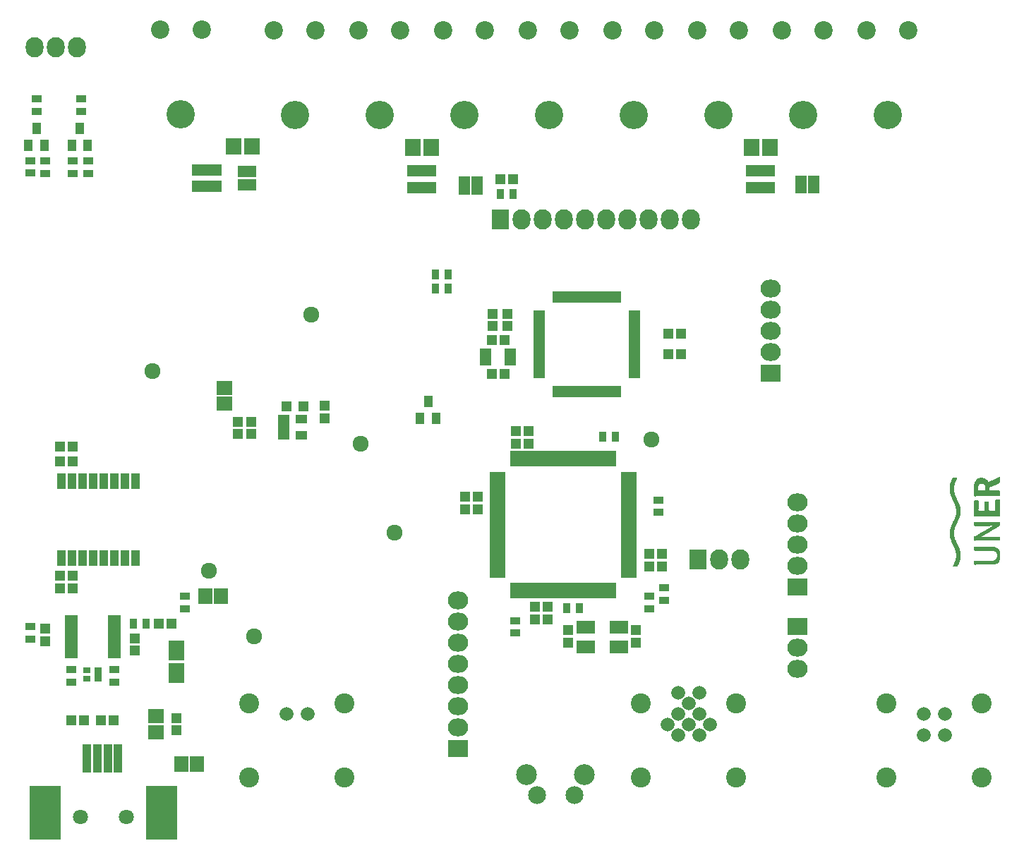
<source format=gbr>
G04 #@! TF.FileFunction,Soldermask,Top*
%FSLAX46Y46*%
G04 Gerber Fmt 4.6, Leading zero omitted, Abs format (unit mm)*
G04 Created by KiCad (PCBNEW 4.0.1-stable) date 30/05/2016 15:34:53*
%MOMM*%
G01*
G04 APERTURE LIST*
%ADD10C,0.100000*%
%ADD11C,0.010000*%
%ADD12R,1.100000X3.400000*%
%ADD13R,3.800000X6.440000*%
%ADD14C,1.800000*%
%ADD15R,1.200000X1.150000*%
%ADD16R,1.400000X2.000000*%
%ADD17R,1.150000X1.200000*%
%ADD18R,0.900000X1.300000*%
%ADD19O,2.127200X2.432000*%
%ADD20R,1.197560X1.197560*%
%ADD21R,1.700000X1.900000*%
%ADD22R,1.900000X1.700000*%
%ADD23R,1.200000X1.200000*%
%ADD24R,2.432000X2.127200*%
%ADD25O,2.432000X2.127200*%
%ADD26R,2.127200X2.432000*%
%ADD27R,1.300000X0.900000*%
%ADD28R,2.200000X1.600000*%
%ADD29R,0.900000X1.400000*%
%ADD30R,1.100000X1.400000*%
%ADD31C,2.500000*%
%ADD32C,2.150000*%
%ADD33R,1.901140X2.350720*%
%ADD34R,0.999440X1.400760*%
%ADD35R,1.900000X0.750000*%
%ADD36C,1.924000*%
%ADD37C,2.200000*%
%ADD38C,3.400000*%
%ADD39R,0.680000X1.900000*%
%ADD40R,1.900000X0.680000*%
%ADD41R,1.000000X1.900000*%
%ADD42R,1.600000X0.800000*%
%ADD43R,0.650000X1.400000*%
%ADD44R,1.400000X0.650000*%
%ADD45R,1.400760X0.999440*%
%ADD46R,0.850000X0.700000*%
%ADD47C,1.670000*%
%ADD48C,2.400000*%
G04 APERTURE END LIST*
D10*
D11*
G36*
X204177089Y-110034017D02*
X204177140Y-110000118D01*
X204177310Y-109972090D01*
X204177667Y-109949308D01*
X204178282Y-109931142D01*
X204179224Y-109916966D01*
X204180562Y-109906152D01*
X204182366Y-109898073D01*
X204184705Y-109892102D01*
X204187648Y-109887611D01*
X204191265Y-109883972D01*
X204195626Y-109880558D01*
X204198787Y-109878240D01*
X204210491Y-109869623D01*
X205283303Y-109870071D01*
X205370574Y-109870115D01*
X205456136Y-109870171D01*
X205539706Y-109870240D01*
X205621000Y-109870320D01*
X205699734Y-109870411D01*
X205775625Y-109870512D01*
X205848390Y-109870623D01*
X205917744Y-109870742D01*
X205983405Y-109870870D01*
X206045088Y-109871006D01*
X206102511Y-109871148D01*
X206155389Y-109871296D01*
X206203440Y-109871450D01*
X206246379Y-109871609D01*
X206283923Y-109871772D01*
X206315789Y-109871939D01*
X206341692Y-109872109D01*
X206361350Y-109872280D01*
X206374479Y-109872454D01*
X206380795Y-109872628D01*
X206381058Y-109872647D01*
X206413184Y-109875745D01*
X206439889Y-109879187D01*
X206462882Y-109883244D01*
X206483868Y-109888192D01*
X206491879Y-109890423D01*
X206507345Y-109894617D01*
X206521625Y-109897987D01*
X206532334Y-109899987D01*
X206534835Y-109900265D01*
X206542868Y-109901772D01*
X206546716Y-109904332D01*
X206546772Y-109904674D01*
X206549940Y-109908201D01*
X206558557Y-109913565D01*
X206571356Y-109920222D01*
X206587068Y-109927630D01*
X206604427Y-109935244D01*
X206622164Y-109942521D01*
X206639012Y-109948917D01*
X206653702Y-109953888D01*
X206664968Y-109956891D01*
X206670032Y-109957531D01*
X206674558Y-109959233D01*
X206675040Y-109960501D01*
X206678153Y-109962538D01*
X206685715Y-109963465D01*
X206686393Y-109963470D01*
X206696128Y-109964286D01*
X206709371Y-109966392D01*
X206719355Y-109968460D01*
X206735649Y-109972178D01*
X206753264Y-109976133D01*
X206761866Y-109978037D01*
X206773923Y-109981267D01*
X206783449Y-109984868D01*
X206787446Y-109987301D01*
X206793324Y-109991315D01*
X206795937Y-109991977D01*
X206800163Y-109994082D01*
X206807832Y-110000612D01*
X206819282Y-110011886D01*
X206834853Y-110028227D01*
X206840155Y-110033925D01*
X206851605Y-110044650D01*
X206864843Y-110054812D01*
X206870444Y-110058400D01*
X206880773Y-110064792D01*
X206888956Y-110070469D01*
X206891771Y-110072812D01*
X206897329Y-110076812D01*
X206899684Y-110077499D01*
X206904629Y-110079714D01*
X206913595Y-110085682D01*
X206925307Y-110094387D01*
X206938489Y-110104813D01*
X206951865Y-110115945D01*
X206964160Y-110126767D01*
X206974100Y-110136262D01*
X206976148Y-110138396D01*
X207005216Y-110168402D01*
X207030843Y-110192585D01*
X207053316Y-110211199D01*
X207072922Y-110224495D01*
X207076778Y-110226677D01*
X207084016Y-110232541D01*
X207087469Y-110238258D01*
X207089998Y-110243808D01*
X207091689Y-110244980D01*
X207094421Y-110247951D01*
X207098528Y-110255478D01*
X207100637Y-110260124D01*
X207105956Y-110272368D01*
X207111143Y-110284047D01*
X207112288Y-110286573D01*
X207116092Y-110295622D01*
X207118344Y-110302301D01*
X207118411Y-110302608D01*
X207120433Y-110309079D01*
X207123950Y-110318007D01*
X207123960Y-110318030D01*
X207127786Y-110329442D01*
X207129870Y-110339410D01*
X207132137Y-110351231D01*
X207134737Y-110360431D01*
X207137452Y-110370536D01*
X207138563Y-110378248D01*
X207141034Y-110386830D01*
X207148067Y-110399720D01*
X207159821Y-110417180D01*
X207173870Y-110436106D01*
X207181622Y-110446446D01*
X207187334Y-110454459D01*
X207189912Y-110458603D01*
X207189960Y-110458784D01*
X207191706Y-110463027D01*
X207192743Y-110464782D01*
X207195875Y-110472899D01*
X207199288Y-110487554D01*
X207202884Y-110508170D01*
X207206569Y-110534170D01*
X207210245Y-110564975D01*
X207211655Y-110578159D01*
X207213365Y-110591146D01*
X207215993Y-110607361D01*
X207218654Y-110621660D01*
X207221224Y-110635664D01*
X207223070Y-110647988D01*
X207223804Y-110656034D01*
X207223805Y-110656193D01*
X207225039Y-110663756D01*
X207227213Y-110667148D01*
X207229275Y-110671810D01*
X207228852Y-110673864D01*
X207228706Y-110678841D01*
X207229468Y-110689536D01*
X207231008Y-110704617D01*
X207233198Y-110722751D01*
X207234618Y-110733437D01*
X207237195Y-110754056D01*
X207239212Y-110774775D01*
X207240744Y-110796974D01*
X207241868Y-110822029D01*
X207242659Y-110851319D01*
X207243193Y-110886223D01*
X207243234Y-110889957D01*
X207243472Y-110917507D01*
X207243596Y-110943914D01*
X207243608Y-110967992D01*
X207243512Y-110988556D01*
X207243309Y-111004418D01*
X207243002Y-111014392D01*
X207242986Y-111014677D01*
X207242209Y-111026002D01*
X207240898Y-111042699D01*
X207239196Y-111063044D01*
X207237246Y-111085313D01*
X207235732Y-111101980D01*
X207233781Y-111123239D01*
X207232027Y-111142578D01*
X207230593Y-111158656D01*
X207229596Y-111170133D01*
X207229180Y-111175303D01*
X207227997Y-111183534D01*
X207226606Y-111187775D01*
X207225480Y-111192624D01*
X207224147Y-111202740D01*
X207222835Y-111216278D01*
X207222372Y-111222158D01*
X207221146Y-111236736D01*
X207219848Y-111248816D01*
X207218697Y-111256457D01*
X207218345Y-111257792D01*
X207217228Y-111263154D01*
X207215672Y-111273785D01*
X207213928Y-111287861D01*
X207213006Y-111296186D01*
X207211216Y-111312880D01*
X207209502Y-111328600D01*
X207208142Y-111340819D01*
X207207744Y-111344292D01*
X207204156Y-111368225D01*
X207199574Y-111388021D01*
X207194306Y-111402489D01*
X207191478Y-111407398D01*
X207186729Y-111415153D01*
X207184614Y-111420741D01*
X207184607Y-111420924D01*
X207182723Y-111426938D01*
X207177540Y-111437535D01*
X207169768Y-111451405D01*
X207160114Y-111467236D01*
X207156820Y-111472382D01*
X207150642Y-111482670D01*
X207146498Y-111490997D01*
X207145410Y-111494653D01*
X207143335Y-111498930D01*
X207142008Y-111499301D01*
X207139262Y-111502431D01*
X207136701Y-111510199D01*
X207136198Y-111512663D01*
X207134001Y-111522318D01*
X207131681Y-111528941D01*
X207131299Y-111529590D01*
X207129532Y-111535215D01*
X207128263Y-111544718D01*
X207128087Y-111547407D01*
X207124549Y-111569626D01*
X207115907Y-111591289D01*
X207101670Y-111613268D01*
X207081347Y-111636439D01*
X207073680Y-111644052D01*
X207060833Y-111657051D01*
X207048499Y-111670535D01*
X207038595Y-111682370D01*
X207035285Y-111686813D01*
X207025399Y-111700157D01*
X207015522Y-111711292D01*
X207003820Y-111722020D01*
X206988456Y-111734142D01*
X206982702Y-111738437D01*
X206970692Y-111748157D01*
X206956099Y-111761206D01*
X206941089Y-111775601D01*
X206931946Y-111784936D01*
X206914857Y-111801862D01*
X206899540Y-111814070D01*
X206883827Y-111822777D01*
X206865547Y-111829205D01*
X206844302Y-111834213D01*
X206821948Y-111840096D01*
X206799785Y-111848240D01*
X206780248Y-111857643D01*
X206767688Y-111865751D01*
X206757289Y-111873014D01*
X206747114Y-111878907D01*
X206745061Y-111879876D01*
X206737223Y-111885204D01*
X206733064Y-111891362D01*
X206730224Y-111897093D01*
X206728035Y-111898403D01*
X206723699Y-111900285D01*
X206715309Y-111905234D01*
X206704630Y-111912204D01*
X206703965Y-111912656D01*
X206692423Y-111919818D01*
X206682173Y-111924936D01*
X206675419Y-111926910D01*
X206675384Y-111926910D01*
X206666694Y-111928242D01*
X206656430Y-111931455D01*
X206656217Y-111931541D01*
X206648600Y-111933340D01*
X206635309Y-111934794D01*
X206615967Y-111935923D01*
X206590200Y-111936751D01*
X206562792Y-111937238D01*
X206539224Y-111937636D01*
X206517996Y-111938169D01*
X206500160Y-111938796D01*
X206486770Y-111939477D01*
X206478880Y-111940170D01*
X206477270Y-111940539D01*
X206472492Y-111941598D01*
X206462126Y-111942824D01*
X206447705Y-111944065D01*
X206430946Y-111945157D01*
X206409386Y-111946711D01*
X206385869Y-111948970D01*
X206363847Y-111951579D01*
X206352279Y-111953245D01*
X206343708Y-111954585D01*
X206335283Y-111955832D01*
X206326735Y-111956989D01*
X206317797Y-111958059D01*
X206308201Y-111959046D01*
X206297677Y-111959953D01*
X206285957Y-111960783D01*
X206272774Y-111961540D01*
X206257858Y-111962225D01*
X206240942Y-111962844D01*
X206221757Y-111963398D01*
X206200035Y-111963892D01*
X206175508Y-111964328D01*
X206147907Y-111964710D01*
X206116964Y-111965040D01*
X206082410Y-111965323D01*
X206043978Y-111965561D01*
X206001399Y-111965757D01*
X205954404Y-111965915D01*
X205902726Y-111966038D01*
X205846097Y-111966130D01*
X205784246Y-111966192D01*
X205716908Y-111966229D01*
X205643812Y-111966244D01*
X205564692Y-111966240D01*
X205479277Y-111966220D01*
X205387301Y-111966188D01*
X205288495Y-111966147D01*
X205277621Y-111966142D01*
X205169209Y-111966105D01*
X205067829Y-111966092D01*
X204973387Y-111966106D01*
X204885789Y-111966145D01*
X204804940Y-111966210D01*
X204730746Y-111966302D01*
X204663114Y-111966420D01*
X204601947Y-111966566D01*
X204547153Y-111966739D01*
X204498636Y-111966939D01*
X204456303Y-111967168D01*
X204420059Y-111967426D01*
X204389809Y-111967712D01*
X204365460Y-111968027D01*
X204346918Y-111968371D01*
X204334086Y-111968746D01*
X204326873Y-111969150D01*
X204325089Y-111969477D01*
X204319960Y-111972619D01*
X204315738Y-111973234D01*
X204308790Y-111974341D01*
X204297706Y-111977222D01*
X204286550Y-111980710D01*
X204266361Y-111985679D01*
X204246661Y-111987238D01*
X204229179Y-111985463D01*
X204215640Y-111980432D01*
X204211563Y-111977383D01*
X204205220Y-111969472D01*
X204197644Y-111957266D01*
X204190128Y-111943132D01*
X204183966Y-111929438D01*
X204181372Y-111922137D01*
X204180648Y-111916310D01*
X204180015Y-111904573D01*
X204179474Y-111887861D01*
X204179028Y-111867111D01*
X204178678Y-111843257D01*
X204178426Y-111817237D01*
X204178273Y-111789985D01*
X204178222Y-111762438D01*
X204178275Y-111735531D01*
X204178433Y-111710200D01*
X204178699Y-111687381D01*
X204179073Y-111668009D01*
X204179558Y-111653021D01*
X204180156Y-111643352D01*
X204180815Y-111639954D01*
X204183850Y-111634941D01*
X204184215Y-111632153D01*
X204185742Y-111626403D01*
X204189790Y-111616314D01*
X204195553Y-111603851D01*
X204196939Y-111601051D01*
X204205085Y-111586220D01*
X204212230Y-111576788D01*
X204219481Y-111571347D01*
X204220807Y-111570716D01*
X204231766Y-111567794D01*
X204245896Y-111566484D01*
X204260289Y-111566808D01*
X204272038Y-111568787D01*
X204275833Y-111570303D01*
X204282379Y-111572778D01*
X204293569Y-111575950D01*
X204307053Y-111579156D01*
X204307856Y-111579329D01*
X204311077Y-111579899D01*
X204315394Y-111580428D01*
X204321062Y-111580918D01*
X204328333Y-111581369D01*
X204337462Y-111581784D01*
X204348702Y-111582164D01*
X204362307Y-111582509D01*
X204378531Y-111582822D01*
X204397627Y-111583104D01*
X204419850Y-111583355D01*
X204445452Y-111583578D01*
X204474688Y-111583773D01*
X204507811Y-111583943D01*
X204545076Y-111584087D01*
X204586735Y-111584209D01*
X204633042Y-111584308D01*
X204684252Y-111584387D01*
X204740618Y-111584447D01*
X204802393Y-111584488D01*
X204869832Y-111584513D01*
X204943188Y-111584523D01*
X205022715Y-111584518D01*
X205108667Y-111584502D01*
X205201296Y-111584473D01*
X205277104Y-111584445D01*
X205363743Y-111584398D01*
X205448066Y-111584328D01*
X205529795Y-111584236D01*
X205608654Y-111584123D01*
X205684367Y-111583991D01*
X205756655Y-111583839D01*
X205825243Y-111583670D01*
X205889854Y-111583483D01*
X205950210Y-111583281D01*
X206006036Y-111583065D01*
X206057053Y-111582834D01*
X206102986Y-111582591D01*
X206143557Y-111582336D01*
X206178491Y-111582070D01*
X206207509Y-111581795D01*
X206230335Y-111581511D01*
X206246692Y-111581219D01*
X206256304Y-111580921D01*
X206258120Y-111580807D01*
X206306376Y-111576368D01*
X206349661Y-111571905D01*
X206386918Y-111567526D01*
X206388185Y-111567364D01*
X206406609Y-111565462D01*
X206427644Y-111563957D01*
X206446772Y-111563172D01*
X206446981Y-111563168D01*
X206460948Y-111562623D01*
X206471967Y-111561652D01*
X206478272Y-111560431D01*
X206479052Y-111559958D01*
X206483242Y-111558357D01*
X206492572Y-111556658D01*
X206505069Y-111555217D01*
X206505778Y-111555155D01*
X206527858Y-111552135D01*
X206547589Y-111546610D01*
X206568133Y-111537591D01*
X206577046Y-111532915D01*
X206591836Y-111525449D01*
X206607704Y-111518343D01*
X206622824Y-111512321D01*
X206635371Y-111508110D01*
X206643519Y-111506432D01*
X206643786Y-111506427D01*
X206655353Y-111503657D01*
X206668882Y-111496188D01*
X206682430Y-111485283D01*
X206691658Y-111475332D01*
X206699296Y-111466153D01*
X206705310Y-111459517D01*
X206708001Y-111457134D01*
X206710499Y-111453030D01*
X206710674Y-111451304D01*
X206713426Y-111445379D01*
X206720585Y-111437184D01*
X206730508Y-111428214D01*
X206741552Y-111419962D01*
X206751504Y-111414188D01*
X206764700Y-111406773D01*
X206778492Y-111397166D01*
X206790538Y-111387144D01*
X206798450Y-111378551D01*
X206802915Y-111369688D01*
X206804825Y-111363524D01*
X206810681Y-111340006D01*
X206817623Y-111320509D01*
X206826809Y-111301924D01*
X206829586Y-111297068D01*
X206834755Y-111290240D01*
X206843147Y-111281078D01*
X206849980Y-111274375D01*
X206861016Y-111264034D01*
X206872060Y-111253637D01*
X206877369Y-111248613D01*
X206892723Y-111229377D01*
X206904946Y-111203848D01*
X206913988Y-111172163D01*
X206919460Y-111137614D01*
X206920146Y-111127277D01*
X206920683Y-111110661D01*
X206921079Y-111088611D01*
X206921340Y-111061973D01*
X206921472Y-111031593D01*
X206921482Y-110998318D01*
X206921378Y-110962992D01*
X206921165Y-110926462D01*
X206920850Y-110889573D01*
X206920440Y-110853171D01*
X206919942Y-110818103D01*
X206919362Y-110785213D01*
X206918706Y-110755348D01*
X206917982Y-110729354D01*
X206917196Y-110708075D01*
X206916355Y-110692359D01*
X206915915Y-110686843D01*
X206911972Y-110660865D01*
X206905066Y-110639603D01*
X206894283Y-110620947D01*
X206880116Y-110604231D01*
X206872887Y-110596200D01*
X206868307Y-110590091D01*
X206867464Y-110588162D01*
X206864785Y-110584193D01*
X206860337Y-110580767D01*
X206854758Y-110575848D01*
X206853210Y-110572535D01*
X206851321Y-110567649D01*
X206846483Y-110559245D01*
X206842520Y-110553215D01*
X206836486Y-110543888D01*
X206832610Y-110536826D01*
X206831830Y-110534506D01*
X206829679Y-110530219D01*
X206824157Y-110522617D01*
X206819358Y-110516765D01*
X206812333Y-110507705D01*
X206807809Y-110500233D01*
X206806886Y-110497319D01*
X206804633Y-110491819D01*
X206798997Y-110483942D01*
X206796584Y-110481164D01*
X206790666Y-110473936D01*
X206787916Y-110469040D01*
X206787999Y-110468169D01*
X206787018Y-110464536D01*
X206781637Y-110457638D01*
X206773044Y-110448637D01*
X206762426Y-110438694D01*
X206750970Y-110428970D01*
X206739862Y-110420625D01*
X206738301Y-110419565D01*
X206727664Y-110412598D01*
X206719531Y-110407525D01*
X206715519Y-110405352D01*
X206715408Y-110405333D01*
X206711950Y-110403436D01*
X206704195Y-110398403D01*
X206693657Y-110391226D01*
X206690887Y-110389298D01*
X206679460Y-110381674D01*
X206669942Y-110375983D01*
X206664075Y-110373251D01*
X206663475Y-110373149D01*
X206657303Y-110371051D01*
X206652087Y-110367804D01*
X206643218Y-110363585D01*
X206637153Y-110362572D01*
X206629825Y-110361073D01*
X206626817Y-110358821D01*
X206621953Y-110356187D01*
X206620441Y-110356422D01*
X206615318Y-110355135D01*
X206608226Y-110350193D01*
X206607441Y-110349483D01*
X206599529Y-110343762D01*
X206592542Y-110341201D01*
X206592227Y-110341192D01*
X206586915Y-110339651D01*
X206585954Y-110337911D01*
X206582864Y-110335026D01*
X206575330Y-110332371D01*
X206574373Y-110332155D01*
X206565298Y-110329682D01*
X206559341Y-110327121D01*
X206559229Y-110327041D01*
X206553225Y-110324109D01*
X206546757Y-110321944D01*
X206538117Y-110319564D01*
X206526105Y-110316258D01*
X206519444Y-110314427D01*
X206510535Y-110312169D01*
X206497625Y-110309128D01*
X206482394Y-110305673D01*
X206466523Y-110302171D01*
X206451692Y-110298992D01*
X206439581Y-110296502D01*
X206431869Y-110295071D01*
X206430168Y-110294867D01*
X206430307Y-110297217D01*
X206431108Y-110298694D01*
X206431203Y-110300760D01*
X206426864Y-110298945D01*
X206424262Y-110297805D01*
X206420659Y-110296741D01*
X206415823Y-110295751D01*
X206409521Y-110294833D01*
X206401521Y-110293985D01*
X206391590Y-110293206D01*
X206379495Y-110292492D01*
X206365005Y-110291842D01*
X206347887Y-110291254D01*
X206327908Y-110290726D01*
X206304836Y-110290256D01*
X206278439Y-110289842D01*
X206248483Y-110289481D01*
X206214737Y-110289173D01*
X206176968Y-110288914D01*
X206134943Y-110288703D01*
X206088430Y-110288538D01*
X206037197Y-110288417D01*
X205981011Y-110288337D01*
X205919640Y-110288297D01*
X205852850Y-110288295D01*
X205780411Y-110288329D01*
X205702088Y-110288396D01*
X205617651Y-110288494D01*
X205526865Y-110288623D01*
X205429500Y-110288778D01*
X205325321Y-110288960D01*
X205287091Y-110289029D01*
X205202515Y-110289189D01*
X205119664Y-110289357D01*
X205038830Y-110289532D01*
X204960303Y-110289712D01*
X204884378Y-110289896D01*
X204811344Y-110290084D01*
X204741496Y-110290275D01*
X204675123Y-110290468D01*
X204612520Y-110290661D01*
X204553978Y-110290854D01*
X204499788Y-110291045D01*
X204450243Y-110291235D01*
X204405635Y-110291421D01*
X204366257Y-110291603D01*
X204332399Y-110291779D01*
X204304354Y-110291950D01*
X204282415Y-110292113D01*
X204266873Y-110292269D01*
X204258021Y-110292415D01*
X204256199Y-110292484D01*
X204232450Y-110292361D01*
X204213736Y-110287881D01*
X204199134Y-110278595D01*
X204187720Y-110264055D01*
X204184246Y-110257517D01*
X204182585Y-110253821D01*
X204181202Y-110249775D01*
X204180073Y-110244724D01*
X204179171Y-110238016D01*
X204178471Y-110228997D01*
X204177948Y-110217014D01*
X204177576Y-110201414D01*
X204177330Y-110181543D01*
X204177184Y-110156749D01*
X204177112Y-110126378D01*
X204177089Y-110089776D01*
X204177088Y-110074416D01*
X204177089Y-110034017D01*
X204177089Y-110034017D01*
G37*
X204177089Y-110034017D02*
X204177140Y-110000118D01*
X204177310Y-109972090D01*
X204177667Y-109949308D01*
X204178282Y-109931142D01*
X204179224Y-109916966D01*
X204180562Y-109906152D01*
X204182366Y-109898073D01*
X204184705Y-109892102D01*
X204187648Y-109887611D01*
X204191265Y-109883972D01*
X204195626Y-109880558D01*
X204198787Y-109878240D01*
X204210491Y-109869623D01*
X205283303Y-109870071D01*
X205370574Y-109870115D01*
X205456136Y-109870171D01*
X205539706Y-109870240D01*
X205621000Y-109870320D01*
X205699734Y-109870411D01*
X205775625Y-109870512D01*
X205848390Y-109870623D01*
X205917744Y-109870742D01*
X205983405Y-109870870D01*
X206045088Y-109871006D01*
X206102511Y-109871148D01*
X206155389Y-109871296D01*
X206203440Y-109871450D01*
X206246379Y-109871609D01*
X206283923Y-109871772D01*
X206315789Y-109871939D01*
X206341692Y-109872109D01*
X206361350Y-109872280D01*
X206374479Y-109872454D01*
X206380795Y-109872628D01*
X206381058Y-109872647D01*
X206413184Y-109875745D01*
X206439889Y-109879187D01*
X206462882Y-109883244D01*
X206483868Y-109888192D01*
X206491879Y-109890423D01*
X206507345Y-109894617D01*
X206521625Y-109897987D01*
X206532334Y-109899987D01*
X206534835Y-109900265D01*
X206542868Y-109901772D01*
X206546716Y-109904332D01*
X206546772Y-109904674D01*
X206549940Y-109908201D01*
X206558557Y-109913565D01*
X206571356Y-109920222D01*
X206587068Y-109927630D01*
X206604427Y-109935244D01*
X206622164Y-109942521D01*
X206639012Y-109948917D01*
X206653702Y-109953888D01*
X206664968Y-109956891D01*
X206670032Y-109957531D01*
X206674558Y-109959233D01*
X206675040Y-109960501D01*
X206678153Y-109962538D01*
X206685715Y-109963465D01*
X206686393Y-109963470D01*
X206696128Y-109964286D01*
X206709371Y-109966392D01*
X206719355Y-109968460D01*
X206735649Y-109972178D01*
X206753264Y-109976133D01*
X206761866Y-109978037D01*
X206773923Y-109981267D01*
X206783449Y-109984868D01*
X206787446Y-109987301D01*
X206793324Y-109991315D01*
X206795937Y-109991977D01*
X206800163Y-109994082D01*
X206807832Y-110000612D01*
X206819282Y-110011886D01*
X206834853Y-110028227D01*
X206840155Y-110033925D01*
X206851605Y-110044650D01*
X206864843Y-110054812D01*
X206870444Y-110058400D01*
X206880773Y-110064792D01*
X206888956Y-110070469D01*
X206891771Y-110072812D01*
X206897329Y-110076812D01*
X206899684Y-110077499D01*
X206904629Y-110079714D01*
X206913595Y-110085682D01*
X206925307Y-110094387D01*
X206938489Y-110104813D01*
X206951865Y-110115945D01*
X206964160Y-110126767D01*
X206974100Y-110136262D01*
X206976148Y-110138396D01*
X207005216Y-110168402D01*
X207030843Y-110192585D01*
X207053316Y-110211199D01*
X207072922Y-110224495D01*
X207076778Y-110226677D01*
X207084016Y-110232541D01*
X207087469Y-110238258D01*
X207089998Y-110243808D01*
X207091689Y-110244980D01*
X207094421Y-110247951D01*
X207098528Y-110255478D01*
X207100637Y-110260124D01*
X207105956Y-110272368D01*
X207111143Y-110284047D01*
X207112288Y-110286573D01*
X207116092Y-110295622D01*
X207118344Y-110302301D01*
X207118411Y-110302608D01*
X207120433Y-110309079D01*
X207123950Y-110318007D01*
X207123960Y-110318030D01*
X207127786Y-110329442D01*
X207129870Y-110339410D01*
X207132137Y-110351231D01*
X207134737Y-110360431D01*
X207137452Y-110370536D01*
X207138563Y-110378248D01*
X207141034Y-110386830D01*
X207148067Y-110399720D01*
X207159821Y-110417180D01*
X207173870Y-110436106D01*
X207181622Y-110446446D01*
X207187334Y-110454459D01*
X207189912Y-110458603D01*
X207189960Y-110458784D01*
X207191706Y-110463027D01*
X207192743Y-110464782D01*
X207195875Y-110472899D01*
X207199288Y-110487554D01*
X207202884Y-110508170D01*
X207206569Y-110534170D01*
X207210245Y-110564975D01*
X207211655Y-110578159D01*
X207213365Y-110591146D01*
X207215993Y-110607361D01*
X207218654Y-110621660D01*
X207221224Y-110635664D01*
X207223070Y-110647988D01*
X207223804Y-110656034D01*
X207223805Y-110656193D01*
X207225039Y-110663756D01*
X207227213Y-110667148D01*
X207229275Y-110671810D01*
X207228852Y-110673864D01*
X207228706Y-110678841D01*
X207229468Y-110689536D01*
X207231008Y-110704617D01*
X207233198Y-110722751D01*
X207234618Y-110733437D01*
X207237195Y-110754056D01*
X207239212Y-110774775D01*
X207240744Y-110796974D01*
X207241868Y-110822029D01*
X207242659Y-110851319D01*
X207243193Y-110886223D01*
X207243234Y-110889957D01*
X207243472Y-110917507D01*
X207243596Y-110943914D01*
X207243608Y-110967992D01*
X207243512Y-110988556D01*
X207243309Y-111004418D01*
X207243002Y-111014392D01*
X207242986Y-111014677D01*
X207242209Y-111026002D01*
X207240898Y-111042699D01*
X207239196Y-111063044D01*
X207237246Y-111085313D01*
X207235732Y-111101980D01*
X207233781Y-111123239D01*
X207232027Y-111142578D01*
X207230593Y-111158656D01*
X207229596Y-111170133D01*
X207229180Y-111175303D01*
X207227997Y-111183534D01*
X207226606Y-111187775D01*
X207225480Y-111192624D01*
X207224147Y-111202740D01*
X207222835Y-111216278D01*
X207222372Y-111222158D01*
X207221146Y-111236736D01*
X207219848Y-111248816D01*
X207218697Y-111256457D01*
X207218345Y-111257792D01*
X207217228Y-111263154D01*
X207215672Y-111273785D01*
X207213928Y-111287861D01*
X207213006Y-111296186D01*
X207211216Y-111312880D01*
X207209502Y-111328600D01*
X207208142Y-111340819D01*
X207207744Y-111344292D01*
X207204156Y-111368225D01*
X207199574Y-111388021D01*
X207194306Y-111402489D01*
X207191478Y-111407398D01*
X207186729Y-111415153D01*
X207184614Y-111420741D01*
X207184607Y-111420924D01*
X207182723Y-111426938D01*
X207177540Y-111437535D01*
X207169768Y-111451405D01*
X207160114Y-111467236D01*
X207156820Y-111472382D01*
X207150642Y-111482670D01*
X207146498Y-111490997D01*
X207145410Y-111494653D01*
X207143335Y-111498930D01*
X207142008Y-111499301D01*
X207139262Y-111502431D01*
X207136701Y-111510199D01*
X207136198Y-111512663D01*
X207134001Y-111522318D01*
X207131681Y-111528941D01*
X207131299Y-111529590D01*
X207129532Y-111535215D01*
X207128263Y-111544718D01*
X207128087Y-111547407D01*
X207124549Y-111569626D01*
X207115907Y-111591289D01*
X207101670Y-111613268D01*
X207081347Y-111636439D01*
X207073680Y-111644052D01*
X207060833Y-111657051D01*
X207048499Y-111670535D01*
X207038595Y-111682370D01*
X207035285Y-111686813D01*
X207025399Y-111700157D01*
X207015522Y-111711292D01*
X207003820Y-111722020D01*
X206988456Y-111734142D01*
X206982702Y-111738437D01*
X206970692Y-111748157D01*
X206956099Y-111761206D01*
X206941089Y-111775601D01*
X206931946Y-111784936D01*
X206914857Y-111801862D01*
X206899540Y-111814070D01*
X206883827Y-111822777D01*
X206865547Y-111829205D01*
X206844302Y-111834213D01*
X206821948Y-111840096D01*
X206799785Y-111848240D01*
X206780248Y-111857643D01*
X206767688Y-111865751D01*
X206757289Y-111873014D01*
X206747114Y-111878907D01*
X206745061Y-111879876D01*
X206737223Y-111885204D01*
X206733064Y-111891362D01*
X206730224Y-111897093D01*
X206728035Y-111898403D01*
X206723699Y-111900285D01*
X206715309Y-111905234D01*
X206704630Y-111912204D01*
X206703965Y-111912656D01*
X206692423Y-111919818D01*
X206682173Y-111924936D01*
X206675419Y-111926910D01*
X206675384Y-111926910D01*
X206666694Y-111928242D01*
X206656430Y-111931455D01*
X206656217Y-111931541D01*
X206648600Y-111933340D01*
X206635309Y-111934794D01*
X206615967Y-111935923D01*
X206590200Y-111936751D01*
X206562792Y-111937238D01*
X206539224Y-111937636D01*
X206517996Y-111938169D01*
X206500160Y-111938796D01*
X206486770Y-111939477D01*
X206478880Y-111940170D01*
X206477270Y-111940539D01*
X206472492Y-111941598D01*
X206462126Y-111942824D01*
X206447705Y-111944065D01*
X206430946Y-111945157D01*
X206409386Y-111946711D01*
X206385869Y-111948970D01*
X206363847Y-111951579D01*
X206352279Y-111953245D01*
X206343708Y-111954585D01*
X206335283Y-111955832D01*
X206326735Y-111956989D01*
X206317797Y-111958059D01*
X206308201Y-111959046D01*
X206297677Y-111959953D01*
X206285957Y-111960783D01*
X206272774Y-111961540D01*
X206257858Y-111962225D01*
X206240942Y-111962844D01*
X206221757Y-111963398D01*
X206200035Y-111963892D01*
X206175508Y-111964328D01*
X206147907Y-111964710D01*
X206116964Y-111965040D01*
X206082410Y-111965323D01*
X206043978Y-111965561D01*
X206001399Y-111965757D01*
X205954404Y-111965915D01*
X205902726Y-111966038D01*
X205846097Y-111966130D01*
X205784246Y-111966192D01*
X205716908Y-111966229D01*
X205643812Y-111966244D01*
X205564692Y-111966240D01*
X205479277Y-111966220D01*
X205387301Y-111966188D01*
X205288495Y-111966147D01*
X205277621Y-111966142D01*
X205169209Y-111966105D01*
X205067829Y-111966092D01*
X204973387Y-111966106D01*
X204885789Y-111966145D01*
X204804940Y-111966210D01*
X204730746Y-111966302D01*
X204663114Y-111966420D01*
X204601947Y-111966566D01*
X204547153Y-111966739D01*
X204498636Y-111966939D01*
X204456303Y-111967168D01*
X204420059Y-111967426D01*
X204389809Y-111967712D01*
X204365460Y-111968027D01*
X204346918Y-111968371D01*
X204334086Y-111968746D01*
X204326873Y-111969150D01*
X204325089Y-111969477D01*
X204319960Y-111972619D01*
X204315738Y-111973234D01*
X204308790Y-111974341D01*
X204297706Y-111977222D01*
X204286550Y-111980710D01*
X204266361Y-111985679D01*
X204246661Y-111987238D01*
X204229179Y-111985463D01*
X204215640Y-111980432D01*
X204211563Y-111977383D01*
X204205220Y-111969472D01*
X204197644Y-111957266D01*
X204190128Y-111943132D01*
X204183966Y-111929438D01*
X204181372Y-111922137D01*
X204180648Y-111916310D01*
X204180015Y-111904573D01*
X204179474Y-111887861D01*
X204179028Y-111867111D01*
X204178678Y-111843257D01*
X204178426Y-111817237D01*
X204178273Y-111789985D01*
X204178222Y-111762438D01*
X204178275Y-111735531D01*
X204178433Y-111710200D01*
X204178699Y-111687381D01*
X204179073Y-111668009D01*
X204179558Y-111653021D01*
X204180156Y-111643352D01*
X204180815Y-111639954D01*
X204183850Y-111634941D01*
X204184215Y-111632153D01*
X204185742Y-111626403D01*
X204189790Y-111616314D01*
X204195553Y-111603851D01*
X204196939Y-111601051D01*
X204205085Y-111586220D01*
X204212230Y-111576788D01*
X204219481Y-111571347D01*
X204220807Y-111570716D01*
X204231766Y-111567794D01*
X204245896Y-111566484D01*
X204260289Y-111566808D01*
X204272038Y-111568787D01*
X204275833Y-111570303D01*
X204282379Y-111572778D01*
X204293569Y-111575950D01*
X204307053Y-111579156D01*
X204307856Y-111579329D01*
X204311077Y-111579899D01*
X204315394Y-111580428D01*
X204321062Y-111580918D01*
X204328333Y-111581369D01*
X204337462Y-111581784D01*
X204348702Y-111582164D01*
X204362307Y-111582509D01*
X204378531Y-111582822D01*
X204397627Y-111583104D01*
X204419850Y-111583355D01*
X204445452Y-111583578D01*
X204474688Y-111583773D01*
X204507811Y-111583943D01*
X204545076Y-111584087D01*
X204586735Y-111584209D01*
X204633042Y-111584308D01*
X204684252Y-111584387D01*
X204740618Y-111584447D01*
X204802393Y-111584488D01*
X204869832Y-111584513D01*
X204943188Y-111584523D01*
X205022715Y-111584518D01*
X205108667Y-111584502D01*
X205201296Y-111584473D01*
X205277104Y-111584445D01*
X205363743Y-111584398D01*
X205448066Y-111584328D01*
X205529795Y-111584236D01*
X205608654Y-111584123D01*
X205684367Y-111583991D01*
X205756655Y-111583839D01*
X205825243Y-111583670D01*
X205889854Y-111583483D01*
X205950210Y-111583281D01*
X206006036Y-111583065D01*
X206057053Y-111582834D01*
X206102986Y-111582591D01*
X206143557Y-111582336D01*
X206178491Y-111582070D01*
X206207509Y-111581795D01*
X206230335Y-111581511D01*
X206246692Y-111581219D01*
X206256304Y-111580921D01*
X206258120Y-111580807D01*
X206306376Y-111576368D01*
X206349661Y-111571905D01*
X206386918Y-111567526D01*
X206388185Y-111567364D01*
X206406609Y-111565462D01*
X206427644Y-111563957D01*
X206446772Y-111563172D01*
X206446981Y-111563168D01*
X206460948Y-111562623D01*
X206471967Y-111561652D01*
X206478272Y-111560431D01*
X206479052Y-111559958D01*
X206483242Y-111558357D01*
X206492572Y-111556658D01*
X206505069Y-111555217D01*
X206505778Y-111555155D01*
X206527858Y-111552135D01*
X206547589Y-111546610D01*
X206568133Y-111537591D01*
X206577046Y-111532915D01*
X206591836Y-111525449D01*
X206607704Y-111518343D01*
X206622824Y-111512321D01*
X206635371Y-111508110D01*
X206643519Y-111506432D01*
X206643786Y-111506427D01*
X206655353Y-111503657D01*
X206668882Y-111496188D01*
X206682430Y-111485283D01*
X206691658Y-111475332D01*
X206699296Y-111466153D01*
X206705310Y-111459517D01*
X206708001Y-111457134D01*
X206710499Y-111453030D01*
X206710674Y-111451304D01*
X206713426Y-111445379D01*
X206720585Y-111437184D01*
X206730508Y-111428214D01*
X206741552Y-111419962D01*
X206751504Y-111414188D01*
X206764700Y-111406773D01*
X206778492Y-111397166D01*
X206790538Y-111387144D01*
X206798450Y-111378551D01*
X206802915Y-111369688D01*
X206804825Y-111363524D01*
X206810681Y-111340006D01*
X206817623Y-111320509D01*
X206826809Y-111301924D01*
X206829586Y-111297068D01*
X206834755Y-111290240D01*
X206843147Y-111281078D01*
X206849980Y-111274375D01*
X206861016Y-111264034D01*
X206872060Y-111253637D01*
X206877369Y-111248613D01*
X206892723Y-111229377D01*
X206904946Y-111203848D01*
X206913988Y-111172163D01*
X206919460Y-111137614D01*
X206920146Y-111127277D01*
X206920683Y-111110661D01*
X206921079Y-111088611D01*
X206921340Y-111061973D01*
X206921472Y-111031593D01*
X206921482Y-110998318D01*
X206921378Y-110962992D01*
X206921165Y-110926462D01*
X206920850Y-110889573D01*
X206920440Y-110853171D01*
X206919942Y-110818103D01*
X206919362Y-110785213D01*
X206918706Y-110755348D01*
X206917982Y-110729354D01*
X206917196Y-110708075D01*
X206916355Y-110692359D01*
X206915915Y-110686843D01*
X206911972Y-110660865D01*
X206905066Y-110639603D01*
X206894283Y-110620947D01*
X206880116Y-110604231D01*
X206872887Y-110596200D01*
X206868307Y-110590091D01*
X206867464Y-110588162D01*
X206864785Y-110584193D01*
X206860337Y-110580767D01*
X206854758Y-110575848D01*
X206853210Y-110572535D01*
X206851321Y-110567649D01*
X206846483Y-110559245D01*
X206842520Y-110553215D01*
X206836486Y-110543888D01*
X206832610Y-110536826D01*
X206831830Y-110534506D01*
X206829679Y-110530219D01*
X206824157Y-110522617D01*
X206819358Y-110516765D01*
X206812333Y-110507705D01*
X206807809Y-110500233D01*
X206806886Y-110497319D01*
X206804633Y-110491819D01*
X206798997Y-110483942D01*
X206796584Y-110481164D01*
X206790666Y-110473936D01*
X206787916Y-110469040D01*
X206787999Y-110468169D01*
X206787018Y-110464536D01*
X206781637Y-110457638D01*
X206773044Y-110448637D01*
X206762426Y-110438694D01*
X206750970Y-110428970D01*
X206739862Y-110420625D01*
X206738301Y-110419565D01*
X206727664Y-110412598D01*
X206719531Y-110407525D01*
X206715519Y-110405352D01*
X206715408Y-110405333D01*
X206711950Y-110403436D01*
X206704195Y-110398403D01*
X206693657Y-110391226D01*
X206690887Y-110389298D01*
X206679460Y-110381674D01*
X206669942Y-110375983D01*
X206664075Y-110373251D01*
X206663475Y-110373149D01*
X206657303Y-110371051D01*
X206652087Y-110367804D01*
X206643218Y-110363585D01*
X206637153Y-110362572D01*
X206629825Y-110361073D01*
X206626817Y-110358821D01*
X206621953Y-110356187D01*
X206620441Y-110356422D01*
X206615318Y-110355135D01*
X206608226Y-110350193D01*
X206607441Y-110349483D01*
X206599529Y-110343762D01*
X206592542Y-110341201D01*
X206592227Y-110341192D01*
X206586915Y-110339651D01*
X206585954Y-110337911D01*
X206582864Y-110335026D01*
X206575330Y-110332371D01*
X206574373Y-110332155D01*
X206565298Y-110329682D01*
X206559341Y-110327121D01*
X206559229Y-110327041D01*
X206553225Y-110324109D01*
X206546757Y-110321944D01*
X206538117Y-110319564D01*
X206526105Y-110316258D01*
X206519444Y-110314427D01*
X206510535Y-110312169D01*
X206497625Y-110309128D01*
X206482394Y-110305673D01*
X206466523Y-110302171D01*
X206451692Y-110298992D01*
X206439581Y-110296502D01*
X206431869Y-110295071D01*
X206430168Y-110294867D01*
X206430307Y-110297217D01*
X206431108Y-110298694D01*
X206431203Y-110300760D01*
X206426864Y-110298945D01*
X206424262Y-110297805D01*
X206420659Y-110296741D01*
X206415823Y-110295751D01*
X206409521Y-110294833D01*
X206401521Y-110293985D01*
X206391590Y-110293206D01*
X206379495Y-110292492D01*
X206365005Y-110291842D01*
X206347887Y-110291254D01*
X206327908Y-110290726D01*
X206304836Y-110290256D01*
X206278439Y-110289842D01*
X206248483Y-110289481D01*
X206214737Y-110289173D01*
X206176968Y-110288914D01*
X206134943Y-110288703D01*
X206088430Y-110288538D01*
X206037197Y-110288417D01*
X205981011Y-110288337D01*
X205919640Y-110288297D01*
X205852850Y-110288295D01*
X205780411Y-110288329D01*
X205702088Y-110288396D01*
X205617651Y-110288494D01*
X205526865Y-110288623D01*
X205429500Y-110288778D01*
X205325321Y-110288960D01*
X205287091Y-110289029D01*
X205202515Y-110289189D01*
X205119664Y-110289357D01*
X205038830Y-110289532D01*
X204960303Y-110289712D01*
X204884378Y-110289896D01*
X204811344Y-110290084D01*
X204741496Y-110290275D01*
X204675123Y-110290468D01*
X204612520Y-110290661D01*
X204553978Y-110290854D01*
X204499788Y-110291045D01*
X204450243Y-110291235D01*
X204405635Y-110291421D01*
X204366257Y-110291603D01*
X204332399Y-110291779D01*
X204304354Y-110291950D01*
X204282415Y-110292113D01*
X204266873Y-110292269D01*
X204258021Y-110292415D01*
X204256199Y-110292484D01*
X204232450Y-110292361D01*
X204213736Y-110287881D01*
X204199134Y-110278595D01*
X204187720Y-110264055D01*
X204184246Y-110257517D01*
X204182585Y-110253821D01*
X204181202Y-110249775D01*
X204180073Y-110244724D01*
X204179171Y-110238016D01*
X204178471Y-110228997D01*
X204177948Y-110217014D01*
X204177576Y-110201414D01*
X204177330Y-110181543D01*
X204177184Y-110156749D01*
X204177112Y-110126378D01*
X204177089Y-110089776D01*
X204177088Y-110074416D01*
X204177089Y-110034017D01*
G36*
X204184488Y-104379638D02*
X204194589Y-104358567D01*
X204207714Y-104343265D01*
X204220454Y-104334748D01*
X204231755Y-104331592D01*
X204248904Y-104330433D01*
X204270916Y-104331251D01*
X204296804Y-104334026D01*
X204314279Y-104336704D01*
X204326092Y-104338117D01*
X204342298Y-104339033D01*
X204363515Y-104339458D01*
X204390359Y-104339402D01*
X204423444Y-104338875D01*
X204438999Y-104338524D01*
X204468439Y-104337836D01*
X204491709Y-104337386D01*
X204509763Y-104337216D01*
X204523553Y-104337363D01*
X204534035Y-104337870D01*
X204542161Y-104338774D01*
X204548885Y-104340118D01*
X204555161Y-104341940D01*
X204560031Y-104343604D01*
X204571909Y-104347542D01*
X204581440Y-104350256D01*
X204585975Y-104351096D01*
X204591190Y-104353803D01*
X204598956Y-104360907D01*
X204607859Y-104370885D01*
X204616484Y-104382213D01*
X204620424Y-104388188D01*
X204621424Y-104389968D01*
X204622319Y-104392157D01*
X204623117Y-104395130D01*
X204623821Y-104399264D01*
X204624436Y-104404932D01*
X204624968Y-104412512D01*
X204625422Y-104422378D01*
X204625803Y-104434905D01*
X204626115Y-104450470D01*
X204626364Y-104469448D01*
X204626555Y-104492213D01*
X204626693Y-104519143D01*
X204626783Y-104550612D01*
X204626830Y-104586996D01*
X204626839Y-104628670D01*
X204626815Y-104676009D01*
X204626764Y-104729390D01*
X204626689Y-104789187D01*
X204626608Y-104848192D01*
X204626490Y-104912055D01*
X204626325Y-104972489D01*
X204626116Y-105029165D01*
X204625864Y-105081754D01*
X204625573Y-105129927D01*
X204625246Y-105173355D01*
X204624885Y-105211710D01*
X204624494Y-105244663D01*
X204624074Y-105271884D01*
X204623630Y-105293045D01*
X204623164Y-105307818D01*
X204622679Y-105315873D01*
X204622558Y-105316781D01*
X204621087Y-105329224D01*
X204619879Y-105347157D01*
X204618958Y-105368948D01*
X204618348Y-105392965D01*
X204618073Y-105417576D01*
X204618156Y-105441148D01*
X204618621Y-105462049D01*
X204619492Y-105478646D01*
X204620108Y-105484988D01*
X204625607Y-105507596D01*
X204636280Y-105526250D01*
X204652508Y-105541315D01*
X204674670Y-105553153D01*
X204700286Y-105561418D01*
X204714491Y-105565054D01*
X204728440Y-105568683D01*
X204734762Y-105570358D01*
X204743645Y-105571681D01*
X204758393Y-105572657D01*
X204777752Y-105573238D01*
X204800467Y-105573379D01*
X204813157Y-105573262D01*
X204836685Y-105572993D01*
X204865681Y-105572768D01*
X204899152Y-105572588D01*
X204936107Y-105572452D01*
X204975554Y-105572359D01*
X205016502Y-105572310D01*
X205057957Y-105572305D01*
X205098930Y-105572343D01*
X205138427Y-105572423D01*
X205175458Y-105572547D01*
X205209031Y-105572713D01*
X205238153Y-105572921D01*
X205261833Y-105573171D01*
X205274619Y-105573370D01*
X205298592Y-105573708D01*
X205316835Y-105573631D01*
X205330735Y-105573050D01*
X205341681Y-105571874D01*
X205351061Y-105570016D01*
X205358359Y-105567981D01*
X205369949Y-105564644D01*
X205378759Y-105562521D01*
X205382511Y-105562068D01*
X205385992Y-105559875D01*
X205387347Y-105557344D01*
X205391596Y-105552592D01*
X205393960Y-105551966D01*
X205399082Y-105549347D01*
X205406434Y-105542804D01*
X205414242Y-105534309D01*
X205420730Y-105525833D01*
X205424125Y-105519348D01*
X205424282Y-105518281D01*
X205427061Y-105512291D01*
X205429946Y-105509953D01*
X205434315Y-105506145D01*
X205434740Y-105504326D01*
X205434895Y-105499820D01*
X205436139Y-105490360D01*
X205438202Y-105477990D01*
X205438214Y-105477921D01*
X205438947Y-105472109D01*
X205439584Y-105463064D01*
X205440128Y-105450453D01*
X205440581Y-105433943D01*
X205440944Y-105413201D01*
X205441221Y-105387894D01*
X205441414Y-105357690D01*
X205441526Y-105322254D01*
X205441557Y-105281254D01*
X205441512Y-105234358D01*
X205441391Y-105181231D01*
X205441199Y-105121541D01*
X205441024Y-105076251D01*
X205440758Y-105013621D01*
X205440491Y-104957722D01*
X205440215Y-104908159D01*
X205439923Y-104864537D01*
X205439605Y-104826459D01*
X205439255Y-104793530D01*
X205438862Y-104765354D01*
X205438420Y-104741537D01*
X205437920Y-104721681D01*
X205437354Y-104705393D01*
X205436714Y-104692276D01*
X205435991Y-104681935D01*
X205435177Y-104673974D01*
X205434264Y-104667997D01*
X205433244Y-104663610D01*
X205432399Y-104661113D01*
X205430750Y-104655093D01*
X205430718Y-104653472D01*
X205432182Y-104643285D01*
X205432712Y-104634166D01*
X205432260Y-104628304D01*
X205431280Y-104627340D01*
X205427929Y-104626110D01*
X205426549Y-104623677D01*
X205426304Y-104619092D01*
X205427576Y-104618352D01*
X205431191Y-104616077D01*
X205432714Y-104608740D01*
X205432249Y-104595581D01*
X205431555Y-104588744D01*
X205430747Y-104577348D01*
X205431071Y-104569107D01*
X205432089Y-104566263D01*
X205434164Y-104561775D01*
X205434972Y-104554054D01*
X205436832Y-104545190D01*
X205441608Y-104533645D01*
X205445736Y-104526134D01*
X205453966Y-104514746D01*
X205463719Y-104506167D01*
X205477585Y-104498160D01*
X205478828Y-104497538D01*
X205498467Y-104489622D01*
X205520471Y-104484526D01*
X205545943Y-104482142D01*
X205575982Y-104482363D01*
X205609579Y-104484872D01*
X205628754Y-104486441D01*
X205650342Y-104487677D01*
X205673086Y-104488567D01*
X205695725Y-104489095D01*
X205717000Y-104489250D01*
X205735651Y-104489016D01*
X205750419Y-104488380D01*
X205760044Y-104487329D01*
X205762731Y-104486546D01*
X205768693Y-104484609D01*
X205769933Y-104486351D01*
X205773000Y-104488128D01*
X205780463Y-104488561D01*
X205789720Y-104487637D01*
X205794877Y-104486476D01*
X205799215Y-104486198D01*
X205808085Y-104486092D01*
X205812694Y-104486113D01*
X205839663Y-104489172D01*
X205863180Y-104497591D01*
X205866904Y-104499630D01*
X205874288Y-104505050D01*
X205878894Y-104512198D01*
X205882228Y-104523571D01*
X205882728Y-104525869D01*
X205883373Y-104531195D01*
X205883961Y-104540936D01*
X205884492Y-104555315D01*
X205884970Y-104574552D01*
X205885395Y-104598870D01*
X205885771Y-104628491D01*
X205886099Y-104663636D01*
X205886380Y-104704526D01*
X205886618Y-104751384D01*
X205886813Y-104804430D01*
X205886969Y-104863888D01*
X205887086Y-104929977D01*
X205887168Y-105002921D01*
X205887182Y-105020705D01*
X205887237Y-105088956D01*
X205887300Y-105150447D01*
X205887377Y-105205546D01*
X205887473Y-105254619D01*
X205887591Y-105298034D01*
X205887737Y-105336158D01*
X205887915Y-105369358D01*
X205888131Y-105398002D01*
X205888388Y-105422456D01*
X205888691Y-105443087D01*
X205889046Y-105460264D01*
X205889456Y-105474352D01*
X205889927Y-105485719D01*
X205890464Y-105494732D01*
X205891070Y-105501759D01*
X205891751Y-105507166D01*
X205892511Y-105511321D01*
X205893355Y-105514590D01*
X205893510Y-105515092D01*
X205901523Y-105533916D01*
X205912022Y-105548730D01*
X205924015Y-105558325D01*
X205931209Y-105561010D01*
X205940838Y-105563942D01*
X205947764Y-105567522D01*
X205950951Y-105568293D01*
X205958680Y-105568987D01*
X205971213Y-105569608D01*
X205988814Y-105570161D01*
X206011743Y-105570650D01*
X206040264Y-105571078D01*
X206074638Y-105571449D01*
X206115128Y-105571769D01*
X206161997Y-105572040D01*
X206215505Y-105572267D01*
X206266689Y-105572428D01*
X206314409Y-105572566D01*
X206360824Y-105572712D01*
X206405336Y-105572863D01*
X206447349Y-105573018D01*
X206486266Y-105573174D01*
X206521490Y-105573327D01*
X206552425Y-105573476D01*
X206578472Y-105573618D01*
X206599035Y-105573751D01*
X206613518Y-105573871D01*
X206620043Y-105573951D01*
X206636735Y-105573962D01*
X206651288Y-105573479D01*
X206661918Y-105572590D01*
X206666367Y-105571659D01*
X206673684Y-105568808D01*
X206676821Y-105567817D01*
X206696032Y-105559490D01*
X206712402Y-105545363D01*
X206724303Y-105527161D01*
X206725099Y-105525087D01*
X206725823Y-105522163D01*
X206726479Y-105518054D01*
X206727071Y-105512427D01*
X206727603Y-105504947D01*
X206728079Y-105495279D01*
X206728503Y-105483090D01*
X206728879Y-105468044D01*
X206729211Y-105449809D01*
X206729503Y-105428049D01*
X206729759Y-105402430D01*
X206729982Y-105372618D01*
X206730178Y-105338278D01*
X206730350Y-105299077D01*
X206730502Y-105254679D01*
X206730637Y-105204751D01*
X206730761Y-105148958D01*
X206730876Y-105086967D01*
X206730988Y-105018441D01*
X206731074Y-104960610D01*
X206731175Y-104885858D01*
X206731250Y-104817902D01*
X206731297Y-104756411D01*
X206731313Y-104701055D01*
X206731295Y-104651503D01*
X206731241Y-104607424D01*
X206731148Y-104568488D01*
X206731015Y-104534365D01*
X206730837Y-104504722D01*
X206730613Y-104479231D01*
X206730340Y-104457559D01*
X206730015Y-104439377D01*
X206729637Y-104424354D01*
X206729202Y-104412158D01*
X206728708Y-104402460D01*
X206728152Y-104394929D01*
X206727532Y-104389234D01*
X206726845Y-104385044D01*
X206726620Y-104384007D01*
X206724218Y-104369805D01*
X206722392Y-104351690D01*
X206721438Y-104332871D01*
X206721364Y-104326783D01*
X206721459Y-104310756D01*
X206722042Y-104300027D01*
X206723561Y-104292769D01*
X206726461Y-104287153D01*
X206731190Y-104281350D01*
X206732945Y-104279396D01*
X206746176Y-104268435D01*
X206764025Y-104260478D01*
X206765907Y-104259874D01*
X206771281Y-104258328D01*
X206777112Y-104257039D01*
X206784066Y-104255982D01*
X206792811Y-104255135D01*
X206804013Y-104254475D01*
X206818341Y-104253979D01*
X206836461Y-104253623D01*
X206859040Y-104253384D01*
X206886746Y-104253239D01*
X206920246Y-104253166D01*
X206960113Y-104253140D01*
X207005002Y-104253165D01*
X207043294Y-104253275D01*
X207075517Y-104253489D01*
X207102200Y-104253829D01*
X207123872Y-104254313D01*
X207141062Y-104254963D01*
X207154299Y-104255798D01*
X207164111Y-104256839D01*
X207171028Y-104258106D01*
X207175579Y-104259618D01*
X207178291Y-104261397D01*
X207178354Y-104261459D01*
X207185258Y-104265186D01*
X207187993Y-104265579D01*
X207197230Y-104268824D01*
X207206434Y-104277488D01*
X207214259Y-104289982D01*
X207218672Y-104301842D01*
X207221671Y-104313514D01*
X207222963Y-104321296D01*
X207222666Y-104328188D01*
X207220895Y-104337188D01*
X207220171Y-104340406D01*
X207218451Y-104347860D01*
X207216865Y-104354565D01*
X207215406Y-104360820D01*
X207214071Y-104366922D01*
X207212851Y-104373171D01*
X207211743Y-104379864D01*
X207210739Y-104387301D01*
X207209835Y-104395779D01*
X207209023Y-104405597D01*
X207208300Y-104417053D01*
X207207658Y-104430447D01*
X207207091Y-104446075D01*
X207206595Y-104464238D01*
X207206163Y-104485233D01*
X207205790Y-104509358D01*
X207205469Y-104536913D01*
X207205195Y-104568195D01*
X207204962Y-104603503D01*
X207204764Y-104643135D01*
X207204595Y-104687390D01*
X207204450Y-104736567D01*
X207204323Y-104790963D01*
X207204208Y-104850878D01*
X207204099Y-104916609D01*
X207203991Y-104988455D01*
X207203876Y-105066715D01*
X207203751Y-105151686D01*
X207203698Y-105186716D01*
X207203558Y-105288256D01*
X207203461Y-105382712D01*
X207203408Y-105470123D01*
X207203398Y-105550534D01*
X207203432Y-105623985D01*
X207203510Y-105690519D01*
X207203631Y-105750176D01*
X207203797Y-105803000D01*
X207204006Y-105849031D01*
X207204260Y-105888311D01*
X207204559Y-105920883D01*
X207204902Y-105946788D01*
X207205289Y-105966067D01*
X207205722Y-105978764D01*
X207206199Y-105984918D01*
X207206199Y-105984921D01*
X207208808Y-106006184D01*
X207209950Y-106029586D01*
X207209624Y-106052554D01*
X207207828Y-106072512D01*
X207206247Y-106081133D01*
X207203703Y-106092705D01*
X207201917Y-106102124D01*
X207201487Y-106105186D01*
X207199656Y-106110487D01*
X207198098Y-106111422D01*
X207194193Y-106113742D01*
X207187190Y-106119695D01*
X207181858Y-106124785D01*
X207171318Y-106133620D01*
X207160013Y-106140696D01*
X207155386Y-106142741D01*
X207145627Y-106145143D01*
X207131498Y-106147426D01*
X207115552Y-106149309D01*
X207100345Y-106150512D01*
X207088432Y-106150755D01*
X207084832Y-106150477D01*
X207080219Y-106150323D01*
X207068813Y-106150174D01*
X207050910Y-106150031D01*
X207026803Y-106149893D01*
X206996790Y-106149761D01*
X206961166Y-106149634D01*
X206920225Y-106149513D01*
X206874264Y-106149397D01*
X206823578Y-106149288D01*
X206768463Y-106149183D01*
X206709214Y-106149085D01*
X206646126Y-106148993D01*
X206579495Y-106148906D01*
X206509616Y-106148826D01*
X206436786Y-106148751D01*
X206361299Y-106148683D01*
X206283451Y-106148620D01*
X206203537Y-106148564D01*
X206121853Y-106148514D01*
X206038695Y-106148470D01*
X205954357Y-106148433D01*
X205869136Y-106148401D01*
X205783326Y-106148377D01*
X205697224Y-106148358D01*
X205611124Y-106148347D01*
X205525323Y-106148341D01*
X205440116Y-106148343D01*
X205355798Y-106148351D01*
X205272664Y-106148366D01*
X205191011Y-106148387D01*
X205111134Y-106148415D01*
X205033327Y-106148451D01*
X204957887Y-106148493D01*
X204885110Y-106148542D01*
X204815290Y-106148598D01*
X204748723Y-106148661D01*
X204685705Y-106148731D01*
X204626531Y-106148808D01*
X204571496Y-106148893D01*
X204520897Y-106148985D01*
X204475028Y-106149084D01*
X204434185Y-106149191D01*
X204398664Y-106149305D01*
X204368759Y-106149426D01*
X204344767Y-106149555D01*
X204326983Y-106149691D01*
X204315703Y-106149835D01*
X204311221Y-106149987D01*
X204311156Y-106150004D01*
X204305520Y-106152702D01*
X204295770Y-106156054D01*
X204290226Y-106157656D01*
X204280466Y-106160788D01*
X204274350Y-106163696D01*
X204273300Y-106164903D01*
X204270186Y-106167396D01*
X204262523Y-106170157D01*
X204252833Y-106172547D01*
X204243636Y-106173925D01*
X204238166Y-106173836D01*
X204224787Y-106170629D01*
X204216056Y-106166469D01*
X204209537Y-106159648D01*
X204203335Y-106149446D01*
X204198184Y-106139896D01*
X204194379Y-106131771D01*
X204191285Y-106123186D01*
X204188264Y-106112260D01*
X204184683Y-106097107D01*
X204182686Y-106088261D01*
X204182069Y-106084984D01*
X204181499Y-106080681D01*
X204180973Y-106075078D01*
X204180490Y-106067905D01*
X204180048Y-106058889D01*
X204179646Y-106047758D01*
X204179281Y-106034240D01*
X204178951Y-106018063D01*
X204178656Y-105998955D01*
X204178393Y-105976644D01*
X204178160Y-105950858D01*
X204177955Y-105921325D01*
X204177778Y-105887773D01*
X204177626Y-105849929D01*
X204177497Y-105807523D01*
X204177389Y-105760281D01*
X204177301Y-105707932D01*
X204177231Y-105650204D01*
X204177177Y-105586824D01*
X204177138Y-105517521D01*
X204177111Y-105442023D01*
X204177095Y-105360057D01*
X204177088Y-105271352D01*
X204177088Y-104399934D01*
X204184488Y-104379638D01*
X204184488Y-104379638D01*
G37*
X204184488Y-104379638D02*
X204194589Y-104358567D01*
X204207714Y-104343265D01*
X204220454Y-104334748D01*
X204231755Y-104331592D01*
X204248904Y-104330433D01*
X204270916Y-104331251D01*
X204296804Y-104334026D01*
X204314279Y-104336704D01*
X204326092Y-104338117D01*
X204342298Y-104339033D01*
X204363515Y-104339458D01*
X204390359Y-104339402D01*
X204423444Y-104338875D01*
X204438999Y-104338524D01*
X204468439Y-104337836D01*
X204491709Y-104337386D01*
X204509763Y-104337216D01*
X204523553Y-104337363D01*
X204534035Y-104337870D01*
X204542161Y-104338774D01*
X204548885Y-104340118D01*
X204555161Y-104341940D01*
X204560031Y-104343604D01*
X204571909Y-104347542D01*
X204581440Y-104350256D01*
X204585975Y-104351096D01*
X204591190Y-104353803D01*
X204598956Y-104360907D01*
X204607859Y-104370885D01*
X204616484Y-104382213D01*
X204620424Y-104388188D01*
X204621424Y-104389968D01*
X204622319Y-104392157D01*
X204623117Y-104395130D01*
X204623821Y-104399264D01*
X204624436Y-104404932D01*
X204624968Y-104412512D01*
X204625422Y-104422378D01*
X204625803Y-104434905D01*
X204626115Y-104450470D01*
X204626364Y-104469448D01*
X204626555Y-104492213D01*
X204626693Y-104519143D01*
X204626783Y-104550612D01*
X204626830Y-104586996D01*
X204626839Y-104628670D01*
X204626815Y-104676009D01*
X204626764Y-104729390D01*
X204626689Y-104789187D01*
X204626608Y-104848192D01*
X204626490Y-104912055D01*
X204626325Y-104972489D01*
X204626116Y-105029165D01*
X204625864Y-105081754D01*
X204625573Y-105129927D01*
X204625246Y-105173355D01*
X204624885Y-105211710D01*
X204624494Y-105244663D01*
X204624074Y-105271884D01*
X204623630Y-105293045D01*
X204623164Y-105307818D01*
X204622679Y-105315873D01*
X204622558Y-105316781D01*
X204621087Y-105329224D01*
X204619879Y-105347157D01*
X204618958Y-105368948D01*
X204618348Y-105392965D01*
X204618073Y-105417576D01*
X204618156Y-105441148D01*
X204618621Y-105462049D01*
X204619492Y-105478646D01*
X204620108Y-105484988D01*
X204625607Y-105507596D01*
X204636280Y-105526250D01*
X204652508Y-105541315D01*
X204674670Y-105553153D01*
X204700286Y-105561418D01*
X204714491Y-105565054D01*
X204728440Y-105568683D01*
X204734762Y-105570358D01*
X204743645Y-105571681D01*
X204758393Y-105572657D01*
X204777752Y-105573238D01*
X204800467Y-105573379D01*
X204813157Y-105573262D01*
X204836685Y-105572993D01*
X204865681Y-105572768D01*
X204899152Y-105572588D01*
X204936107Y-105572452D01*
X204975554Y-105572359D01*
X205016502Y-105572310D01*
X205057957Y-105572305D01*
X205098930Y-105572343D01*
X205138427Y-105572423D01*
X205175458Y-105572547D01*
X205209031Y-105572713D01*
X205238153Y-105572921D01*
X205261833Y-105573171D01*
X205274619Y-105573370D01*
X205298592Y-105573708D01*
X205316835Y-105573631D01*
X205330735Y-105573050D01*
X205341681Y-105571874D01*
X205351061Y-105570016D01*
X205358359Y-105567981D01*
X205369949Y-105564644D01*
X205378759Y-105562521D01*
X205382511Y-105562068D01*
X205385992Y-105559875D01*
X205387347Y-105557344D01*
X205391596Y-105552592D01*
X205393960Y-105551966D01*
X205399082Y-105549347D01*
X205406434Y-105542804D01*
X205414242Y-105534309D01*
X205420730Y-105525833D01*
X205424125Y-105519348D01*
X205424282Y-105518281D01*
X205427061Y-105512291D01*
X205429946Y-105509953D01*
X205434315Y-105506145D01*
X205434740Y-105504326D01*
X205434895Y-105499820D01*
X205436139Y-105490360D01*
X205438202Y-105477990D01*
X205438214Y-105477921D01*
X205438947Y-105472109D01*
X205439584Y-105463064D01*
X205440128Y-105450453D01*
X205440581Y-105433943D01*
X205440944Y-105413201D01*
X205441221Y-105387894D01*
X205441414Y-105357690D01*
X205441526Y-105322254D01*
X205441557Y-105281254D01*
X205441512Y-105234358D01*
X205441391Y-105181231D01*
X205441199Y-105121541D01*
X205441024Y-105076251D01*
X205440758Y-105013621D01*
X205440491Y-104957722D01*
X205440215Y-104908159D01*
X205439923Y-104864537D01*
X205439605Y-104826459D01*
X205439255Y-104793530D01*
X205438862Y-104765354D01*
X205438420Y-104741537D01*
X205437920Y-104721681D01*
X205437354Y-104705393D01*
X205436714Y-104692276D01*
X205435991Y-104681935D01*
X205435177Y-104673974D01*
X205434264Y-104667997D01*
X205433244Y-104663610D01*
X205432399Y-104661113D01*
X205430750Y-104655093D01*
X205430718Y-104653472D01*
X205432182Y-104643285D01*
X205432712Y-104634166D01*
X205432260Y-104628304D01*
X205431280Y-104627340D01*
X205427929Y-104626110D01*
X205426549Y-104623677D01*
X205426304Y-104619092D01*
X205427576Y-104618352D01*
X205431191Y-104616077D01*
X205432714Y-104608740D01*
X205432249Y-104595581D01*
X205431555Y-104588744D01*
X205430747Y-104577348D01*
X205431071Y-104569107D01*
X205432089Y-104566263D01*
X205434164Y-104561775D01*
X205434972Y-104554054D01*
X205436832Y-104545190D01*
X205441608Y-104533645D01*
X205445736Y-104526134D01*
X205453966Y-104514746D01*
X205463719Y-104506167D01*
X205477585Y-104498160D01*
X205478828Y-104497538D01*
X205498467Y-104489622D01*
X205520471Y-104484526D01*
X205545943Y-104482142D01*
X205575982Y-104482363D01*
X205609579Y-104484872D01*
X205628754Y-104486441D01*
X205650342Y-104487677D01*
X205673086Y-104488567D01*
X205695725Y-104489095D01*
X205717000Y-104489250D01*
X205735651Y-104489016D01*
X205750419Y-104488380D01*
X205760044Y-104487329D01*
X205762731Y-104486546D01*
X205768693Y-104484609D01*
X205769933Y-104486351D01*
X205773000Y-104488128D01*
X205780463Y-104488561D01*
X205789720Y-104487637D01*
X205794877Y-104486476D01*
X205799215Y-104486198D01*
X205808085Y-104486092D01*
X205812694Y-104486113D01*
X205839663Y-104489172D01*
X205863180Y-104497591D01*
X205866904Y-104499630D01*
X205874288Y-104505050D01*
X205878894Y-104512198D01*
X205882228Y-104523571D01*
X205882728Y-104525869D01*
X205883373Y-104531195D01*
X205883961Y-104540936D01*
X205884492Y-104555315D01*
X205884970Y-104574552D01*
X205885395Y-104598870D01*
X205885771Y-104628491D01*
X205886099Y-104663636D01*
X205886380Y-104704526D01*
X205886618Y-104751384D01*
X205886813Y-104804430D01*
X205886969Y-104863888D01*
X205887086Y-104929977D01*
X205887168Y-105002921D01*
X205887182Y-105020705D01*
X205887237Y-105088956D01*
X205887300Y-105150447D01*
X205887377Y-105205546D01*
X205887473Y-105254619D01*
X205887591Y-105298034D01*
X205887737Y-105336158D01*
X205887915Y-105369358D01*
X205888131Y-105398002D01*
X205888388Y-105422456D01*
X205888691Y-105443087D01*
X205889046Y-105460264D01*
X205889456Y-105474352D01*
X205889927Y-105485719D01*
X205890464Y-105494732D01*
X205891070Y-105501759D01*
X205891751Y-105507166D01*
X205892511Y-105511321D01*
X205893355Y-105514590D01*
X205893510Y-105515092D01*
X205901523Y-105533916D01*
X205912022Y-105548730D01*
X205924015Y-105558325D01*
X205931209Y-105561010D01*
X205940838Y-105563942D01*
X205947764Y-105567522D01*
X205950951Y-105568293D01*
X205958680Y-105568987D01*
X205971213Y-105569608D01*
X205988814Y-105570161D01*
X206011743Y-105570650D01*
X206040264Y-105571078D01*
X206074638Y-105571449D01*
X206115128Y-105571769D01*
X206161997Y-105572040D01*
X206215505Y-105572267D01*
X206266689Y-105572428D01*
X206314409Y-105572566D01*
X206360824Y-105572712D01*
X206405336Y-105572863D01*
X206447349Y-105573018D01*
X206486266Y-105573174D01*
X206521490Y-105573327D01*
X206552425Y-105573476D01*
X206578472Y-105573618D01*
X206599035Y-105573751D01*
X206613518Y-105573871D01*
X206620043Y-105573951D01*
X206636735Y-105573962D01*
X206651288Y-105573479D01*
X206661918Y-105572590D01*
X206666367Y-105571659D01*
X206673684Y-105568808D01*
X206676821Y-105567817D01*
X206696032Y-105559490D01*
X206712402Y-105545363D01*
X206724303Y-105527161D01*
X206725099Y-105525087D01*
X206725823Y-105522163D01*
X206726479Y-105518054D01*
X206727071Y-105512427D01*
X206727603Y-105504947D01*
X206728079Y-105495279D01*
X206728503Y-105483090D01*
X206728879Y-105468044D01*
X206729211Y-105449809D01*
X206729503Y-105428049D01*
X206729759Y-105402430D01*
X206729982Y-105372618D01*
X206730178Y-105338278D01*
X206730350Y-105299077D01*
X206730502Y-105254679D01*
X206730637Y-105204751D01*
X206730761Y-105148958D01*
X206730876Y-105086967D01*
X206730988Y-105018441D01*
X206731074Y-104960610D01*
X206731175Y-104885858D01*
X206731250Y-104817902D01*
X206731297Y-104756411D01*
X206731313Y-104701055D01*
X206731295Y-104651503D01*
X206731241Y-104607424D01*
X206731148Y-104568488D01*
X206731015Y-104534365D01*
X206730837Y-104504722D01*
X206730613Y-104479231D01*
X206730340Y-104457559D01*
X206730015Y-104439377D01*
X206729637Y-104424354D01*
X206729202Y-104412158D01*
X206728708Y-104402460D01*
X206728152Y-104394929D01*
X206727532Y-104389234D01*
X206726845Y-104385044D01*
X206726620Y-104384007D01*
X206724218Y-104369805D01*
X206722392Y-104351690D01*
X206721438Y-104332871D01*
X206721364Y-104326783D01*
X206721459Y-104310756D01*
X206722042Y-104300027D01*
X206723561Y-104292769D01*
X206726461Y-104287153D01*
X206731190Y-104281350D01*
X206732945Y-104279396D01*
X206746176Y-104268435D01*
X206764025Y-104260478D01*
X206765907Y-104259874D01*
X206771281Y-104258328D01*
X206777112Y-104257039D01*
X206784066Y-104255982D01*
X206792811Y-104255135D01*
X206804013Y-104254475D01*
X206818341Y-104253979D01*
X206836461Y-104253623D01*
X206859040Y-104253384D01*
X206886746Y-104253239D01*
X206920246Y-104253166D01*
X206960113Y-104253140D01*
X207005002Y-104253165D01*
X207043294Y-104253275D01*
X207075517Y-104253489D01*
X207102200Y-104253829D01*
X207123872Y-104254313D01*
X207141062Y-104254963D01*
X207154299Y-104255798D01*
X207164111Y-104256839D01*
X207171028Y-104258106D01*
X207175579Y-104259618D01*
X207178291Y-104261397D01*
X207178354Y-104261459D01*
X207185258Y-104265186D01*
X207187993Y-104265579D01*
X207197230Y-104268824D01*
X207206434Y-104277488D01*
X207214259Y-104289982D01*
X207218672Y-104301842D01*
X207221671Y-104313514D01*
X207222963Y-104321296D01*
X207222666Y-104328188D01*
X207220895Y-104337188D01*
X207220171Y-104340406D01*
X207218451Y-104347860D01*
X207216865Y-104354565D01*
X207215406Y-104360820D01*
X207214071Y-104366922D01*
X207212851Y-104373171D01*
X207211743Y-104379864D01*
X207210739Y-104387301D01*
X207209835Y-104395779D01*
X207209023Y-104405597D01*
X207208300Y-104417053D01*
X207207658Y-104430447D01*
X207207091Y-104446075D01*
X207206595Y-104464238D01*
X207206163Y-104485233D01*
X207205790Y-104509358D01*
X207205469Y-104536913D01*
X207205195Y-104568195D01*
X207204962Y-104603503D01*
X207204764Y-104643135D01*
X207204595Y-104687390D01*
X207204450Y-104736567D01*
X207204323Y-104790963D01*
X207204208Y-104850878D01*
X207204099Y-104916609D01*
X207203991Y-104988455D01*
X207203876Y-105066715D01*
X207203751Y-105151686D01*
X207203698Y-105186716D01*
X207203558Y-105288256D01*
X207203461Y-105382712D01*
X207203408Y-105470123D01*
X207203398Y-105550534D01*
X207203432Y-105623985D01*
X207203510Y-105690519D01*
X207203631Y-105750176D01*
X207203797Y-105803000D01*
X207204006Y-105849031D01*
X207204260Y-105888311D01*
X207204559Y-105920883D01*
X207204902Y-105946788D01*
X207205289Y-105966067D01*
X207205722Y-105978764D01*
X207206199Y-105984918D01*
X207206199Y-105984921D01*
X207208808Y-106006184D01*
X207209950Y-106029586D01*
X207209624Y-106052554D01*
X207207828Y-106072512D01*
X207206247Y-106081133D01*
X207203703Y-106092705D01*
X207201917Y-106102124D01*
X207201487Y-106105186D01*
X207199656Y-106110487D01*
X207198098Y-106111422D01*
X207194193Y-106113742D01*
X207187190Y-106119695D01*
X207181858Y-106124785D01*
X207171318Y-106133620D01*
X207160013Y-106140696D01*
X207155386Y-106142741D01*
X207145627Y-106145143D01*
X207131498Y-106147426D01*
X207115552Y-106149309D01*
X207100345Y-106150512D01*
X207088432Y-106150755D01*
X207084832Y-106150477D01*
X207080219Y-106150323D01*
X207068813Y-106150174D01*
X207050910Y-106150031D01*
X207026803Y-106149893D01*
X206996790Y-106149761D01*
X206961166Y-106149634D01*
X206920225Y-106149513D01*
X206874264Y-106149397D01*
X206823578Y-106149288D01*
X206768463Y-106149183D01*
X206709214Y-106149085D01*
X206646126Y-106148993D01*
X206579495Y-106148906D01*
X206509616Y-106148826D01*
X206436786Y-106148751D01*
X206361299Y-106148683D01*
X206283451Y-106148620D01*
X206203537Y-106148564D01*
X206121853Y-106148514D01*
X206038695Y-106148470D01*
X205954357Y-106148433D01*
X205869136Y-106148401D01*
X205783326Y-106148377D01*
X205697224Y-106148358D01*
X205611124Y-106148347D01*
X205525323Y-106148341D01*
X205440116Y-106148343D01*
X205355798Y-106148351D01*
X205272664Y-106148366D01*
X205191011Y-106148387D01*
X205111134Y-106148415D01*
X205033327Y-106148451D01*
X204957887Y-106148493D01*
X204885110Y-106148542D01*
X204815290Y-106148598D01*
X204748723Y-106148661D01*
X204685705Y-106148731D01*
X204626531Y-106148808D01*
X204571496Y-106148893D01*
X204520897Y-106148985D01*
X204475028Y-106149084D01*
X204434185Y-106149191D01*
X204398664Y-106149305D01*
X204368759Y-106149426D01*
X204344767Y-106149555D01*
X204326983Y-106149691D01*
X204315703Y-106149835D01*
X204311221Y-106149987D01*
X204311156Y-106150004D01*
X204305520Y-106152702D01*
X204295770Y-106156054D01*
X204290226Y-106157656D01*
X204280466Y-106160788D01*
X204274350Y-106163696D01*
X204273300Y-106164903D01*
X204270186Y-106167396D01*
X204262523Y-106170157D01*
X204252833Y-106172547D01*
X204243636Y-106173925D01*
X204238166Y-106173836D01*
X204224787Y-106170629D01*
X204216056Y-106166469D01*
X204209537Y-106159648D01*
X204203335Y-106149446D01*
X204198184Y-106139896D01*
X204194379Y-106131771D01*
X204191285Y-106123186D01*
X204188264Y-106112260D01*
X204184683Y-106097107D01*
X204182686Y-106088261D01*
X204182069Y-106084984D01*
X204181499Y-106080681D01*
X204180973Y-106075078D01*
X204180490Y-106067905D01*
X204180048Y-106058889D01*
X204179646Y-106047758D01*
X204179281Y-106034240D01*
X204178951Y-106018063D01*
X204178656Y-105998955D01*
X204178393Y-105976644D01*
X204178160Y-105950858D01*
X204177955Y-105921325D01*
X204177778Y-105887773D01*
X204177626Y-105849929D01*
X204177497Y-105807523D01*
X204177389Y-105760281D01*
X204177301Y-105707932D01*
X204177231Y-105650204D01*
X204177177Y-105586824D01*
X204177138Y-105517521D01*
X204177111Y-105442023D01*
X204177095Y-105360057D01*
X204177088Y-105271352D01*
X204177088Y-104399934D01*
X204184488Y-104379638D01*
G36*
X204186098Y-108680443D02*
X204196012Y-108668676D01*
X204205764Y-108660066D01*
X204213784Y-108655948D01*
X204215163Y-108655777D01*
X204221335Y-108654476D01*
X204229416Y-108651698D01*
X204240025Y-108648415D01*
X204248356Y-108646905D01*
X204264034Y-108645030D01*
X204280787Y-108642256D01*
X204296654Y-108638994D01*
X204309672Y-108635652D01*
X204317881Y-108632641D01*
X204318608Y-108632223D01*
X204326756Y-108628341D01*
X204332141Y-108627191D01*
X204337591Y-108624696D01*
X204345819Y-108618311D01*
X204355153Y-108609686D01*
X204363921Y-108600470D01*
X204370452Y-108592313D01*
X204373074Y-108586865D01*
X204373075Y-108586796D01*
X204375860Y-108580941D01*
X204383093Y-108572911D01*
X204393096Y-108564171D01*
X204404190Y-108556185D01*
X204414696Y-108550417D01*
X204414866Y-108550344D01*
X204427772Y-108545527D01*
X204443717Y-108540526D01*
X204459754Y-108536182D01*
X204472938Y-108533340D01*
X204475772Y-108532921D01*
X204485316Y-108530122D01*
X204498350Y-108524252D01*
X204512648Y-108516496D01*
X204525985Y-108508041D01*
X204534227Y-108501776D01*
X204542365Y-108495594D01*
X204548736Y-108492088D01*
X204550097Y-108491789D01*
X204555051Y-108489216D01*
X204561182Y-108483020D01*
X204561327Y-108482838D01*
X204571636Y-108472635D01*
X204586850Y-108461160D01*
X204605138Y-108449475D01*
X204624671Y-108438640D01*
X204643620Y-108429718D01*
X204660154Y-108423769D01*
X204665275Y-108422538D01*
X204674146Y-108420560D01*
X204682369Y-108417951D01*
X204692393Y-108413822D01*
X204704473Y-108408307D01*
X204721451Y-108399562D01*
X204739980Y-108388671D01*
X204757758Y-108377095D01*
X204772482Y-108366294D01*
X204777896Y-108361716D01*
X204786275Y-108355429D01*
X204797068Y-108348897D01*
X204799449Y-108347648D01*
X204809950Y-108341773D01*
X204818786Y-108335916D01*
X204820284Y-108334734D01*
X204827932Y-108330051D01*
X204839685Y-108324621D01*
X204853010Y-108319422D01*
X204865374Y-108315433D01*
X204874243Y-108313633D01*
X204874938Y-108313610D01*
X204882787Y-108311327D01*
X204885458Y-108309370D01*
X204892187Y-108305125D01*
X204894834Y-108304377D01*
X204904502Y-108300148D01*
X204914924Y-108291416D01*
X204924270Y-108280289D01*
X204930706Y-108268877D01*
X204932531Y-108260967D01*
X204935302Y-108253521D01*
X204942533Y-108243970D01*
X204952608Y-108233928D01*
X204963908Y-108225009D01*
X204974806Y-108218828D01*
X204984714Y-108215301D01*
X204998714Y-108211104D01*
X205013938Y-108207091D01*
X205015364Y-108206746D01*
X205034112Y-108200766D01*
X205054068Y-108191935D01*
X205073579Y-108181238D01*
X205090989Y-108169661D01*
X205104646Y-108158190D01*
X205112213Y-108149019D01*
X205118864Y-108141330D01*
X205125920Y-108137029D01*
X205134983Y-108132730D01*
X205140991Y-108128482D01*
X205150968Y-108121451D01*
X205163454Y-108114706D01*
X205175839Y-108109476D01*
X205185514Y-108106993D01*
X205186712Y-108106932D01*
X205194605Y-108105621D01*
X205198184Y-108103722D01*
X205203665Y-108101207D01*
X205213062Y-108098963D01*
X205215822Y-108098530D01*
X205230478Y-108095776D01*
X205245977Y-108091724D01*
X205260160Y-108087057D01*
X205270864Y-108082458D01*
X205274899Y-108079860D01*
X205281036Y-108075758D01*
X205284057Y-108074862D01*
X205288607Y-108072722D01*
X205296352Y-108067252D01*
X205301594Y-108063018D01*
X205311015Y-108055643D01*
X205319227Y-108050207D01*
X205322172Y-108048746D01*
X205328591Y-108043746D01*
X205330520Y-108040101D01*
X205334073Y-108035818D01*
X205342432Y-108028762D01*
X205354347Y-108019914D01*
X205368488Y-108010306D01*
X205393956Y-107994945D01*
X205417808Y-107983422D01*
X205439892Y-107975261D01*
X205457053Y-107968903D01*
X205474166Y-107961240D01*
X205489771Y-107953071D01*
X205502410Y-107945198D01*
X205510622Y-107938418D01*
X205512773Y-107935322D01*
X205516870Y-107932523D01*
X205518600Y-107932325D01*
X205523695Y-107929603D01*
X205529149Y-107923303D01*
X205534037Y-107917446D01*
X205537609Y-107915858D01*
X205537656Y-107915885D01*
X205541952Y-107915126D01*
X205550531Y-107911442D01*
X205561803Y-107905735D01*
X205574177Y-107898905D01*
X205586062Y-107891853D01*
X205595868Y-107885481D01*
X205602003Y-107880690D01*
X205603255Y-107878727D01*
X205604344Y-107876326D01*
X205605541Y-107876799D01*
X205610203Y-107876623D01*
X205619739Y-107874383D01*
X205632356Y-107870526D01*
X205636686Y-107869046D01*
X205653978Y-107861563D01*
X205670085Y-107852041D01*
X205683717Y-107841515D01*
X205693585Y-107831021D01*
X205698398Y-107821595D01*
X205698665Y-107819254D01*
X205701368Y-107812789D01*
X205708240Y-107804235D01*
X205717427Y-107795311D01*
X205727074Y-107787737D01*
X205735324Y-107783231D01*
X205738154Y-107782662D01*
X205744621Y-107781117D01*
X205746517Y-107779509D01*
X205751142Y-107776577D01*
X205758308Y-107774465D01*
X205771649Y-107771054D01*
X205786924Y-107765900D01*
X205801677Y-107759961D01*
X205813450Y-107754192D01*
X205818085Y-107751192D01*
X205823900Y-107745756D01*
X205831355Y-107737662D01*
X205839252Y-107728383D01*
X205846394Y-107719395D01*
X205851580Y-107712171D01*
X205853614Y-107708188D01*
X205853320Y-107707830D01*
X205852030Y-107706365D01*
X205855693Y-107702570D01*
X205862907Y-107697348D01*
X205872274Y-107691601D01*
X205882393Y-107686229D01*
X205891864Y-107682136D01*
X205894652Y-107681206D01*
X205898627Y-107679938D01*
X205907720Y-107677007D01*
X205920267Y-107672950D01*
X205926016Y-107671089D01*
X205940194Y-107666723D01*
X205952325Y-107663399D01*
X205960415Y-107661649D01*
X205961947Y-107661506D01*
X205968710Y-107660254D01*
X205970775Y-107659027D01*
X205973188Y-107657355D01*
X205977645Y-107656012D01*
X205985858Y-107654624D01*
X205998613Y-107652934D01*
X206009792Y-107650503D01*
X206021204Y-107645664D01*
X206033763Y-107637779D01*
X206048383Y-107626212D01*
X206065977Y-107610325D01*
X206082184Y-107594692D01*
X206089899Y-107587774D01*
X206095821Y-107583634D01*
X206097359Y-107583111D01*
X206101817Y-107581665D01*
X206111182Y-107577762D01*
X206123945Y-107572048D01*
X206134474Y-107567139D01*
X206157196Y-107557167D01*
X206178942Y-107549078D01*
X206198158Y-107543375D01*
X206213293Y-107540560D01*
X206217296Y-107540350D01*
X206224532Y-107539299D01*
X206227329Y-107537883D01*
X206232535Y-107535407D01*
X206237718Y-107534206D01*
X206248672Y-107530222D01*
X206262091Y-107522015D01*
X206276127Y-107511038D01*
X206288935Y-107498743D01*
X206298665Y-107486582D01*
X206299035Y-107486008D01*
X206304744Y-107479211D01*
X206310008Y-107476216D01*
X206310200Y-107476209D01*
X206314672Y-107474135D01*
X206315135Y-107472625D01*
X206317436Y-107468542D01*
X206323561Y-107460816D01*
X206332340Y-107450888D01*
X206335523Y-107447477D01*
X206351834Y-107428262D01*
X206362547Y-107410572D01*
X206368481Y-107392836D01*
X206370111Y-107381240D01*
X206369116Y-107359822D01*
X206362352Y-107342180D01*
X206349670Y-107328164D01*
X206330923Y-107317624D01*
X206305961Y-107310409D01*
X206298960Y-107309145D01*
X206281806Y-107307219D01*
X206262275Y-107306297D01*
X206247430Y-107306479D01*
X206231726Y-107307240D01*
X206216507Y-107307895D01*
X206205350Y-107308293D01*
X206196544Y-107309218D01*
X206192102Y-107311051D01*
X206192031Y-107312023D01*
X206188711Y-107312363D01*
X206178437Y-107312691D01*
X206161385Y-107313007D01*
X206137729Y-107313309D01*
X206107641Y-107313597D01*
X206071297Y-107313869D01*
X206028871Y-107314127D01*
X205980536Y-107314368D01*
X205926466Y-107314592D01*
X205866836Y-107314799D01*
X205801819Y-107314987D01*
X205731591Y-107315157D01*
X205656323Y-107315306D01*
X205576192Y-107315436D01*
X205491370Y-107315544D01*
X205402032Y-107315630D01*
X205308352Y-107315694D01*
X205263927Y-107315716D01*
X205159050Y-107315770D01*
X205061145Y-107315841D01*
X204970056Y-107315930D01*
X204885628Y-107316036D01*
X204807705Y-107316161D01*
X204736131Y-107316306D01*
X204670752Y-107316471D01*
X204611412Y-107316657D01*
X204557956Y-107316864D01*
X204510227Y-107317094D01*
X204468072Y-107317347D01*
X204431334Y-107317623D01*
X204399857Y-107317925D01*
X204373488Y-107318251D01*
X204352069Y-107318604D01*
X204335447Y-107318983D01*
X204323464Y-107319390D01*
X204315967Y-107319824D01*
X204313342Y-107320138D01*
X204301120Y-107321838D01*
X204284286Y-107323244D01*
X204265356Y-107324180D01*
X204251919Y-107324463D01*
X204233910Y-107324471D01*
X204221586Y-107324046D01*
X204213510Y-107322981D01*
X204208245Y-107321071D01*
X204204353Y-107318110D01*
X204203813Y-107317578D01*
X204195873Y-107308274D01*
X204188006Y-107297070D01*
X204182213Y-107286918D01*
X204180914Y-107283784D01*
X204180395Y-107278701D01*
X204179962Y-107267408D01*
X204179613Y-107250819D01*
X204179346Y-107229850D01*
X204179160Y-107205418D01*
X204179052Y-107178436D01*
X204179022Y-107149821D01*
X204179066Y-107120489D01*
X204179184Y-107091355D01*
X204179374Y-107063334D01*
X204179633Y-107037342D01*
X204179961Y-107014294D01*
X204180355Y-106995107D01*
X204180814Y-106980694D01*
X204181336Y-106971973D01*
X204181517Y-106970527D01*
X204187389Y-106945891D01*
X204195897Y-106926979D01*
X204201986Y-106918477D01*
X204206991Y-106913078D01*
X204212081Y-106909825D01*
X204219224Y-106908122D01*
X204230389Y-106907372D01*
X204239427Y-106907140D01*
X204253233Y-106907195D01*
X204264361Y-106907870D01*
X204270823Y-106909027D01*
X204271447Y-106909353D01*
X204280630Y-106914078D01*
X204295320Y-106918847D01*
X204313915Y-106923186D01*
X204324969Y-106925176D01*
X204329223Y-106925544D01*
X204337395Y-106925885D01*
X204349626Y-106926202D01*
X204366057Y-106926493D01*
X204386832Y-106926759D01*
X204412092Y-106927000D01*
X204441978Y-106927217D01*
X204476632Y-106927410D01*
X204516196Y-106927579D01*
X204560812Y-106927724D01*
X204610622Y-106927845D01*
X204665767Y-106927943D01*
X204726389Y-106928018D01*
X204792631Y-106928070D01*
X204864633Y-106928100D01*
X204942538Y-106928106D01*
X205026487Y-106928091D01*
X205116622Y-106928054D01*
X205213085Y-106927995D01*
X205316018Y-106927914D01*
X205425563Y-106927812D01*
X205541861Y-106927689D01*
X205665054Y-106927545D01*
X205746771Y-106927443D01*
X205846246Y-106927323D01*
X205943949Y-106927219D01*
X206039637Y-106927131D01*
X206133064Y-106927059D01*
X206223989Y-106927002D01*
X206312167Y-106926960D01*
X206397354Y-106926934D01*
X206479308Y-106926922D01*
X206557785Y-106926925D01*
X206632541Y-106926943D01*
X206703332Y-106926975D01*
X206769915Y-106927022D01*
X206832047Y-106927082D01*
X206889483Y-106927157D01*
X206941981Y-106927245D01*
X206989296Y-106927347D01*
X207031186Y-106927463D01*
X207067406Y-106927591D01*
X207097713Y-106927733D01*
X207121864Y-106927888D01*
X207139615Y-106928055D01*
X207150721Y-106928235D01*
X207154929Y-106928424D01*
X207164888Y-106932709D01*
X207175381Y-106939860D01*
X207177577Y-106941787D01*
X207185069Y-106948271D01*
X207190466Y-106952018D01*
X207191544Y-106952387D01*
X207193543Y-106955554D01*
X207196393Y-106963744D01*
X207199550Y-106974991D01*
X207202471Y-106987329D01*
X207204610Y-106998793D01*
X207204855Y-107000493D01*
X207205176Y-107006466D01*
X207205409Y-107018104D01*
X207205538Y-107033949D01*
X207205547Y-107052538D01*
X207205511Y-107061071D01*
X207205443Y-107082150D01*
X207205446Y-107108085D01*
X207205513Y-107136605D01*
X207205639Y-107165441D01*
X207205805Y-107190516D01*
X207205911Y-107217534D01*
X207205720Y-107238197D01*
X207205192Y-107253272D01*
X207204291Y-107263528D01*
X207202977Y-107269732D01*
X207201745Y-107272132D01*
X207198716Y-107277162D01*
X207198861Y-107278985D01*
X207197412Y-107281806D01*
X207191858Y-107287918D01*
X207184607Y-107294876D01*
X207176231Y-107302394D01*
X207170428Y-107307337D01*
X207168572Y-107308598D01*
X207165750Y-107309718D01*
X207158355Y-107313555D01*
X207148082Y-107319225D01*
X207137663Y-107325814D01*
X207131232Y-107331335D01*
X207129925Y-107334563D01*
X207129983Y-107336647D01*
X207128323Y-107335905D01*
X207123636Y-107336658D01*
X207114700Y-107340952D01*
X207102874Y-107347928D01*
X207089514Y-107356728D01*
X207075979Y-107366493D01*
X207063627Y-107376365D01*
X207061670Y-107378056D01*
X207047810Y-107390131D01*
X207037811Y-107398621D01*
X207030220Y-107404685D01*
X207023581Y-107409486D01*
X207016441Y-107414184D01*
X207016265Y-107414296D01*
X207006221Y-107419612D01*
X206992197Y-107425673D01*
X206977061Y-107431250D01*
X206975605Y-107431731D01*
X206962232Y-107436347D01*
X206951297Y-107440584D01*
X206944756Y-107443671D01*
X206944068Y-107444145D01*
X206939372Y-107446268D01*
X206938049Y-107445830D01*
X206934919Y-107447386D01*
X206927908Y-107453021D01*
X206918165Y-107461765D01*
X206910347Y-107469206D01*
X206895876Y-107482610D01*
X206882443Y-107493221D01*
X206867975Y-107502389D01*
X206850399Y-107511465D01*
X206833741Y-107519106D01*
X206820448Y-107525518D01*
X206807324Y-107532624D01*
X206802632Y-107535441D01*
X206793632Y-107540616D01*
X206786868Y-107543614D01*
X206785387Y-107543913D01*
X206779658Y-107545761D01*
X206772183Y-107550248D01*
X206765035Y-107555796D01*
X206760287Y-107560823D01*
X206759690Y-107563509D01*
X206759863Y-107564847D01*
X206758227Y-107564082D01*
X206753554Y-107564996D01*
X206745595Y-107569650D01*
X206736036Y-107576678D01*
X206726560Y-107584711D01*
X206718853Y-107592382D01*
X206714599Y-107598326D01*
X206714237Y-107599783D01*
X206711372Y-107604486D01*
X206703952Y-107611257D01*
X206693741Y-107618869D01*
X206682503Y-107626093D01*
X206672002Y-107631700D01*
X206664602Y-107634355D01*
X206657402Y-107636467D01*
X206648314Y-107639852D01*
X206638439Y-107643111D01*
X206630497Y-107644590D01*
X206622801Y-107646118D01*
X206619807Y-107647564D01*
X206614174Y-107649891D01*
X206604834Y-107652288D01*
X206602765Y-107652697D01*
X206594464Y-107656008D01*
X206583984Y-107662624D01*
X206572641Y-107671363D01*
X206561746Y-107681045D01*
X206552613Y-107690490D01*
X206546556Y-107698517D01*
X206544888Y-107703946D01*
X206545123Y-107704507D01*
X206545843Y-107707288D01*
X206544117Y-107706620D01*
X206539883Y-107707260D01*
X206538333Y-107709633D01*
X206534522Y-107714342D01*
X206532544Y-107714957D01*
X206527493Y-107716733D01*
X206519038Y-107721225D01*
X206514686Y-107723866D01*
X206505313Y-107729212D01*
X206497977Y-107732403D01*
X206496049Y-107732796D01*
X206489679Y-107734348D01*
X206482615Y-107737389D01*
X206465676Y-107744856D01*
X206445526Y-107751944D01*
X206426014Y-107757309D01*
X206424943Y-107757547D01*
X206403709Y-107763316D01*
X206383853Y-107770736D01*
X206367518Y-107778925D01*
X206359678Y-107784350D01*
X206350918Y-107791819D01*
X206339868Y-107801471D01*
X206332722Y-107807819D01*
X206312138Y-107824262D01*
X206291153Y-107837479D01*
X206278610Y-107843498D01*
X206271632Y-107847311D01*
X206268811Y-107850715D01*
X206265937Y-107853607D01*
X206263720Y-107853930D01*
X206257201Y-107856277D01*
X206253157Y-107859403D01*
X206247950Y-107863581D01*
X206245623Y-107864379D01*
X206242476Y-107864797D01*
X206235599Y-107867002D01*
X206224167Y-107871292D01*
X206207359Y-107877968D01*
X206198413Y-107881590D01*
X206185484Y-107888185D01*
X206172510Y-107897032D01*
X206160769Y-107906948D01*
X206151536Y-107916748D01*
X206146090Y-107925247D01*
X206145449Y-107930724D01*
X206145674Y-107935213D01*
X206144478Y-107935889D01*
X206140402Y-107938148D01*
X206133202Y-107943930D01*
X206128126Y-107948526D01*
X206120244Y-107955296D01*
X206114509Y-107959005D01*
X206112772Y-107959208D01*
X206108879Y-107959571D01*
X206105183Y-107961973D01*
X206098397Y-107965825D01*
X206087975Y-107969944D01*
X206083513Y-107971351D01*
X206070856Y-107975394D01*
X206058984Y-107979756D01*
X206056249Y-107980893D01*
X206048047Y-107984197D01*
X206042983Y-107985758D01*
X206042742Y-107985776D01*
X206037889Y-107987914D01*
X206029733Y-107993345D01*
X206020271Y-108000595D01*
X206011499Y-108008189D01*
X206008682Y-108010940D01*
X205997361Y-108021327D01*
X205982985Y-108032753D01*
X205966908Y-108044338D01*
X205950481Y-108055198D01*
X205935057Y-108064455D01*
X205921987Y-108071225D01*
X205912624Y-108074628D01*
X205910607Y-108074862D01*
X205905911Y-108076374D01*
X205905343Y-108077615D01*
X205902172Y-108079818D01*
X205893946Y-108082728D01*
X205884853Y-108085129D01*
X205862513Y-108090777D01*
X205845303Y-108096622D01*
X205831291Y-108103825D01*
X205818547Y-108113545D01*
X205805138Y-108126942D01*
X205793672Y-108139882D01*
X205783144Y-108150835D01*
X205772214Y-108160224D01*
X205763383Y-108165941D01*
X205751145Y-108171668D01*
X205738104Y-108177816D01*
X205736302Y-108178670D01*
X205726200Y-108182832D01*
X205717981Y-108185154D01*
X205716249Y-108185328D01*
X205708990Y-108187888D01*
X205705792Y-108190673D01*
X205698873Y-108195241D01*
X205694875Y-108196018D01*
X205688236Y-108197759D01*
X205686193Y-108199581D01*
X205681376Y-108202149D01*
X205673511Y-108203145D01*
X205666096Y-108204176D01*
X205663031Y-108206640D01*
X205659983Y-108209902D01*
X205653231Y-108212498D01*
X205640534Y-108216860D01*
X205625667Y-108223836D01*
X205611174Y-108232048D01*
X205599595Y-108240115D01*
X205595595Y-108243767D01*
X205588553Y-108249996D01*
X205582746Y-108252986D01*
X205582233Y-108253032D01*
X205577941Y-108255856D01*
X205577509Y-108257872D01*
X205574569Y-108261818D01*
X205567143Y-108267318D01*
X205557317Y-108273176D01*
X205547179Y-108278195D01*
X205538818Y-108281179D01*
X205536201Y-108281540D01*
X205531674Y-108283573D01*
X205531184Y-108285103D01*
X205528463Y-108288552D01*
X205527548Y-108288666D01*
X205523047Y-108290110D01*
X205513710Y-108293965D01*
X205501103Y-108299519D01*
X205486795Y-108306057D01*
X205472354Y-108312868D01*
X205459348Y-108319236D01*
X205451761Y-108323143D01*
X205441374Y-108328630D01*
X205433082Y-108332965D01*
X205424239Y-108338507D01*
X205414358Y-108346083D01*
X205405169Y-108354169D01*
X205398403Y-108361243D01*
X205395793Y-108365756D01*
X205392740Y-108371867D01*
X205384572Y-108379921D01*
X205372706Y-108389018D01*
X205358563Y-108398258D01*
X205343561Y-108406740D01*
X205329118Y-108413564D01*
X205316655Y-108417830D01*
X205312449Y-108418631D01*
X205291437Y-108424784D01*
X205272598Y-108437365D01*
X205260119Y-108451135D01*
X205252994Y-108461043D01*
X205247951Y-108468561D01*
X205246111Y-108471982D01*
X205243727Y-108475277D01*
X205237625Y-108481648D01*
X205232749Y-108486325D01*
X205221372Y-108494845D01*
X205206279Y-108502127D01*
X205189097Y-108508044D01*
X205173478Y-108512929D01*
X205158771Y-108517716D01*
X205147567Y-108521556D01*
X205145373Y-108522361D01*
X205134219Y-108525702D01*
X205124192Y-108527372D01*
X205122891Y-108527415D01*
X205116761Y-108528286D01*
X205115494Y-108530088D01*
X205113342Y-108531866D01*
X205106007Y-108533349D01*
X205100931Y-108533829D01*
X205079615Y-108538078D01*
X205061885Y-108547381D01*
X205048838Y-108561063D01*
X205044904Y-108568206D01*
X205035189Y-108590371D01*
X205028755Y-108606316D01*
X205025567Y-108616129D01*
X205025180Y-108618735D01*
X205023264Y-108623181D01*
X205021900Y-108623627D01*
X205018932Y-108626700D01*
X205016317Y-108634115D01*
X205016265Y-108634349D01*
X205013795Y-108641208D01*
X205011007Y-108643259D01*
X205010843Y-108643174D01*
X205007590Y-108644840D01*
X205003137Y-108651294D01*
X205001571Y-108654355D01*
X204995227Y-108665497D01*
X204987935Y-108675419D01*
X204987111Y-108676339D01*
X204979982Y-108688015D01*
X204979496Y-108699865D01*
X204985198Y-108711436D01*
X204996630Y-108722276D01*
X205013336Y-108731933D01*
X205034860Y-108739957D01*
X205056641Y-108745162D01*
X205076223Y-108747296D01*
X205099927Y-108747565D01*
X205125037Y-108746107D01*
X205148834Y-108743056D01*
X205164216Y-108739796D01*
X205178782Y-108736244D01*
X205193605Y-108733065D01*
X205199850Y-108731905D01*
X205205192Y-108731592D01*
X205217228Y-108731290D01*
X205235603Y-108731000D01*
X205259963Y-108730721D01*
X205289952Y-108730454D01*
X205325215Y-108730200D01*
X205365398Y-108729957D01*
X205410146Y-108729728D01*
X205459104Y-108729511D01*
X205511917Y-108729307D01*
X205568230Y-108729117D01*
X205627689Y-108728941D01*
X205689939Y-108728778D01*
X205754625Y-108728630D01*
X205821392Y-108728496D01*
X205889885Y-108728376D01*
X205959750Y-108728272D01*
X206030631Y-108728182D01*
X206102173Y-108728108D01*
X206174023Y-108728050D01*
X206245825Y-108728008D01*
X206317224Y-108727981D01*
X206387866Y-108727972D01*
X206457395Y-108727978D01*
X206525457Y-108728002D01*
X206591697Y-108728043D01*
X206655760Y-108728101D01*
X206717292Y-108728177D01*
X206775937Y-108728271D01*
X206831340Y-108728383D01*
X206883148Y-108728514D01*
X206931004Y-108728663D01*
X206974554Y-108728831D01*
X207013444Y-108729018D01*
X207047318Y-108729225D01*
X207075822Y-108729451D01*
X207098601Y-108729698D01*
X207115300Y-108729964D01*
X207125564Y-108730251D01*
X207129031Y-108730543D01*
X207135216Y-108733412D01*
X207140610Y-108734093D01*
X207154449Y-108736926D01*
X207170772Y-108744982D01*
X207180153Y-108751321D01*
X207187313Y-108755939D01*
X207191430Y-108757287D01*
X207191813Y-108756787D01*
X207192922Y-108756807D01*
X207195575Y-108761660D01*
X207198990Y-108769443D01*
X207202385Y-108778254D01*
X207204978Y-108786189D01*
X207205988Y-108791286D01*
X207207435Y-108797754D01*
X207208997Y-108799674D01*
X207211100Y-108804454D01*
X207212284Y-108814294D01*
X207212531Y-108827187D01*
X207211823Y-108841122D01*
X207210143Y-108854092D01*
X207209504Y-108857241D01*
X207207576Y-108870391D01*
X207206258Y-108888577D01*
X207205563Y-108909734D01*
X207205505Y-108931797D01*
X207206098Y-108952699D01*
X207207356Y-108970375D01*
X207208685Y-108979968D01*
X207211171Y-108995163D01*
X207211805Y-109006766D01*
X207210640Y-109018055D01*
X207209401Y-109024603D01*
X207205710Y-109037129D01*
X207200318Y-109049368D01*
X207194347Y-109059175D01*
X207188916Y-109064407D01*
X207188500Y-109064577D01*
X207180733Y-109068572D01*
X207177481Y-109070872D01*
X207176163Y-109071940D01*
X207174804Y-109072946D01*
X207173196Y-109073893D01*
X207171133Y-109074781D01*
X207168405Y-109075614D01*
X207164807Y-109076392D01*
X207160130Y-109077118D01*
X207154167Y-109077793D01*
X207146710Y-109078419D01*
X207137552Y-109078998D01*
X207126486Y-109079532D01*
X207113303Y-109080022D01*
X207097796Y-109080471D01*
X207079759Y-109080880D01*
X207058982Y-109081251D01*
X207035259Y-109081586D01*
X207008383Y-109081886D01*
X206978145Y-109082153D01*
X206944339Y-109082390D01*
X206906756Y-109082598D01*
X206865190Y-109082778D01*
X206819432Y-109082933D01*
X206769275Y-109083065D01*
X206714512Y-109083175D01*
X206654935Y-109083265D01*
X206590337Y-109083336D01*
X206520510Y-109083391D01*
X206445247Y-109083432D01*
X206364339Y-109083460D01*
X206277581Y-109083477D01*
X206184763Y-109083485D01*
X206085679Y-109083485D01*
X205980121Y-109083480D01*
X205867882Y-109083471D01*
X205748754Y-109083460D01*
X205730735Y-109083459D01*
X205610426Y-109083450D01*
X205497038Y-109083445D01*
X205390366Y-109083447D01*
X205290205Y-109083454D01*
X205196350Y-109083469D01*
X205108594Y-109083492D01*
X205026733Y-109083523D01*
X204950561Y-109083564D01*
X204879873Y-109083616D01*
X204814464Y-109083678D01*
X204754128Y-109083752D01*
X204698660Y-109083839D01*
X204647854Y-109083939D01*
X204601505Y-109084054D01*
X204559408Y-109084183D01*
X204521358Y-109084329D01*
X204487148Y-109084491D01*
X204456574Y-109084670D01*
X204429431Y-109084868D01*
X204405512Y-109085084D01*
X204384613Y-109085320D01*
X204366528Y-109085577D01*
X204351052Y-109085855D01*
X204337979Y-109086156D01*
X204327104Y-109086479D01*
X204318223Y-109086825D01*
X204311128Y-109087197D01*
X204305616Y-109087593D01*
X204301480Y-109088016D01*
X204298515Y-109088465D01*
X204296517Y-109088942D01*
X204296462Y-109088959D01*
X204286965Y-109091149D01*
X204274290Y-109092996D01*
X204260022Y-109094413D01*
X204245745Y-109095315D01*
X204233045Y-109095615D01*
X204223506Y-109095225D01*
X204218712Y-109094059D01*
X204218545Y-109093225D01*
X204217401Y-109090737D01*
X204215381Y-109090434D01*
X204208366Y-109087370D01*
X204200110Y-109079240D01*
X204191906Y-109067643D01*
X204185046Y-109054175D01*
X204184085Y-109051759D01*
X204182466Y-109047169D01*
X204181118Y-109042231D01*
X204180014Y-109036285D01*
X204179133Y-109028667D01*
X204178447Y-109018716D01*
X204177934Y-109005768D01*
X204177568Y-108989161D01*
X204177325Y-108968232D01*
X204177181Y-108942319D01*
X204177110Y-108910760D01*
X204177088Y-108872893D01*
X204177088Y-108692717D01*
X204186098Y-108680443D01*
X204186098Y-108680443D01*
G37*
X204186098Y-108680443D02*
X204196012Y-108668676D01*
X204205764Y-108660066D01*
X204213784Y-108655948D01*
X204215163Y-108655777D01*
X204221335Y-108654476D01*
X204229416Y-108651698D01*
X204240025Y-108648415D01*
X204248356Y-108646905D01*
X204264034Y-108645030D01*
X204280787Y-108642256D01*
X204296654Y-108638994D01*
X204309672Y-108635652D01*
X204317881Y-108632641D01*
X204318608Y-108632223D01*
X204326756Y-108628341D01*
X204332141Y-108627191D01*
X204337591Y-108624696D01*
X204345819Y-108618311D01*
X204355153Y-108609686D01*
X204363921Y-108600470D01*
X204370452Y-108592313D01*
X204373074Y-108586865D01*
X204373075Y-108586796D01*
X204375860Y-108580941D01*
X204383093Y-108572911D01*
X204393096Y-108564171D01*
X204404190Y-108556185D01*
X204414696Y-108550417D01*
X204414866Y-108550344D01*
X204427772Y-108545527D01*
X204443717Y-108540526D01*
X204459754Y-108536182D01*
X204472938Y-108533340D01*
X204475772Y-108532921D01*
X204485316Y-108530122D01*
X204498350Y-108524252D01*
X204512648Y-108516496D01*
X204525985Y-108508041D01*
X204534227Y-108501776D01*
X204542365Y-108495594D01*
X204548736Y-108492088D01*
X204550097Y-108491789D01*
X204555051Y-108489216D01*
X204561182Y-108483020D01*
X204561327Y-108482838D01*
X204571636Y-108472635D01*
X204586850Y-108461160D01*
X204605138Y-108449475D01*
X204624671Y-108438640D01*
X204643620Y-108429718D01*
X204660154Y-108423769D01*
X204665275Y-108422538D01*
X204674146Y-108420560D01*
X204682369Y-108417951D01*
X204692393Y-108413822D01*
X204704473Y-108408307D01*
X204721451Y-108399562D01*
X204739980Y-108388671D01*
X204757758Y-108377095D01*
X204772482Y-108366294D01*
X204777896Y-108361716D01*
X204786275Y-108355429D01*
X204797068Y-108348897D01*
X204799449Y-108347648D01*
X204809950Y-108341773D01*
X204818786Y-108335916D01*
X204820284Y-108334734D01*
X204827932Y-108330051D01*
X204839685Y-108324621D01*
X204853010Y-108319422D01*
X204865374Y-108315433D01*
X204874243Y-108313633D01*
X204874938Y-108313610D01*
X204882787Y-108311327D01*
X204885458Y-108309370D01*
X204892187Y-108305125D01*
X204894834Y-108304377D01*
X204904502Y-108300148D01*
X204914924Y-108291416D01*
X204924270Y-108280289D01*
X204930706Y-108268877D01*
X204932531Y-108260967D01*
X204935302Y-108253521D01*
X204942533Y-108243970D01*
X204952608Y-108233928D01*
X204963908Y-108225009D01*
X204974806Y-108218828D01*
X204984714Y-108215301D01*
X204998714Y-108211104D01*
X205013938Y-108207091D01*
X205015364Y-108206746D01*
X205034112Y-108200766D01*
X205054068Y-108191935D01*
X205073579Y-108181238D01*
X205090989Y-108169661D01*
X205104646Y-108158190D01*
X205112213Y-108149019D01*
X205118864Y-108141330D01*
X205125920Y-108137029D01*
X205134983Y-108132730D01*
X205140991Y-108128482D01*
X205150968Y-108121451D01*
X205163454Y-108114706D01*
X205175839Y-108109476D01*
X205185514Y-108106993D01*
X205186712Y-108106932D01*
X205194605Y-108105621D01*
X205198184Y-108103722D01*
X205203665Y-108101207D01*
X205213062Y-108098963D01*
X205215822Y-108098530D01*
X205230478Y-108095776D01*
X205245977Y-108091724D01*
X205260160Y-108087057D01*
X205270864Y-108082458D01*
X205274899Y-108079860D01*
X205281036Y-108075758D01*
X205284057Y-108074862D01*
X205288607Y-108072722D01*
X205296352Y-108067252D01*
X205301594Y-108063018D01*
X205311015Y-108055643D01*
X205319227Y-108050207D01*
X205322172Y-108048746D01*
X205328591Y-108043746D01*
X205330520Y-108040101D01*
X205334073Y-108035818D01*
X205342432Y-108028762D01*
X205354347Y-108019914D01*
X205368488Y-108010306D01*
X205393956Y-107994945D01*
X205417808Y-107983422D01*
X205439892Y-107975261D01*
X205457053Y-107968903D01*
X205474166Y-107961240D01*
X205489771Y-107953071D01*
X205502410Y-107945198D01*
X205510622Y-107938418D01*
X205512773Y-107935322D01*
X205516870Y-107932523D01*
X205518600Y-107932325D01*
X205523695Y-107929603D01*
X205529149Y-107923303D01*
X205534037Y-107917446D01*
X205537609Y-107915858D01*
X205537656Y-107915885D01*
X205541952Y-107915126D01*
X205550531Y-107911442D01*
X205561803Y-107905735D01*
X205574177Y-107898905D01*
X205586062Y-107891853D01*
X205595868Y-107885481D01*
X205602003Y-107880690D01*
X205603255Y-107878727D01*
X205604344Y-107876326D01*
X205605541Y-107876799D01*
X205610203Y-107876623D01*
X205619739Y-107874383D01*
X205632356Y-107870526D01*
X205636686Y-107869046D01*
X205653978Y-107861563D01*
X205670085Y-107852041D01*
X205683717Y-107841515D01*
X205693585Y-107831021D01*
X205698398Y-107821595D01*
X205698665Y-107819254D01*
X205701368Y-107812789D01*
X205708240Y-107804235D01*
X205717427Y-107795311D01*
X205727074Y-107787737D01*
X205735324Y-107783231D01*
X205738154Y-107782662D01*
X205744621Y-107781117D01*
X205746517Y-107779509D01*
X205751142Y-107776577D01*
X205758308Y-107774465D01*
X205771649Y-107771054D01*
X205786924Y-107765900D01*
X205801677Y-107759961D01*
X205813450Y-107754192D01*
X205818085Y-107751192D01*
X205823900Y-107745756D01*
X205831355Y-107737662D01*
X205839252Y-107728383D01*
X205846394Y-107719395D01*
X205851580Y-107712171D01*
X205853614Y-107708188D01*
X205853320Y-107707830D01*
X205852030Y-107706365D01*
X205855693Y-107702570D01*
X205862907Y-107697348D01*
X205872274Y-107691601D01*
X205882393Y-107686229D01*
X205891864Y-107682136D01*
X205894652Y-107681206D01*
X205898627Y-107679938D01*
X205907720Y-107677007D01*
X205920267Y-107672950D01*
X205926016Y-107671089D01*
X205940194Y-107666723D01*
X205952325Y-107663399D01*
X205960415Y-107661649D01*
X205961947Y-107661506D01*
X205968710Y-107660254D01*
X205970775Y-107659027D01*
X205973188Y-107657355D01*
X205977645Y-107656012D01*
X205985858Y-107654624D01*
X205998613Y-107652934D01*
X206009792Y-107650503D01*
X206021204Y-107645664D01*
X206033763Y-107637779D01*
X206048383Y-107626212D01*
X206065977Y-107610325D01*
X206082184Y-107594692D01*
X206089899Y-107587774D01*
X206095821Y-107583634D01*
X206097359Y-107583111D01*
X206101817Y-107581665D01*
X206111182Y-107577762D01*
X206123945Y-107572048D01*
X206134474Y-107567139D01*
X206157196Y-107557167D01*
X206178942Y-107549078D01*
X206198158Y-107543375D01*
X206213293Y-107540560D01*
X206217296Y-107540350D01*
X206224532Y-107539299D01*
X206227329Y-107537883D01*
X206232535Y-107535407D01*
X206237718Y-107534206D01*
X206248672Y-107530222D01*
X206262091Y-107522015D01*
X206276127Y-107511038D01*
X206288935Y-107498743D01*
X206298665Y-107486582D01*
X206299035Y-107486008D01*
X206304744Y-107479211D01*
X206310008Y-107476216D01*
X206310200Y-107476209D01*
X206314672Y-107474135D01*
X206315135Y-107472625D01*
X206317436Y-107468542D01*
X206323561Y-107460816D01*
X206332340Y-107450888D01*
X206335523Y-107447477D01*
X206351834Y-107428262D01*
X206362547Y-107410572D01*
X206368481Y-107392836D01*
X206370111Y-107381240D01*
X206369116Y-107359822D01*
X206362352Y-107342180D01*
X206349670Y-107328164D01*
X206330923Y-107317624D01*
X206305961Y-107310409D01*
X206298960Y-107309145D01*
X206281806Y-107307219D01*
X206262275Y-107306297D01*
X206247430Y-107306479D01*
X206231726Y-107307240D01*
X206216507Y-107307895D01*
X206205350Y-107308293D01*
X206196544Y-107309218D01*
X206192102Y-107311051D01*
X206192031Y-107312023D01*
X206188711Y-107312363D01*
X206178437Y-107312691D01*
X206161385Y-107313007D01*
X206137729Y-107313309D01*
X206107641Y-107313597D01*
X206071297Y-107313869D01*
X206028871Y-107314127D01*
X205980536Y-107314368D01*
X205926466Y-107314592D01*
X205866836Y-107314799D01*
X205801819Y-107314987D01*
X205731591Y-107315157D01*
X205656323Y-107315306D01*
X205576192Y-107315436D01*
X205491370Y-107315544D01*
X205402032Y-107315630D01*
X205308352Y-107315694D01*
X205263927Y-107315716D01*
X205159050Y-107315770D01*
X205061145Y-107315841D01*
X204970056Y-107315930D01*
X204885628Y-107316036D01*
X204807705Y-107316161D01*
X204736131Y-107316306D01*
X204670752Y-107316471D01*
X204611412Y-107316657D01*
X204557956Y-107316864D01*
X204510227Y-107317094D01*
X204468072Y-107317347D01*
X204431334Y-107317623D01*
X204399857Y-107317925D01*
X204373488Y-107318251D01*
X204352069Y-107318604D01*
X204335447Y-107318983D01*
X204323464Y-107319390D01*
X204315967Y-107319824D01*
X204313342Y-107320138D01*
X204301120Y-107321838D01*
X204284286Y-107323244D01*
X204265356Y-107324180D01*
X204251919Y-107324463D01*
X204233910Y-107324471D01*
X204221586Y-107324046D01*
X204213510Y-107322981D01*
X204208245Y-107321071D01*
X204204353Y-107318110D01*
X204203813Y-107317578D01*
X204195873Y-107308274D01*
X204188006Y-107297070D01*
X204182213Y-107286918D01*
X204180914Y-107283784D01*
X204180395Y-107278701D01*
X204179962Y-107267408D01*
X204179613Y-107250819D01*
X204179346Y-107229850D01*
X204179160Y-107205418D01*
X204179052Y-107178436D01*
X204179022Y-107149821D01*
X204179066Y-107120489D01*
X204179184Y-107091355D01*
X204179374Y-107063334D01*
X204179633Y-107037342D01*
X204179961Y-107014294D01*
X204180355Y-106995107D01*
X204180814Y-106980694D01*
X204181336Y-106971973D01*
X204181517Y-106970527D01*
X204187389Y-106945891D01*
X204195897Y-106926979D01*
X204201986Y-106918477D01*
X204206991Y-106913078D01*
X204212081Y-106909825D01*
X204219224Y-106908122D01*
X204230389Y-106907372D01*
X204239427Y-106907140D01*
X204253233Y-106907195D01*
X204264361Y-106907870D01*
X204270823Y-106909027D01*
X204271447Y-106909353D01*
X204280630Y-106914078D01*
X204295320Y-106918847D01*
X204313915Y-106923186D01*
X204324969Y-106925176D01*
X204329223Y-106925544D01*
X204337395Y-106925885D01*
X204349626Y-106926202D01*
X204366057Y-106926493D01*
X204386832Y-106926759D01*
X204412092Y-106927000D01*
X204441978Y-106927217D01*
X204476632Y-106927410D01*
X204516196Y-106927579D01*
X204560812Y-106927724D01*
X204610622Y-106927845D01*
X204665767Y-106927943D01*
X204726389Y-106928018D01*
X204792631Y-106928070D01*
X204864633Y-106928100D01*
X204942538Y-106928106D01*
X205026487Y-106928091D01*
X205116622Y-106928054D01*
X205213085Y-106927995D01*
X205316018Y-106927914D01*
X205425563Y-106927812D01*
X205541861Y-106927689D01*
X205665054Y-106927545D01*
X205746771Y-106927443D01*
X205846246Y-106927323D01*
X205943949Y-106927219D01*
X206039637Y-106927131D01*
X206133064Y-106927059D01*
X206223989Y-106927002D01*
X206312167Y-106926960D01*
X206397354Y-106926934D01*
X206479308Y-106926922D01*
X206557785Y-106926925D01*
X206632541Y-106926943D01*
X206703332Y-106926975D01*
X206769915Y-106927022D01*
X206832047Y-106927082D01*
X206889483Y-106927157D01*
X206941981Y-106927245D01*
X206989296Y-106927347D01*
X207031186Y-106927463D01*
X207067406Y-106927591D01*
X207097713Y-106927733D01*
X207121864Y-106927888D01*
X207139615Y-106928055D01*
X207150721Y-106928235D01*
X207154929Y-106928424D01*
X207164888Y-106932709D01*
X207175381Y-106939860D01*
X207177577Y-106941787D01*
X207185069Y-106948271D01*
X207190466Y-106952018D01*
X207191544Y-106952387D01*
X207193543Y-106955554D01*
X207196393Y-106963744D01*
X207199550Y-106974991D01*
X207202471Y-106987329D01*
X207204610Y-106998793D01*
X207204855Y-107000493D01*
X207205176Y-107006466D01*
X207205409Y-107018104D01*
X207205538Y-107033949D01*
X207205547Y-107052538D01*
X207205511Y-107061071D01*
X207205443Y-107082150D01*
X207205446Y-107108085D01*
X207205513Y-107136605D01*
X207205639Y-107165441D01*
X207205805Y-107190516D01*
X207205911Y-107217534D01*
X207205720Y-107238197D01*
X207205192Y-107253272D01*
X207204291Y-107263528D01*
X207202977Y-107269732D01*
X207201745Y-107272132D01*
X207198716Y-107277162D01*
X207198861Y-107278985D01*
X207197412Y-107281806D01*
X207191858Y-107287918D01*
X207184607Y-107294876D01*
X207176231Y-107302394D01*
X207170428Y-107307337D01*
X207168572Y-107308598D01*
X207165750Y-107309718D01*
X207158355Y-107313555D01*
X207148082Y-107319225D01*
X207137663Y-107325814D01*
X207131232Y-107331335D01*
X207129925Y-107334563D01*
X207129983Y-107336647D01*
X207128323Y-107335905D01*
X207123636Y-107336658D01*
X207114700Y-107340952D01*
X207102874Y-107347928D01*
X207089514Y-107356728D01*
X207075979Y-107366493D01*
X207063627Y-107376365D01*
X207061670Y-107378056D01*
X207047810Y-107390131D01*
X207037811Y-107398621D01*
X207030220Y-107404685D01*
X207023581Y-107409486D01*
X207016441Y-107414184D01*
X207016265Y-107414296D01*
X207006221Y-107419612D01*
X206992197Y-107425673D01*
X206977061Y-107431250D01*
X206975605Y-107431731D01*
X206962232Y-107436347D01*
X206951297Y-107440584D01*
X206944756Y-107443671D01*
X206944068Y-107444145D01*
X206939372Y-107446268D01*
X206938049Y-107445830D01*
X206934919Y-107447386D01*
X206927908Y-107453021D01*
X206918165Y-107461765D01*
X206910347Y-107469206D01*
X206895876Y-107482610D01*
X206882443Y-107493221D01*
X206867975Y-107502389D01*
X206850399Y-107511465D01*
X206833741Y-107519106D01*
X206820448Y-107525518D01*
X206807324Y-107532624D01*
X206802632Y-107535441D01*
X206793632Y-107540616D01*
X206786868Y-107543614D01*
X206785387Y-107543913D01*
X206779658Y-107545761D01*
X206772183Y-107550248D01*
X206765035Y-107555796D01*
X206760287Y-107560823D01*
X206759690Y-107563509D01*
X206759863Y-107564847D01*
X206758227Y-107564082D01*
X206753554Y-107564996D01*
X206745595Y-107569650D01*
X206736036Y-107576678D01*
X206726560Y-107584711D01*
X206718853Y-107592382D01*
X206714599Y-107598326D01*
X206714237Y-107599783D01*
X206711372Y-107604486D01*
X206703952Y-107611257D01*
X206693741Y-107618869D01*
X206682503Y-107626093D01*
X206672002Y-107631700D01*
X206664602Y-107634355D01*
X206657402Y-107636467D01*
X206648314Y-107639852D01*
X206638439Y-107643111D01*
X206630497Y-107644590D01*
X206622801Y-107646118D01*
X206619807Y-107647564D01*
X206614174Y-107649891D01*
X206604834Y-107652288D01*
X206602765Y-107652697D01*
X206594464Y-107656008D01*
X206583984Y-107662624D01*
X206572641Y-107671363D01*
X206561746Y-107681045D01*
X206552613Y-107690490D01*
X206546556Y-107698517D01*
X206544888Y-107703946D01*
X206545123Y-107704507D01*
X206545843Y-107707288D01*
X206544117Y-107706620D01*
X206539883Y-107707260D01*
X206538333Y-107709633D01*
X206534522Y-107714342D01*
X206532544Y-107714957D01*
X206527493Y-107716733D01*
X206519038Y-107721225D01*
X206514686Y-107723866D01*
X206505313Y-107729212D01*
X206497977Y-107732403D01*
X206496049Y-107732796D01*
X206489679Y-107734348D01*
X206482615Y-107737389D01*
X206465676Y-107744856D01*
X206445526Y-107751944D01*
X206426014Y-107757309D01*
X206424943Y-107757547D01*
X206403709Y-107763316D01*
X206383853Y-107770736D01*
X206367518Y-107778925D01*
X206359678Y-107784350D01*
X206350918Y-107791819D01*
X206339868Y-107801471D01*
X206332722Y-107807819D01*
X206312138Y-107824262D01*
X206291153Y-107837479D01*
X206278610Y-107843498D01*
X206271632Y-107847311D01*
X206268811Y-107850715D01*
X206265937Y-107853607D01*
X206263720Y-107853930D01*
X206257201Y-107856277D01*
X206253157Y-107859403D01*
X206247950Y-107863581D01*
X206245623Y-107864379D01*
X206242476Y-107864797D01*
X206235599Y-107867002D01*
X206224167Y-107871292D01*
X206207359Y-107877968D01*
X206198413Y-107881590D01*
X206185484Y-107888185D01*
X206172510Y-107897032D01*
X206160769Y-107906948D01*
X206151536Y-107916748D01*
X206146090Y-107925247D01*
X206145449Y-107930724D01*
X206145674Y-107935213D01*
X206144478Y-107935889D01*
X206140402Y-107938148D01*
X206133202Y-107943930D01*
X206128126Y-107948526D01*
X206120244Y-107955296D01*
X206114509Y-107959005D01*
X206112772Y-107959208D01*
X206108879Y-107959571D01*
X206105183Y-107961973D01*
X206098397Y-107965825D01*
X206087975Y-107969944D01*
X206083513Y-107971351D01*
X206070856Y-107975394D01*
X206058984Y-107979756D01*
X206056249Y-107980893D01*
X206048047Y-107984197D01*
X206042983Y-107985758D01*
X206042742Y-107985776D01*
X206037889Y-107987914D01*
X206029733Y-107993345D01*
X206020271Y-108000595D01*
X206011499Y-108008189D01*
X206008682Y-108010940D01*
X205997361Y-108021327D01*
X205982985Y-108032753D01*
X205966908Y-108044338D01*
X205950481Y-108055198D01*
X205935057Y-108064455D01*
X205921987Y-108071225D01*
X205912624Y-108074628D01*
X205910607Y-108074862D01*
X205905911Y-108076374D01*
X205905343Y-108077615D01*
X205902172Y-108079818D01*
X205893946Y-108082728D01*
X205884853Y-108085129D01*
X205862513Y-108090777D01*
X205845303Y-108096622D01*
X205831291Y-108103825D01*
X205818547Y-108113545D01*
X205805138Y-108126942D01*
X205793672Y-108139882D01*
X205783144Y-108150835D01*
X205772214Y-108160224D01*
X205763383Y-108165941D01*
X205751145Y-108171668D01*
X205738104Y-108177816D01*
X205736302Y-108178670D01*
X205726200Y-108182832D01*
X205717981Y-108185154D01*
X205716249Y-108185328D01*
X205708990Y-108187888D01*
X205705792Y-108190673D01*
X205698873Y-108195241D01*
X205694875Y-108196018D01*
X205688236Y-108197759D01*
X205686193Y-108199581D01*
X205681376Y-108202149D01*
X205673511Y-108203145D01*
X205666096Y-108204176D01*
X205663031Y-108206640D01*
X205659983Y-108209902D01*
X205653231Y-108212498D01*
X205640534Y-108216860D01*
X205625667Y-108223836D01*
X205611174Y-108232048D01*
X205599595Y-108240115D01*
X205595595Y-108243767D01*
X205588553Y-108249996D01*
X205582746Y-108252986D01*
X205582233Y-108253032D01*
X205577941Y-108255856D01*
X205577509Y-108257872D01*
X205574569Y-108261818D01*
X205567143Y-108267318D01*
X205557317Y-108273176D01*
X205547179Y-108278195D01*
X205538818Y-108281179D01*
X205536201Y-108281540D01*
X205531674Y-108283573D01*
X205531184Y-108285103D01*
X205528463Y-108288552D01*
X205527548Y-108288666D01*
X205523047Y-108290110D01*
X205513710Y-108293965D01*
X205501103Y-108299519D01*
X205486795Y-108306057D01*
X205472354Y-108312868D01*
X205459348Y-108319236D01*
X205451761Y-108323143D01*
X205441374Y-108328630D01*
X205433082Y-108332965D01*
X205424239Y-108338507D01*
X205414358Y-108346083D01*
X205405169Y-108354169D01*
X205398403Y-108361243D01*
X205395793Y-108365756D01*
X205392740Y-108371867D01*
X205384572Y-108379921D01*
X205372706Y-108389018D01*
X205358563Y-108398258D01*
X205343561Y-108406740D01*
X205329118Y-108413564D01*
X205316655Y-108417830D01*
X205312449Y-108418631D01*
X205291437Y-108424784D01*
X205272598Y-108437365D01*
X205260119Y-108451135D01*
X205252994Y-108461043D01*
X205247951Y-108468561D01*
X205246111Y-108471982D01*
X205243727Y-108475277D01*
X205237625Y-108481648D01*
X205232749Y-108486325D01*
X205221372Y-108494845D01*
X205206279Y-108502127D01*
X205189097Y-108508044D01*
X205173478Y-108512929D01*
X205158771Y-108517716D01*
X205147567Y-108521556D01*
X205145373Y-108522361D01*
X205134219Y-108525702D01*
X205124192Y-108527372D01*
X205122891Y-108527415D01*
X205116761Y-108528286D01*
X205115494Y-108530088D01*
X205113342Y-108531866D01*
X205106007Y-108533349D01*
X205100931Y-108533829D01*
X205079615Y-108538078D01*
X205061885Y-108547381D01*
X205048838Y-108561063D01*
X205044904Y-108568206D01*
X205035189Y-108590371D01*
X205028755Y-108606316D01*
X205025567Y-108616129D01*
X205025180Y-108618735D01*
X205023264Y-108623181D01*
X205021900Y-108623627D01*
X205018932Y-108626700D01*
X205016317Y-108634115D01*
X205016265Y-108634349D01*
X205013795Y-108641208D01*
X205011007Y-108643259D01*
X205010843Y-108643174D01*
X205007590Y-108644840D01*
X205003137Y-108651294D01*
X205001571Y-108654355D01*
X204995227Y-108665497D01*
X204987935Y-108675419D01*
X204987111Y-108676339D01*
X204979982Y-108688015D01*
X204979496Y-108699865D01*
X204985198Y-108711436D01*
X204996630Y-108722276D01*
X205013336Y-108731933D01*
X205034860Y-108739957D01*
X205056641Y-108745162D01*
X205076223Y-108747296D01*
X205099927Y-108747565D01*
X205125037Y-108746107D01*
X205148834Y-108743056D01*
X205164216Y-108739796D01*
X205178782Y-108736244D01*
X205193605Y-108733065D01*
X205199850Y-108731905D01*
X205205192Y-108731592D01*
X205217228Y-108731290D01*
X205235603Y-108731000D01*
X205259963Y-108730721D01*
X205289952Y-108730454D01*
X205325215Y-108730200D01*
X205365398Y-108729957D01*
X205410146Y-108729728D01*
X205459104Y-108729511D01*
X205511917Y-108729307D01*
X205568230Y-108729117D01*
X205627689Y-108728941D01*
X205689939Y-108728778D01*
X205754625Y-108728630D01*
X205821392Y-108728496D01*
X205889885Y-108728376D01*
X205959750Y-108728272D01*
X206030631Y-108728182D01*
X206102173Y-108728108D01*
X206174023Y-108728050D01*
X206245825Y-108728008D01*
X206317224Y-108727981D01*
X206387866Y-108727972D01*
X206457395Y-108727978D01*
X206525457Y-108728002D01*
X206591697Y-108728043D01*
X206655760Y-108728101D01*
X206717292Y-108728177D01*
X206775937Y-108728271D01*
X206831340Y-108728383D01*
X206883148Y-108728514D01*
X206931004Y-108728663D01*
X206974554Y-108728831D01*
X207013444Y-108729018D01*
X207047318Y-108729225D01*
X207075822Y-108729451D01*
X207098601Y-108729698D01*
X207115300Y-108729964D01*
X207125564Y-108730251D01*
X207129031Y-108730543D01*
X207135216Y-108733412D01*
X207140610Y-108734093D01*
X207154449Y-108736926D01*
X207170772Y-108744982D01*
X207180153Y-108751321D01*
X207187313Y-108755939D01*
X207191430Y-108757287D01*
X207191813Y-108756787D01*
X207192922Y-108756807D01*
X207195575Y-108761660D01*
X207198990Y-108769443D01*
X207202385Y-108778254D01*
X207204978Y-108786189D01*
X207205988Y-108791286D01*
X207207435Y-108797754D01*
X207208997Y-108799674D01*
X207211100Y-108804454D01*
X207212284Y-108814294D01*
X207212531Y-108827187D01*
X207211823Y-108841122D01*
X207210143Y-108854092D01*
X207209504Y-108857241D01*
X207207576Y-108870391D01*
X207206258Y-108888577D01*
X207205563Y-108909734D01*
X207205505Y-108931797D01*
X207206098Y-108952699D01*
X207207356Y-108970375D01*
X207208685Y-108979968D01*
X207211171Y-108995163D01*
X207211805Y-109006766D01*
X207210640Y-109018055D01*
X207209401Y-109024603D01*
X207205710Y-109037129D01*
X207200318Y-109049368D01*
X207194347Y-109059175D01*
X207188916Y-109064407D01*
X207188500Y-109064577D01*
X207180733Y-109068572D01*
X207177481Y-109070872D01*
X207176163Y-109071940D01*
X207174804Y-109072946D01*
X207173196Y-109073893D01*
X207171133Y-109074781D01*
X207168405Y-109075614D01*
X207164807Y-109076392D01*
X207160130Y-109077118D01*
X207154167Y-109077793D01*
X207146710Y-109078419D01*
X207137552Y-109078998D01*
X207126486Y-109079532D01*
X207113303Y-109080022D01*
X207097796Y-109080471D01*
X207079759Y-109080880D01*
X207058982Y-109081251D01*
X207035259Y-109081586D01*
X207008383Y-109081886D01*
X206978145Y-109082153D01*
X206944339Y-109082390D01*
X206906756Y-109082598D01*
X206865190Y-109082778D01*
X206819432Y-109082933D01*
X206769275Y-109083065D01*
X206714512Y-109083175D01*
X206654935Y-109083265D01*
X206590337Y-109083336D01*
X206520510Y-109083391D01*
X206445247Y-109083432D01*
X206364339Y-109083460D01*
X206277581Y-109083477D01*
X206184763Y-109083485D01*
X206085679Y-109083485D01*
X205980121Y-109083480D01*
X205867882Y-109083471D01*
X205748754Y-109083460D01*
X205730735Y-109083459D01*
X205610426Y-109083450D01*
X205497038Y-109083445D01*
X205390366Y-109083447D01*
X205290205Y-109083454D01*
X205196350Y-109083469D01*
X205108594Y-109083492D01*
X205026733Y-109083523D01*
X204950561Y-109083564D01*
X204879873Y-109083616D01*
X204814464Y-109083678D01*
X204754128Y-109083752D01*
X204698660Y-109083839D01*
X204647854Y-109083939D01*
X204601505Y-109084054D01*
X204559408Y-109084183D01*
X204521358Y-109084329D01*
X204487148Y-109084491D01*
X204456574Y-109084670D01*
X204429431Y-109084868D01*
X204405512Y-109085084D01*
X204384613Y-109085320D01*
X204366528Y-109085577D01*
X204351052Y-109085855D01*
X204337979Y-109086156D01*
X204327104Y-109086479D01*
X204318223Y-109086825D01*
X204311128Y-109087197D01*
X204305616Y-109087593D01*
X204301480Y-109088016D01*
X204298515Y-109088465D01*
X204296517Y-109088942D01*
X204296462Y-109088959D01*
X204286965Y-109091149D01*
X204274290Y-109092996D01*
X204260022Y-109094413D01*
X204245745Y-109095315D01*
X204233045Y-109095615D01*
X204223506Y-109095225D01*
X204218712Y-109094059D01*
X204218545Y-109093225D01*
X204217401Y-109090737D01*
X204215381Y-109090434D01*
X204208366Y-109087370D01*
X204200110Y-109079240D01*
X204191906Y-109067643D01*
X204185046Y-109054175D01*
X204184085Y-109051759D01*
X204182466Y-109047169D01*
X204181118Y-109042231D01*
X204180014Y-109036285D01*
X204179133Y-109028667D01*
X204178447Y-109018716D01*
X204177934Y-109005768D01*
X204177568Y-108989161D01*
X204177325Y-108968232D01*
X204177181Y-108942319D01*
X204177110Y-108910760D01*
X204177088Y-108872893D01*
X204177088Y-108692717D01*
X204186098Y-108680443D01*
G36*
X204178377Y-103157945D02*
X204178414Y-103100222D01*
X204178474Y-103042424D01*
X204178555Y-102984991D01*
X204178657Y-102928365D01*
X204178781Y-102872986D01*
X204178925Y-102819295D01*
X204179090Y-102767732D01*
X204179275Y-102718738D01*
X204179479Y-102672755D01*
X204179703Y-102630222D01*
X204179946Y-102591581D01*
X204180207Y-102557271D01*
X204180486Y-102527735D01*
X204180784Y-102503412D01*
X204181098Y-102484744D01*
X204181430Y-102472170D01*
X204181776Y-102466147D01*
X204186762Y-102432255D01*
X204191797Y-102404491D01*
X204196822Y-102383113D01*
X204201778Y-102368377D01*
X204206033Y-102361109D01*
X204208842Y-102354767D01*
X204209159Y-102351864D01*
X204211375Y-102345474D01*
X204216839Y-102337232D01*
X204218159Y-102335650D01*
X204224784Y-102326349D01*
X204229074Y-102317307D01*
X204229328Y-102316388D01*
X204232718Y-102307290D01*
X204235833Y-102302135D01*
X204239963Y-102295873D01*
X204245506Y-102286068D01*
X204248275Y-102280754D01*
X204253749Y-102269941D01*
X204258356Y-102260872D01*
X204259807Y-102258030D01*
X204265431Y-102242800D01*
X204270207Y-102220676D01*
X204274148Y-102191592D01*
X204276737Y-102162874D01*
X204279026Y-102134316D01*
X204281274Y-102111802D01*
X204283718Y-102094256D01*
X204286592Y-102080599D01*
X204290132Y-102069757D01*
X204294574Y-102060650D01*
X204300154Y-102052202D01*
X204301289Y-102050680D01*
X204309754Y-102040559D01*
X204317934Y-102032523D01*
X204322655Y-102029132D01*
X204336992Y-102019822D01*
X204351220Y-102006889D01*
X204364061Y-101991938D01*
X204374236Y-101976576D01*
X204380466Y-101962408D01*
X204381789Y-101954855D01*
X204384219Y-101947848D01*
X204390002Y-101939202D01*
X204391783Y-101937135D01*
X204397956Y-101929709D01*
X204401354Y-101924346D01*
X204401583Y-101923470D01*
X204403780Y-101918937D01*
X204408140Y-101913513D01*
X204414798Y-101904876D01*
X204419721Y-101896736D01*
X204426216Y-101887234D01*
X204436619Y-101875288D01*
X204449162Y-101862766D01*
X204462077Y-101851533D01*
X204463942Y-101850070D01*
X204470584Y-101844545D01*
X204481057Y-101835363D01*
X204493994Y-101823742D01*
X204508029Y-101810899D01*
X204509889Y-101809179D01*
X204523379Y-101796917D01*
X204535423Y-101786393D01*
X204544859Y-101778593D01*
X204550523Y-101774503D01*
X204551119Y-101774210D01*
X204557346Y-101769647D01*
X204563069Y-101762768D01*
X204568066Y-101757337D01*
X204576723Y-101749811D01*
X204587293Y-101741500D01*
X204598033Y-101733711D01*
X204607199Y-101727753D01*
X204613046Y-101724935D01*
X204613606Y-101724862D01*
X204617891Y-101723517D01*
X204626219Y-101720115D01*
X204630727Y-101718128D01*
X204644930Y-101713235D01*
X204663231Y-101709025D01*
X204682604Y-101706140D01*
X204690219Y-101705486D01*
X204698651Y-101703901D01*
X204711822Y-101700222D01*
X204727864Y-101695023D01*
X204744906Y-101688877D01*
X204747234Y-101687986D01*
X204758015Y-101683910D01*
X204765852Y-101681104D01*
X204768614Y-101680270D01*
X204773837Y-101678408D01*
X204783274Y-101673939D01*
X204795009Y-101667890D01*
X204807125Y-101661289D01*
X204817706Y-101655164D01*
X204824835Y-101650543D01*
X204826311Y-101649327D01*
X204833946Y-101644468D01*
X204846257Y-101639463D01*
X204860868Y-101635199D01*
X204868390Y-101633604D01*
X204874509Y-101632440D01*
X204885198Y-101630361D01*
X204896897Y-101628063D01*
X204910854Y-101626248D01*
X204931887Y-101624912D01*
X204959958Y-101624055D01*
X204995033Y-101623679D01*
X205012708Y-101623666D01*
X205043006Y-101623806D01*
X205067237Y-101624141D01*
X205086461Y-101624727D01*
X205101737Y-101625622D01*
X205114125Y-101626884D01*
X205124683Y-101628570D01*
X205132082Y-101630158D01*
X205147342Y-101633689D01*
X205161953Y-101636940D01*
X205172824Y-101639224D01*
X205173061Y-101639270D01*
X205185325Y-101642476D01*
X205196355Y-101646711D01*
X205204189Y-101651094D01*
X205206886Y-101654484D01*
X205209804Y-101656875D01*
X205212136Y-101657157D01*
X205217233Y-101658996D01*
X205226684Y-101663940D01*
X205238918Y-101671132D01*
X205246880Y-101676131D01*
X205272460Y-101690991D01*
X205295777Y-101700999D01*
X205310253Y-101705232D01*
X205314342Y-101705676D01*
X205323933Y-101706528D01*
X205337423Y-101707648D01*
X205347669Y-101708466D01*
X205365287Y-101710082D01*
X205382437Y-101712044D01*
X205396424Y-101714030D01*
X205401120Y-101714876D01*
X205419124Y-101718366D01*
X205432968Y-101720665D01*
X205435311Y-101721001D01*
X205439134Y-101722949D01*
X205447243Y-101727808D01*
X205457969Y-101734575D01*
X205459254Y-101735403D01*
X205474638Y-101746920D01*
X205484415Y-101757765D01*
X205486338Y-101761238D01*
X205498818Y-101780565D01*
X205517455Y-101797230D01*
X205541601Y-101810692D01*
X205549001Y-101813715D01*
X205566748Y-101821018D01*
X205581457Y-101828638D01*
X205596047Y-101838250D01*
X205609341Y-101848298D01*
X205619463Y-101855568D01*
X205627621Y-101860244D01*
X205632097Y-101861346D01*
X205632163Y-101861310D01*
X205633989Y-101861464D01*
X205633341Y-101862865D01*
X205633751Y-101868021D01*
X205637901Y-101875073D01*
X205643877Y-101881577D01*
X205649768Y-101885087D01*
X205650817Y-101885215D01*
X205655377Y-101887976D01*
X205655904Y-101890159D01*
X205656667Y-101892717D01*
X205659421Y-101896507D01*
X205664857Y-101902212D01*
X205673670Y-101910515D01*
X205686554Y-101922099D01*
X205703331Y-101936885D01*
X205710839Y-101943228D01*
X205721070Y-101951586D01*
X205727192Y-101956484D01*
X205739849Y-101967175D01*
X205752744Y-101979172D01*
X205764751Y-101991288D01*
X205774744Y-102002339D01*
X205781597Y-102011137D01*
X205784186Y-102016497D01*
X205784187Y-102016545D01*
X205785660Y-102021272D01*
X205789506Y-102030316D01*
X205794424Y-102040749D01*
X205806128Y-102067533D01*
X205813345Y-102091400D01*
X205814240Y-102095630D01*
X205818550Y-102106209D01*
X205826571Y-102118247D01*
X205836237Y-102129029D01*
X205844433Y-102135306D01*
X205852458Y-102137755D01*
X205864726Y-102139418D01*
X205876504Y-102139903D01*
X205889467Y-102139395D01*
X205899895Y-102137424D01*
X205909390Y-102133138D01*
X205919556Y-102125687D01*
X205931994Y-102114220D01*
X205940182Y-102106098D01*
X205956887Y-102091106D01*
X205974246Y-102078624D01*
X205990616Y-102069689D01*
X206004357Y-102065339D01*
X206004783Y-102065281D01*
X206015658Y-102062899D01*
X206022935Y-102060462D01*
X206037824Y-102055189D01*
X206057052Y-102049511D01*
X206077929Y-102044193D01*
X206088858Y-102041757D01*
X206101138Y-102038739D01*
X206110991Y-102035534D01*
X206115377Y-102033399D01*
X206118871Y-102031340D01*
X206117990Y-102033745D01*
X206118822Y-102035342D01*
X206124923Y-102033325D01*
X206127105Y-102032305D01*
X206134432Y-102027403D01*
X206144993Y-102018645D01*
X206157189Y-102007412D01*
X206165961Y-101998696D01*
X206177312Y-101987361D01*
X206187056Y-101978234D01*
X206194028Y-101972370D01*
X206196852Y-101970737D01*
X206202369Y-101969196D01*
X206210521Y-101965486D01*
X206210616Y-101965436D01*
X206234423Y-101954974D01*
X206265071Y-101944973D01*
X206302289Y-101935512D01*
X206338297Y-101928066D01*
X206351033Y-101925385D01*
X206361760Y-101922650D01*
X206366804Y-101920976D01*
X206384623Y-101913070D01*
X206398381Y-101906382D01*
X206407120Y-101901401D01*
X206409756Y-101899161D01*
X206414505Y-101896645D01*
X206420466Y-101895906D01*
X206427064Y-101894860D01*
X206429164Y-101892921D01*
X206432180Y-101890060D01*
X206440008Y-101885669D01*
X206448763Y-101881652D01*
X206459171Y-101876847D01*
X206466278Y-101872793D01*
X206468362Y-101870734D01*
X206471512Y-101868519D01*
X206479869Y-101865000D01*
X206491793Y-101860847D01*
X206495087Y-101859804D01*
X206507639Y-101855585D01*
X206517027Y-101851812D01*
X206521610Y-101849164D01*
X206521813Y-101848763D01*
X206524823Y-101846579D01*
X206529417Y-101846018D01*
X206538837Y-101845002D01*
X206548804Y-101842461D01*
X206557202Y-101839158D01*
X206561911Y-101835854D01*
X206562125Y-101834248D01*
X206562249Y-101832386D01*
X206563984Y-101833181D01*
X206569706Y-101833536D01*
X206578378Y-101831100D01*
X206579679Y-101830550D01*
X206589406Y-101826407D01*
X206598067Y-101823300D01*
X206607904Y-101820574D01*
X206621158Y-101817574D01*
X206631666Y-101815374D01*
X206652786Y-101810204D01*
X206669183Y-101803836D01*
X206683259Y-101794933D01*
X206697416Y-101782161D01*
X206704235Y-101775031D01*
X206722735Y-101757912D01*
X206743101Y-101743770D01*
X206763387Y-101733817D01*
X206776682Y-101729956D01*
X206784865Y-101727818D01*
X206788960Y-101725567D01*
X206789069Y-101725229D01*
X206792028Y-101723067D01*
X206795305Y-101722573D01*
X206801246Y-101721754D01*
X206812393Y-101719740D01*
X206826993Y-101716859D01*
X206838957Y-101714370D01*
X206854941Y-101710978D01*
X206868717Y-101708064D01*
X206878548Y-101705994D01*
X206882260Y-101705222D01*
X206892589Y-101701269D01*
X206903841Y-101694141D01*
X206914517Y-101685218D01*
X206923120Y-101675880D01*
X206928152Y-101667507D01*
X206928623Y-101662502D01*
X206929126Y-101660779D01*
X206929951Y-101661442D01*
X206933887Y-101661319D01*
X206938845Y-101657499D01*
X206942074Y-101652332D01*
X206942295Y-101650887D01*
X206945100Y-101647035D01*
X206951082Y-101642968D01*
X206956724Y-101638488D01*
X206957659Y-101634689D01*
X206957787Y-101632807D01*
X206959317Y-101633503D01*
X206964758Y-101633693D01*
X206973644Y-101631258D01*
X206976794Y-101629996D01*
X206998406Y-101621271D01*
X207017209Y-101614943D01*
X207031883Y-101611424D01*
X207038080Y-101610833D01*
X207043522Y-101609725D01*
X207044162Y-101607770D01*
X207045716Y-101605887D01*
X207051760Y-101605749D01*
X207061266Y-101605380D01*
X207067253Y-101603578D01*
X207074401Y-101601279D01*
X207085187Y-101599337D01*
X207089466Y-101598851D01*
X207099775Y-101596783D01*
X207111458Y-101592854D01*
X207122508Y-101587963D01*
X207130916Y-101583014D01*
X207134676Y-101578906D01*
X207134720Y-101578534D01*
X207136757Y-101574709D01*
X207142134Y-101566896D01*
X207149753Y-101556679D01*
X207150943Y-101555138D01*
X207164580Y-101540527D01*
X207177738Y-101532025D01*
X207189814Y-101529715D01*
X207200207Y-101533680D01*
X207208318Y-101544006D01*
X207209657Y-101546947D01*
X207211335Y-101555374D01*
X207212127Y-101569390D01*
X207212059Y-101587514D01*
X207211153Y-101608267D01*
X207209436Y-101630169D01*
X207208067Y-101642903D01*
X207207633Y-101649693D01*
X207207145Y-101662821D01*
X207206620Y-101681501D01*
X207206075Y-101704945D01*
X207205527Y-101732366D01*
X207204993Y-101762976D01*
X207204490Y-101795988D01*
X207204087Y-101826419D01*
X207203608Y-101870448D01*
X207203347Y-101907759D01*
X207203308Y-101938761D01*
X207203495Y-101963859D01*
X207203914Y-101983461D01*
X207204568Y-101997973D01*
X207205463Y-102007802D01*
X207206139Y-102011716D01*
X207208215Y-102023785D01*
X207210064Y-102039966D01*
X207211356Y-102057245D01*
X207211563Y-102061604D01*
X207211923Y-102078819D01*
X207211175Y-102091097D01*
X207209067Y-102100575D01*
X207206137Y-102107778D01*
X207200838Y-102117389D01*
X207195736Y-102124356D01*
X207194399Y-102125595D01*
X207174871Y-102140715D01*
X207159721Y-102153770D01*
X207149405Y-102164308D01*
X207144380Y-102171877D01*
X207144266Y-102175191D01*
X207144771Y-102177367D01*
X207143725Y-102176644D01*
X207140281Y-102177812D01*
X207134480Y-102183555D01*
X207130140Y-102189116D01*
X207114505Y-102208025D01*
X207098162Y-102221369D01*
X207079514Y-102230550D01*
X207069286Y-102233766D01*
X207054356Y-102237699D01*
X207036430Y-102241981D01*
X207017210Y-102246245D01*
X206998399Y-102250124D01*
X206981702Y-102253251D01*
X206968822Y-102255258D01*
X206962358Y-102255810D01*
X206951319Y-102258148D01*
X206937701Y-102264257D01*
X206923874Y-102272781D01*
X206912209Y-102282364D01*
X206908194Y-102286790D01*
X206890454Y-102307059D01*
X206873617Y-102321619D01*
X206856383Y-102331542D01*
X206851466Y-102333575D01*
X206839509Y-102337755D01*
X206829475Y-102340571D01*
X206824683Y-102341332D01*
X206818601Y-102342865D01*
X206816982Y-102344585D01*
X206813066Y-102346755D01*
X206804272Y-102348854D01*
X206796751Y-102349927D01*
X206785419Y-102351476D01*
X206776974Y-102353184D01*
X206774278Y-102354136D01*
X206769011Y-102355867D01*
X206759290Y-102357978D01*
X206752343Y-102359186D01*
X206735231Y-102362354D01*
X206720513Y-102365928D01*
X206709400Y-102369528D01*
X206703105Y-102372769D01*
X206702424Y-102374930D01*
X206702821Y-102376453D01*
X206700919Y-102375573D01*
X206698602Y-102374486D01*
X206696077Y-102374672D01*
X206692269Y-102376869D01*
X206686105Y-102381814D01*
X206676512Y-102390244D01*
X206666591Y-102399143D01*
X206655755Y-102408457D01*
X206646179Y-102415940D01*
X206639671Y-102420192D01*
X206638975Y-102420503D01*
X206633478Y-102423941D01*
X206632279Y-102426167D01*
X206629199Y-102430023D01*
X206621699Y-102433936D01*
X206612386Y-102436783D01*
X206605822Y-102437544D01*
X206597364Y-102439698D01*
X206593114Y-102442850D01*
X206588288Y-102446495D01*
X206585990Y-102446475D01*
X206581277Y-102446447D01*
X206572234Y-102448228D01*
X206565904Y-102449942D01*
X206556185Y-102452671D01*
X206546585Y-102454928D01*
X206535119Y-102457106D01*
X206519801Y-102459596D01*
X206507559Y-102461460D01*
X206498164Y-102463418D01*
X206491872Y-102465699D01*
X206491524Y-102465927D01*
X206486633Y-102468039D01*
X206476710Y-102471403D01*
X206463601Y-102475408D01*
X206458732Y-102476810D01*
X206445739Y-102480805D01*
X206436091Y-102484368D01*
X206431264Y-102486928D01*
X206431017Y-102487546D01*
X206429215Y-102489036D01*
X206423651Y-102489019D01*
X206411999Y-102489508D01*
X206396393Y-102493307D01*
X206376031Y-102500642D01*
X206363241Y-102505952D01*
X206339935Y-102516171D01*
X206322413Y-102524377D01*
X206309773Y-102531027D01*
X206301112Y-102536575D01*
X206298470Y-102538665D01*
X206290001Y-102545199D01*
X206283669Y-102549355D01*
X206263767Y-102560779D01*
X206248557Y-102569302D01*
X206236539Y-102575550D01*
X206226214Y-102580151D01*
X206216081Y-102583731D01*
X206204642Y-102586918D01*
X206190395Y-102590338D01*
X206179725Y-102592797D01*
X206166473Y-102596000D01*
X206155851Y-102598848D01*
X206149855Y-102600800D01*
X206149436Y-102601006D01*
X206143318Y-102603077D01*
X206137199Y-102604253D01*
X206126789Y-102607058D01*
X206111459Y-102613076D01*
X206092382Y-102621824D01*
X206082328Y-102626806D01*
X206073495Y-102632552D01*
X206061882Y-102641823D01*
X206049561Y-102652925D01*
X206045605Y-102656790D01*
X206035105Y-102666945D01*
X206026304Y-102674819D01*
X206020512Y-102679271D01*
X206019174Y-102679856D01*
X206015874Y-102682110D01*
X206015808Y-102682659D01*
X206013135Y-102686168D01*
X206006383Y-102692127D01*
X205997452Y-102699106D01*
X205988243Y-102705678D01*
X205980656Y-102710413D01*
X205976875Y-102711927D01*
X205972096Y-102714962D01*
X205965733Y-102722932D01*
X205958790Y-102734133D01*
X205952273Y-102746858D01*
X205947188Y-102759404D01*
X205945481Y-102765138D01*
X205943906Y-102774507D01*
X205942275Y-102789385D01*
X205940692Y-102808157D01*
X205939254Y-102829207D01*
X205938064Y-102850919D01*
X205937222Y-102871678D01*
X205936828Y-102889867D01*
X205936934Y-102902569D01*
X205937005Y-102911487D01*
X205936861Y-102920386D01*
X205936503Y-102935873D01*
X205936501Y-102948370D01*
X205936929Y-102960740D01*
X205937864Y-102975848D01*
X205938580Y-102985805D01*
X205940022Y-103003927D01*
X205941542Y-103017557D01*
X205943622Y-103029320D01*
X205946744Y-103041840D01*
X205951390Y-103057741D01*
X205952418Y-103061141D01*
X205959845Y-103083603D01*
X205967365Y-103100559D01*
X205976221Y-103113539D01*
X205987659Y-103124069D01*
X206002921Y-103133679D01*
X206017590Y-103141184D01*
X206034384Y-103148613D01*
X206050745Y-103154074D01*
X206068173Y-103157804D01*
X206088166Y-103160042D01*
X206112225Y-103161025D01*
X206141848Y-103160991D01*
X206142309Y-103160985D01*
X206153611Y-103160868D01*
X206171494Y-103160745D01*
X206195413Y-103160616D01*
X206224821Y-103160484D01*
X206259173Y-103160350D01*
X206297924Y-103160216D01*
X206340527Y-103160084D01*
X206386438Y-103159956D01*
X206435109Y-103159833D01*
X206485997Y-103159717D01*
X206538555Y-103159611D01*
X206592237Y-103159515D01*
X206593081Y-103159514D01*
X206646997Y-103159399D01*
X206699946Y-103159236D01*
X206751369Y-103159031D01*
X206800703Y-103158788D01*
X206847388Y-103158509D01*
X206890863Y-103158202D01*
X206930568Y-103157868D01*
X206965941Y-103157513D01*
X206996422Y-103157141D01*
X207021449Y-103156756D01*
X207040463Y-103156363D01*
X207052761Y-103155973D01*
X207083104Y-103154934D01*
X207106813Y-103154764D01*
X207123735Y-103155459D01*
X207132938Y-103156798D01*
X207146160Y-103160220D01*
X207159339Y-103163596D01*
X207160459Y-103163881D01*
X207176778Y-103171034D01*
X207190837Y-103182713D01*
X207200406Y-103196972D01*
X207201477Y-103199655D01*
X207202579Y-103204340D01*
X207203486Y-103211993D01*
X207204209Y-103223141D01*
X207204758Y-103238307D01*
X207205144Y-103258017D01*
X207205378Y-103282797D01*
X207205469Y-103313170D01*
X207205429Y-103349663D01*
X207205286Y-103388975D01*
X207205139Y-103426068D01*
X207205034Y-103462865D01*
X207204970Y-103498374D01*
X207204947Y-103531603D01*
X207204965Y-103561560D01*
X207205026Y-103587253D01*
X207205128Y-103607689D01*
X207205254Y-103620597D01*
X207205381Y-103640782D01*
X207205218Y-103659391D01*
X207204800Y-103674818D01*
X207204160Y-103685460D01*
X207203802Y-103688302D01*
X207202119Y-103699290D01*
X207201126Y-103708580D01*
X207201113Y-103708791D01*
X207199734Y-103715060D01*
X207197970Y-103716809D01*
X207195580Y-103719699D01*
X207195298Y-103722029D01*
X207192447Y-103727512D01*
X207187280Y-103731467D01*
X207178919Y-103736726D01*
X207169635Y-103743695D01*
X207169190Y-103744064D01*
X207159117Y-103752443D01*
X204815209Y-103752443D01*
X204815209Y-103160745D01*
X204822065Y-103160599D01*
X204833778Y-103160298D01*
X204844991Y-103160037D01*
X204856233Y-103159816D01*
X204868032Y-103159634D01*
X204880917Y-103159490D01*
X204895417Y-103159385D01*
X204912059Y-103159317D01*
X204931374Y-103159285D01*
X204953888Y-103159290D01*
X204980131Y-103159330D01*
X205010632Y-103159405D01*
X205045919Y-103159513D01*
X205086520Y-103159656D01*
X205132965Y-103159831D01*
X205185781Y-103160039D01*
X205210477Y-103160137D01*
X205257621Y-103160317D01*
X205298206Y-103160426D01*
X205332801Y-103160425D01*
X205361975Y-103160273D01*
X205386297Y-103159931D01*
X205406334Y-103159359D01*
X205422655Y-103158518D01*
X205435830Y-103157368D01*
X205446426Y-103155870D01*
X205455012Y-103153983D01*
X205462156Y-103151669D01*
X205468427Y-103148887D01*
X205474394Y-103145599D01*
X205480624Y-103141764D01*
X205481431Y-103141256D01*
X205492240Y-103134024D01*
X205499912Y-103127291D01*
X205506297Y-103118950D01*
X205513245Y-103106890D01*
X205515774Y-103102120D01*
X205521954Y-103087038D01*
X205527509Y-103067544D01*
X205531832Y-103046358D01*
X205534316Y-103026195D01*
X205534678Y-103017489D01*
X205535562Y-103008898D01*
X205537668Y-103004345D01*
X205538311Y-103004127D01*
X205539301Y-103000590D01*
X205540136Y-102990082D01*
X205540812Y-102972757D01*
X205541326Y-102948771D01*
X205541674Y-102918276D01*
X205541851Y-102881427D01*
X205541875Y-102859808D01*
X205541787Y-102819717D01*
X205541528Y-102785899D01*
X205541100Y-102758509D01*
X205540508Y-102737702D01*
X205539755Y-102723630D01*
X205538845Y-102716450D01*
X205538311Y-102715490D01*
X205535971Y-102712354D01*
X205534784Y-102704627D01*
X205534748Y-102702810D01*
X205533961Y-102688246D01*
X205531880Y-102670727D01*
X205528922Y-102652806D01*
X205525506Y-102637035D01*
X205522232Y-102626405D01*
X205515996Y-102609051D01*
X205510059Y-102588987D01*
X205504941Y-102568378D01*
X205501165Y-102549385D01*
X205499249Y-102534171D01*
X205499114Y-102530359D01*
X205497868Y-102515845D01*
X205494486Y-102499351D01*
X205489500Y-102482215D01*
X205483439Y-102465775D01*
X205476837Y-102451368D01*
X205470225Y-102440331D01*
X205464133Y-102434002D01*
X205460457Y-102433090D01*
X205456899Y-102432209D01*
X205456775Y-102431308D01*
X205454965Y-102422138D01*
X205447756Y-102411478D01*
X205436236Y-102400788D01*
X205431409Y-102397324D01*
X205423235Y-102391322D01*
X205412518Y-102382469D01*
X205398509Y-102370117D01*
X205380460Y-102353617D01*
X205372980Y-102346677D01*
X205346820Y-102322669D01*
X205324968Y-102303327D01*
X205307699Y-102288896D01*
X205305969Y-102287523D01*
X205295445Y-102279948D01*
X205283829Y-102272683D01*
X205272797Y-102266636D01*
X205264024Y-102262718D01*
X205259188Y-102261836D01*
X205258919Y-102262007D01*
X205256898Y-102261566D01*
X205256802Y-102260621D01*
X205253593Y-102258197D01*
X205245164Y-102255152D01*
X205233306Y-102252129D01*
X205232749Y-102252010D01*
X205225163Y-102250715D01*
X205215305Y-102249651D01*
X205202530Y-102248801D01*
X205186195Y-102248147D01*
X205165655Y-102247673D01*
X205140267Y-102247361D01*
X205109385Y-102247195D01*
X205072367Y-102247158D01*
X205049804Y-102247184D01*
X205007808Y-102247309D01*
X204972260Y-102247555D01*
X204942478Y-102247974D01*
X204917783Y-102248618D01*
X204897495Y-102249538D01*
X204880935Y-102250786D01*
X204867422Y-102252412D01*
X204856277Y-102254470D01*
X204846820Y-102257009D01*
X204838371Y-102260082D01*
X204830251Y-102263740D01*
X204830058Y-102263834D01*
X204820527Y-102269785D01*
X204809498Y-102278611D01*
X204798416Y-102288884D01*
X204788726Y-102299174D01*
X204781874Y-102308050D01*
X204779304Y-102314045D01*
X204776327Y-102318964D01*
X204769505Y-102323164D01*
X204760098Y-102328099D01*
X204747613Y-102336150D01*
X204734306Y-102345707D01*
X204722433Y-102355158D01*
X204714920Y-102362153D01*
X204708860Y-102367681D01*
X204704795Y-102369839D01*
X204700932Y-102372253D01*
X204694050Y-102378485D01*
X204688008Y-102384680D01*
X204678339Y-102395043D01*
X204669048Y-102404973D01*
X204665067Y-102409215D01*
X204656637Y-102420717D01*
X204647489Y-102437366D01*
X204638365Y-102457335D01*
X204630007Y-102478794D01*
X204623158Y-102499915D01*
X204618560Y-102518871D01*
X204617375Y-102526629D01*
X204616028Y-102537478D01*
X204613978Y-102552724D01*
X204611586Y-102569717D01*
X204610598Y-102576517D01*
X204609254Y-102587851D01*
X204608166Y-102602163D01*
X204607317Y-102620086D01*
X204606692Y-102642255D01*
X204606275Y-102669302D01*
X204606053Y-102701862D01*
X204606009Y-102740568D01*
X204606054Y-102764487D01*
X204606077Y-102796853D01*
X204605969Y-102826911D01*
X204605742Y-102853933D01*
X204605410Y-102877196D01*
X204604983Y-102895974D01*
X204604473Y-102909541D01*
X204603894Y-102917171D01*
X204603491Y-102918605D01*
X204602416Y-102921920D01*
X204601810Y-102930899D01*
X204601729Y-102944090D01*
X204602086Y-102956911D01*
X204603442Y-102989858D01*
X204604562Y-103016478D01*
X204605525Y-103037569D01*
X204606411Y-103053924D01*
X204607301Y-103066337D01*
X204608274Y-103075604D01*
X204609413Y-103082520D01*
X204610796Y-103087878D01*
X204612504Y-103092473D01*
X204614618Y-103097100D01*
X204616701Y-103101456D01*
X204627644Y-103119437D01*
X204641519Y-103131971D01*
X204659826Y-103140217D01*
X204670443Y-103142952D01*
X204682747Y-103145859D01*
X204692713Y-103148696D01*
X204697168Y-103150386D01*
X204706663Y-103153447D01*
X204721973Y-103156117D01*
X204741789Y-103158289D01*
X204764805Y-103159856D01*
X204789714Y-103160710D01*
X204815209Y-103160745D01*
X204815209Y-103752443D01*
X204320873Y-103752443D01*
X204294414Y-103761461D01*
X204280643Y-103765306D01*
X204264915Y-103768384D01*
X204248721Y-103770576D01*
X204233556Y-103771764D01*
X204220912Y-103771831D01*
X204212282Y-103770659D01*
X204209158Y-103768190D01*
X204206336Y-103763873D01*
X204200250Y-103759570D01*
X204193707Y-103754028D01*
X204191341Y-103748488D01*
X204189557Y-103741919D01*
X204187778Y-103739971D01*
X204185190Y-103735144D01*
X204184215Y-103727499D01*
X204183123Y-103719369D01*
X204180737Y-103715080D01*
X204180397Y-103711371D01*
X204180084Y-103700977D01*
X204179799Y-103684336D01*
X204179541Y-103661892D01*
X204179310Y-103634083D01*
X204179104Y-103601351D01*
X204178925Y-103564137D01*
X204178771Y-103522881D01*
X204178642Y-103478025D01*
X204178538Y-103430008D01*
X204178459Y-103379271D01*
X204178403Y-103326256D01*
X204178371Y-103271403D01*
X204178363Y-103215152D01*
X204178377Y-103157945D01*
X204178377Y-103157945D01*
G37*
X204178377Y-103157945D02*
X204178414Y-103100222D01*
X204178474Y-103042424D01*
X204178555Y-102984991D01*
X204178657Y-102928365D01*
X204178781Y-102872986D01*
X204178925Y-102819295D01*
X204179090Y-102767732D01*
X204179275Y-102718738D01*
X204179479Y-102672755D01*
X204179703Y-102630222D01*
X204179946Y-102591581D01*
X204180207Y-102557271D01*
X204180486Y-102527735D01*
X204180784Y-102503412D01*
X204181098Y-102484744D01*
X204181430Y-102472170D01*
X204181776Y-102466147D01*
X204186762Y-102432255D01*
X204191797Y-102404491D01*
X204196822Y-102383113D01*
X204201778Y-102368377D01*
X204206033Y-102361109D01*
X204208842Y-102354767D01*
X204209159Y-102351864D01*
X204211375Y-102345474D01*
X204216839Y-102337232D01*
X204218159Y-102335650D01*
X204224784Y-102326349D01*
X204229074Y-102317307D01*
X204229328Y-102316388D01*
X204232718Y-102307290D01*
X204235833Y-102302135D01*
X204239963Y-102295873D01*
X204245506Y-102286068D01*
X204248275Y-102280754D01*
X204253749Y-102269941D01*
X204258356Y-102260872D01*
X204259807Y-102258030D01*
X204265431Y-102242800D01*
X204270207Y-102220676D01*
X204274148Y-102191592D01*
X204276737Y-102162874D01*
X204279026Y-102134316D01*
X204281274Y-102111802D01*
X204283718Y-102094256D01*
X204286592Y-102080599D01*
X204290132Y-102069757D01*
X204294574Y-102060650D01*
X204300154Y-102052202D01*
X204301289Y-102050680D01*
X204309754Y-102040559D01*
X204317934Y-102032523D01*
X204322655Y-102029132D01*
X204336992Y-102019822D01*
X204351220Y-102006889D01*
X204364061Y-101991938D01*
X204374236Y-101976576D01*
X204380466Y-101962408D01*
X204381789Y-101954855D01*
X204384219Y-101947848D01*
X204390002Y-101939202D01*
X204391783Y-101937135D01*
X204397956Y-101929709D01*
X204401354Y-101924346D01*
X204401583Y-101923470D01*
X204403780Y-101918937D01*
X204408140Y-101913513D01*
X204414798Y-101904876D01*
X204419721Y-101896736D01*
X204426216Y-101887234D01*
X204436619Y-101875288D01*
X204449162Y-101862766D01*
X204462077Y-101851533D01*
X204463942Y-101850070D01*
X204470584Y-101844545D01*
X204481057Y-101835363D01*
X204493994Y-101823742D01*
X204508029Y-101810899D01*
X204509889Y-101809179D01*
X204523379Y-101796917D01*
X204535423Y-101786393D01*
X204544859Y-101778593D01*
X204550523Y-101774503D01*
X204551119Y-101774210D01*
X204557346Y-101769647D01*
X204563069Y-101762768D01*
X204568066Y-101757337D01*
X204576723Y-101749811D01*
X204587293Y-101741500D01*
X204598033Y-101733711D01*
X204607199Y-101727753D01*
X204613046Y-101724935D01*
X204613606Y-101724862D01*
X204617891Y-101723517D01*
X204626219Y-101720115D01*
X204630727Y-101718128D01*
X204644930Y-101713235D01*
X204663231Y-101709025D01*
X204682604Y-101706140D01*
X204690219Y-101705486D01*
X204698651Y-101703901D01*
X204711822Y-101700222D01*
X204727864Y-101695023D01*
X204744906Y-101688877D01*
X204747234Y-101687986D01*
X204758015Y-101683910D01*
X204765852Y-101681104D01*
X204768614Y-101680270D01*
X204773837Y-101678408D01*
X204783274Y-101673939D01*
X204795009Y-101667890D01*
X204807125Y-101661289D01*
X204817706Y-101655164D01*
X204824835Y-101650543D01*
X204826311Y-101649327D01*
X204833946Y-101644468D01*
X204846257Y-101639463D01*
X204860868Y-101635199D01*
X204868390Y-101633604D01*
X204874509Y-101632440D01*
X204885198Y-101630361D01*
X204896897Y-101628063D01*
X204910854Y-101626248D01*
X204931887Y-101624912D01*
X204959958Y-101624055D01*
X204995033Y-101623679D01*
X205012708Y-101623666D01*
X205043006Y-101623806D01*
X205067237Y-101624141D01*
X205086461Y-101624727D01*
X205101737Y-101625622D01*
X205114125Y-101626884D01*
X205124683Y-101628570D01*
X205132082Y-101630158D01*
X205147342Y-101633689D01*
X205161953Y-101636940D01*
X205172824Y-101639224D01*
X205173061Y-101639270D01*
X205185325Y-101642476D01*
X205196355Y-101646711D01*
X205204189Y-101651094D01*
X205206886Y-101654484D01*
X205209804Y-101656875D01*
X205212136Y-101657157D01*
X205217233Y-101658996D01*
X205226684Y-101663940D01*
X205238918Y-101671132D01*
X205246880Y-101676131D01*
X205272460Y-101690991D01*
X205295777Y-101700999D01*
X205310253Y-101705232D01*
X205314342Y-101705676D01*
X205323933Y-101706528D01*
X205337423Y-101707648D01*
X205347669Y-101708466D01*
X205365287Y-101710082D01*
X205382437Y-101712044D01*
X205396424Y-101714030D01*
X205401120Y-101714876D01*
X205419124Y-101718366D01*
X205432968Y-101720665D01*
X205435311Y-101721001D01*
X205439134Y-101722949D01*
X205447243Y-101727808D01*
X205457969Y-101734575D01*
X205459254Y-101735403D01*
X205474638Y-101746920D01*
X205484415Y-101757765D01*
X205486338Y-101761238D01*
X205498818Y-101780565D01*
X205517455Y-101797230D01*
X205541601Y-101810692D01*
X205549001Y-101813715D01*
X205566748Y-101821018D01*
X205581457Y-101828638D01*
X205596047Y-101838250D01*
X205609341Y-101848298D01*
X205619463Y-101855568D01*
X205627621Y-101860244D01*
X205632097Y-101861346D01*
X205632163Y-101861310D01*
X205633989Y-101861464D01*
X205633341Y-101862865D01*
X205633751Y-101868021D01*
X205637901Y-101875073D01*
X205643877Y-101881577D01*
X205649768Y-101885087D01*
X205650817Y-101885215D01*
X205655377Y-101887976D01*
X205655904Y-101890159D01*
X205656667Y-101892717D01*
X205659421Y-101896507D01*
X205664857Y-101902212D01*
X205673670Y-101910515D01*
X205686554Y-101922099D01*
X205703331Y-101936885D01*
X205710839Y-101943228D01*
X205721070Y-101951586D01*
X205727192Y-101956484D01*
X205739849Y-101967175D01*
X205752744Y-101979172D01*
X205764751Y-101991288D01*
X205774744Y-102002339D01*
X205781597Y-102011137D01*
X205784186Y-102016497D01*
X205784187Y-102016545D01*
X205785660Y-102021272D01*
X205789506Y-102030316D01*
X205794424Y-102040749D01*
X205806128Y-102067533D01*
X205813345Y-102091400D01*
X205814240Y-102095630D01*
X205818550Y-102106209D01*
X205826571Y-102118247D01*
X205836237Y-102129029D01*
X205844433Y-102135306D01*
X205852458Y-102137755D01*
X205864726Y-102139418D01*
X205876504Y-102139903D01*
X205889467Y-102139395D01*
X205899895Y-102137424D01*
X205909390Y-102133138D01*
X205919556Y-102125687D01*
X205931994Y-102114220D01*
X205940182Y-102106098D01*
X205956887Y-102091106D01*
X205974246Y-102078624D01*
X205990616Y-102069689D01*
X206004357Y-102065339D01*
X206004783Y-102065281D01*
X206015658Y-102062899D01*
X206022935Y-102060462D01*
X206037824Y-102055189D01*
X206057052Y-102049511D01*
X206077929Y-102044193D01*
X206088858Y-102041757D01*
X206101138Y-102038739D01*
X206110991Y-102035534D01*
X206115377Y-102033399D01*
X206118871Y-102031340D01*
X206117990Y-102033745D01*
X206118822Y-102035342D01*
X206124923Y-102033325D01*
X206127105Y-102032305D01*
X206134432Y-102027403D01*
X206144993Y-102018645D01*
X206157189Y-102007412D01*
X206165961Y-101998696D01*
X206177312Y-101987361D01*
X206187056Y-101978234D01*
X206194028Y-101972370D01*
X206196852Y-101970737D01*
X206202369Y-101969196D01*
X206210521Y-101965486D01*
X206210616Y-101965436D01*
X206234423Y-101954974D01*
X206265071Y-101944973D01*
X206302289Y-101935512D01*
X206338297Y-101928066D01*
X206351033Y-101925385D01*
X206361760Y-101922650D01*
X206366804Y-101920976D01*
X206384623Y-101913070D01*
X206398381Y-101906382D01*
X206407120Y-101901401D01*
X206409756Y-101899161D01*
X206414505Y-101896645D01*
X206420466Y-101895906D01*
X206427064Y-101894860D01*
X206429164Y-101892921D01*
X206432180Y-101890060D01*
X206440008Y-101885669D01*
X206448763Y-101881652D01*
X206459171Y-101876847D01*
X206466278Y-101872793D01*
X206468362Y-101870734D01*
X206471512Y-101868519D01*
X206479869Y-101865000D01*
X206491793Y-101860847D01*
X206495087Y-101859804D01*
X206507639Y-101855585D01*
X206517027Y-101851812D01*
X206521610Y-101849164D01*
X206521813Y-101848763D01*
X206524823Y-101846579D01*
X206529417Y-101846018D01*
X206538837Y-101845002D01*
X206548804Y-101842461D01*
X206557202Y-101839158D01*
X206561911Y-101835854D01*
X206562125Y-101834248D01*
X206562249Y-101832386D01*
X206563984Y-101833181D01*
X206569706Y-101833536D01*
X206578378Y-101831100D01*
X206579679Y-101830550D01*
X206589406Y-101826407D01*
X206598067Y-101823300D01*
X206607904Y-101820574D01*
X206621158Y-101817574D01*
X206631666Y-101815374D01*
X206652786Y-101810204D01*
X206669183Y-101803836D01*
X206683259Y-101794933D01*
X206697416Y-101782161D01*
X206704235Y-101775031D01*
X206722735Y-101757912D01*
X206743101Y-101743770D01*
X206763387Y-101733817D01*
X206776682Y-101729956D01*
X206784865Y-101727818D01*
X206788960Y-101725567D01*
X206789069Y-101725229D01*
X206792028Y-101723067D01*
X206795305Y-101722573D01*
X206801246Y-101721754D01*
X206812393Y-101719740D01*
X206826993Y-101716859D01*
X206838957Y-101714370D01*
X206854941Y-101710978D01*
X206868717Y-101708064D01*
X206878548Y-101705994D01*
X206882260Y-101705222D01*
X206892589Y-101701269D01*
X206903841Y-101694141D01*
X206914517Y-101685218D01*
X206923120Y-101675880D01*
X206928152Y-101667507D01*
X206928623Y-101662502D01*
X206929126Y-101660779D01*
X206929951Y-101661442D01*
X206933887Y-101661319D01*
X206938845Y-101657499D01*
X206942074Y-101652332D01*
X206942295Y-101650887D01*
X206945100Y-101647035D01*
X206951082Y-101642968D01*
X206956724Y-101638488D01*
X206957659Y-101634689D01*
X206957787Y-101632807D01*
X206959317Y-101633503D01*
X206964758Y-101633693D01*
X206973644Y-101631258D01*
X206976794Y-101629996D01*
X206998406Y-101621271D01*
X207017209Y-101614943D01*
X207031883Y-101611424D01*
X207038080Y-101610833D01*
X207043522Y-101609725D01*
X207044162Y-101607770D01*
X207045716Y-101605887D01*
X207051760Y-101605749D01*
X207061266Y-101605380D01*
X207067253Y-101603578D01*
X207074401Y-101601279D01*
X207085187Y-101599337D01*
X207089466Y-101598851D01*
X207099775Y-101596783D01*
X207111458Y-101592854D01*
X207122508Y-101587963D01*
X207130916Y-101583014D01*
X207134676Y-101578906D01*
X207134720Y-101578534D01*
X207136757Y-101574709D01*
X207142134Y-101566896D01*
X207149753Y-101556679D01*
X207150943Y-101555138D01*
X207164580Y-101540527D01*
X207177738Y-101532025D01*
X207189814Y-101529715D01*
X207200207Y-101533680D01*
X207208318Y-101544006D01*
X207209657Y-101546947D01*
X207211335Y-101555374D01*
X207212127Y-101569390D01*
X207212059Y-101587514D01*
X207211153Y-101608267D01*
X207209436Y-101630169D01*
X207208067Y-101642903D01*
X207207633Y-101649693D01*
X207207145Y-101662821D01*
X207206620Y-101681501D01*
X207206075Y-101704945D01*
X207205527Y-101732366D01*
X207204993Y-101762976D01*
X207204490Y-101795988D01*
X207204087Y-101826419D01*
X207203608Y-101870448D01*
X207203347Y-101907759D01*
X207203308Y-101938761D01*
X207203495Y-101963859D01*
X207203914Y-101983461D01*
X207204568Y-101997973D01*
X207205463Y-102007802D01*
X207206139Y-102011716D01*
X207208215Y-102023785D01*
X207210064Y-102039966D01*
X207211356Y-102057245D01*
X207211563Y-102061604D01*
X207211923Y-102078819D01*
X207211175Y-102091097D01*
X207209067Y-102100575D01*
X207206137Y-102107778D01*
X207200838Y-102117389D01*
X207195736Y-102124356D01*
X207194399Y-102125595D01*
X207174871Y-102140715D01*
X207159721Y-102153770D01*
X207149405Y-102164308D01*
X207144380Y-102171877D01*
X207144266Y-102175191D01*
X207144771Y-102177367D01*
X207143725Y-102176644D01*
X207140281Y-102177812D01*
X207134480Y-102183555D01*
X207130140Y-102189116D01*
X207114505Y-102208025D01*
X207098162Y-102221369D01*
X207079514Y-102230550D01*
X207069286Y-102233766D01*
X207054356Y-102237699D01*
X207036430Y-102241981D01*
X207017210Y-102246245D01*
X206998399Y-102250124D01*
X206981702Y-102253251D01*
X206968822Y-102255258D01*
X206962358Y-102255810D01*
X206951319Y-102258148D01*
X206937701Y-102264257D01*
X206923874Y-102272781D01*
X206912209Y-102282364D01*
X206908194Y-102286790D01*
X206890454Y-102307059D01*
X206873617Y-102321619D01*
X206856383Y-102331542D01*
X206851466Y-102333575D01*
X206839509Y-102337755D01*
X206829475Y-102340571D01*
X206824683Y-102341332D01*
X206818601Y-102342865D01*
X206816982Y-102344585D01*
X206813066Y-102346755D01*
X206804272Y-102348854D01*
X206796751Y-102349927D01*
X206785419Y-102351476D01*
X206776974Y-102353184D01*
X206774278Y-102354136D01*
X206769011Y-102355867D01*
X206759290Y-102357978D01*
X206752343Y-102359186D01*
X206735231Y-102362354D01*
X206720513Y-102365928D01*
X206709400Y-102369528D01*
X206703105Y-102372769D01*
X206702424Y-102374930D01*
X206702821Y-102376453D01*
X206700919Y-102375573D01*
X206698602Y-102374486D01*
X206696077Y-102374672D01*
X206692269Y-102376869D01*
X206686105Y-102381814D01*
X206676512Y-102390244D01*
X206666591Y-102399143D01*
X206655755Y-102408457D01*
X206646179Y-102415940D01*
X206639671Y-102420192D01*
X206638975Y-102420503D01*
X206633478Y-102423941D01*
X206632279Y-102426167D01*
X206629199Y-102430023D01*
X206621699Y-102433936D01*
X206612386Y-102436783D01*
X206605822Y-102437544D01*
X206597364Y-102439698D01*
X206593114Y-102442850D01*
X206588288Y-102446495D01*
X206585990Y-102446475D01*
X206581277Y-102446447D01*
X206572234Y-102448228D01*
X206565904Y-102449942D01*
X206556185Y-102452671D01*
X206546585Y-102454928D01*
X206535119Y-102457106D01*
X206519801Y-102459596D01*
X206507559Y-102461460D01*
X206498164Y-102463418D01*
X206491872Y-102465699D01*
X206491524Y-102465927D01*
X206486633Y-102468039D01*
X206476710Y-102471403D01*
X206463601Y-102475408D01*
X206458732Y-102476810D01*
X206445739Y-102480805D01*
X206436091Y-102484368D01*
X206431264Y-102486928D01*
X206431017Y-102487546D01*
X206429215Y-102489036D01*
X206423651Y-102489019D01*
X206411999Y-102489508D01*
X206396393Y-102493307D01*
X206376031Y-102500642D01*
X206363241Y-102505952D01*
X206339935Y-102516171D01*
X206322413Y-102524377D01*
X206309773Y-102531027D01*
X206301112Y-102536575D01*
X206298470Y-102538665D01*
X206290001Y-102545199D01*
X206283669Y-102549355D01*
X206263767Y-102560779D01*
X206248557Y-102569302D01*
X206236539Y-102575550D01*
X206226214Y-102580151D01*
X206216081Y-102583731D01*
X206204642Y-102586918D01*
X206190395Y-102590338D01*
X206179725Y-102592797D01*
X206166473Y-102596000D01*
X206155851Y-102598848D01*
X206149855Y-102600800D01*
X206149436Y-102601006D01*
X206143318Y-102603077D01*
X206137199Y-102604253D01*
X206126789Y-102607058D01*
X206111459Y-102613076D01*
X206092382Y-102621824D01*
X206082328Y-102626806D01*
X206073495Y-102632552D01*
X206061882Y-102641823D01*
X206049561Y-102652925D01*
X206045605Y-102656790D01*
X206035105Y-102666945D01*
X206026304Y-102674819D01*
X206020512Y-102679271D01*
X206019174Y-102679856D01*
X206015874Y-102682110D01*
X206015808Y-102682659D01*
X206013135Y-102686168D01*
X206006383Y-102692127D01*
X205997452Y-102699106D01*
X205988243Y-102705678D01*
X205980656Y-102710413D01*
X205976875Y-102711927D01*
X205972096Y-102714962D01*
X205965733Y-102722932D01*
X205958790Y-102734133D01*
X205952273Y-102746858D01*
X205947188Y-102759404D01*
X205945481Y-102765138D01*
X205943906Y-102774507D01*
X205942275Y-102789385D01*
X205940692Y-102808157D01*
X205939254Y-102829207D01*
X205938064Y-102850919D01*
X205937222Y-102871678D01*
X205936828Y-102889867D01*
X205936934Y-102902569D01*
X205937005Y-102911487D01*
X205936861Y-102920386D01*
X205936503Y-102935873D01*
X205936501Y-102948370D01*
X205936929Y-102960740D01*
X205937864Y-102975848D01*
X205938580Y-102985805D01*
X205940022Y-103003927D01*
X205941542Y-103017557D01*
X205943622Y-103029320D01*
X205946744Y-103041840D01*
X205951390Y-103057741D01*
X205952418Y-103061141D01*
X205959845Y-103083603D01*
X205967365Y-103100559D01*
X205976221Y-103113539D01*
X205987659Y-103124069D01*
X206002921Y-103133679D01*
X206017590Y-103141184D01*
X206034384Y-103148613D01*
X206050745Y-103154074D01*
X206068173Y-103157804D01*
X206088166Y-103160042D01*
X206112225Y-103161025D01*
X206141848Y-103160991D01*
X206142309Y-103160985D01*
X206153611Y-103160868D01*
X206171494Y-103160745D01*
X206195413Y-103160616D01*
X206224821Y-103160484D01*
X206259173Y-103160350D01*
X206297924Y-103160216D01*
X206340527Y-103160084D01*
X206386438Y-103159956D01*
X206435109Y-103159833D01*
X206485997Y-103159717D01*
X206538555Y-103159611D01*
X206592237Y-103159515D01*
X206593081Y-103159514D01*
X206646997Y-103159399D01*
X206699946Y-103159236D01*
X206751369Y-103159031D01*
X206800703Y-103158788D01*
X206847388Y-103158509D01*
X206890863Y-103158202D01*
X206930568Y-103157868D01*
X206965941Y-103157513D01*
X206996422Y-103157141D01*
X207021449Y-103156756D01*
X207040463Y-103156363D01*
X207052761Y-103155973D01*
X207083104Y-103154934D01*
X207106813Y-103154764D01*
X207123735Y-103155459D01*
X207132938Y-103156798D01*
X207146160Y-103160220D01*
X207159339Y-103163596D01*
X207160459Y-103163881D01*
X207176778Y-103171034D01*
X207190837Y-103182713D01*
X207200406Y-103196972D01*
X207201477Y-103199655D01*
X207202579Y-103204340D01*
X207203486Y-103211993D01*
X207204209Y-103223141D01*
X207204758Y-103238307D01*
X207205144Y-103258017D01*
X207205378Y-103282797D01*
X207205469Y-103313170D01*
X207205429Y-103349663D01*
X207205286Y-103388975D01*
X207205139Y-103426068D01*
X207205034Y-103462865D01*
X207204970Y-103498374D01*
X207204947Y-103531603D01*
X207204965Y-103561560D01*
X207205026Y-103587253D01*
X207205128Y-103607689D01*
X207205254Y-103620597D01*
X207205381Y-103640782D01*
X207205218Y-103659391D01*
X207204800Y-103674818D01*
X207204160Y-103685460D01*
X207203802Y-103688302D01*
X207202119Y-103699290D01*
X207201126Y-103708580D01*
X207201113Y-103708791D01*
X207199734Y-103715060D01*
X207197970Y-103716809D01*
X207195580Y-103719699D01*
X207195298Y-103722029D01*
X207192447Y-103727512D01*
X207187280Y-103731467D01*
X207178919Y-103736726D01*
X207169635Y-103743695D01*
X207169190Y-103744064D01*
X207159117Y-103752443D01*
X204815209Y-103752443D01*
X204815209Y-103160745D01*
X204822065Y-103160599D01*
X204833778Y-103160298D01*
X204844991Y-103160037D01*
X204856233Y-103159816D01*
X204868032Y-103159634D01*
X204880917Y-103159490D01*
X204895417Y-103159385D01*
X204912059Y-103159317D01*
X204931374Y-103159285D01*
X204953888Y-103159290D01*
X204980131Y-103159330D01*
X205010632Y-103159405D01*
X205045919Y-103159513D01*
X205086520Y-103159656D01*
X205132965Y-103159831D01*
X205185781Y-103160039D01*
X205210477Y-103160137D01*
X205257621Y-103160317D01*
X205298206Y-103160426D01*
X205332801Y-103160425D01*
X205361975Y-103160273D01*
X205386297Y-103159931D01*
X205406334Y-103159359D01*
X205422655Y-103158518D01*
X205435830Y-103157368D01*
X205446426Y-103155870D01*
X205455012Y-103153983D01*
X205462156Y-103151669D01*
X205468427Y-103148887D01*
X205474394Y-103145599D01*
X205480624Y-103141764D01*
X205481431Y-103141256D01*
X205492240Y-103134024D01*
X205499912Y-103127291D01*
X205506297Y-103118950D01*
X205513245Y-103106890D01*
X205515774Y-103102120D01*
X205521954Y-103087038D01*
X205527509Y-103067544D01*
X205531832Y-103046358D01*
X205534316Y-103026195D01*
X205534678Y-103017489D01*
X205535562Y-103008898D01*
X205537668Y-103004345D01*
X205538311Y-103004127D01*
X205539301Y-103000590D01*
X205540136Y-102990082D01*
X205540812Y-102972757D01*
X205541326Y-102948771D01*
X205541674Y-102918276D01*
X205541851Y-102881427D01*
X205541875Y-102859808D01*
X205541787Y-102819717D01*
X205541528Y-102785899D01*
X205541100Y-102758509D01*
X205540508Y-102737702D01*
X205539755Y-102723630D01*
X205538845Y-102716450D01*
X205538311Y-102715490D01*
X205535971Y-102712354D01*
X205534784Y-102704627D01*
X205534748Y-102702810D01*
X205533961Y-102688246D01*
X205531880Y-102670727D01*
X205528922Y-102652806D01*
X205525506Y-102637035D01*
X205522232Y-102626405D01*
X205515996Y-102609051D01*
X205510059Y-102588987D01*
X205504941Y-102568378D01*
X205501165Y-102549385D01*
X205499249Y-102534171D01*
X205499114Y-102530359D01*
X205497868Y-102515845D01*
X205494486Y-102499351D01*
X205489500Y-102482215D01*
X205483439Y-102465775D01*
X205476837Y-102451368D01*
X205470225Y-102440331D01*
X205464133Y-102434002D01*
X205460457Y-102433090D01*
X205456899Y-102432209D01*
X205456775Y-102431308D01*
X205454965Y-102422138D01*
X205447756Y-102411478D01*
X205436236Y-102400788D01*
X205431409Y-102397324D01*
X205423235Y-102391322D01*
X205412518Y-102382469D01*
X205398509Y-102370117D01*
X205380460Y-102353617D01*
X205372980Y-102346677D01*
X205346820Y-102322669D01*
X205324968Y-102303327D01*
X205307699Y-102288896D01*
X205305969Y-102287523D01*
X205295445Y-102279948D01*
X205283829Y-102272683D01*
X205272797Y-102266636D01*
X205264024Y-102262718D01*
X205259188Y-102261836D01*
X205258919Y-102262007D01*
X205256898Y-102261566D01*
X205256802Y-102260621D01*
X205253593Y-102258197D01*
X205245164Y-102255152D01*
X205233306Y-102252129D01*
X205232749Y-102252010D01*
X205225163Y-102250715D01*
X205215305Y-102249651D01*
X205202530Y-102248801D01*
X205186195Y-102248147D01*
X205165655Y-102247673D01*
X205140267Y-102247361D01*
X205109385Y-102247195D01*
X205072367Y-102247158D01*
X205049804Y-102247184D01*
X205007808Y-102247309D01*
X204972260Y-102247555D01*
X204942478Y-102247974D01*
X204917783Y-102248618D01*
X204897495Y-102249538D01*
X204880935Y-102250786D01*
X204867422Y-102252412D01*
X204856277Y-102254470D01*
X204846820Y-102257009D01*
X204838371Y-102260082D01*
X204830251Y-102263740D01*
X204830058Y-102263834D01*
X204820527Y-102269785D01*
X204809498Y-102278611D01*
X204798416Y-102288884D01*
X204788726Y-102299174D01*
X204781874Y-102308050D01*
X204779304Y-102314045D01*
X204776327Y-102318964D01*
X204769505Y-102323164D01*
X204760098Y-102328099D01*
X204747613Y-102336150D01*
X204734306Y-102345707D01*
X204722433Y-102355158D01*
X204714920Y-102362153D01*
X204708860Y-102367681D01*
X204704795Y-102369839D01*
X204700932Y-102372253D01*
X204694050Y-102378485D01*
X204688008Y-102384680D01*
X204678339Y-102395043D01*
X204669048Y-102404973D01*
X204665067Y-102409215D01*
X204656637Y-102420717D01*
X204647489Y-102437366D01*
X204638365Y-102457335D01*
X204630007Y-102478794D01*
X204623158Y-102499915D01*
X204618560Y-102518871D01*
X204617375Y-102526629D01*
X204616028Y-102537478D01*
X204613978Y-102552724D01*
X204611586Y-102569717D01*
X204610598Y-102576517D01*
X204609254Y-102587851D01*
X204608166Y-102602163D01*
X204607317Y-102620086D01*
X204606692Y-102642255D01*
X204606275Y-102669302D01*
X204606053Y-102701862D01*
X204606009Y-102740568D01*
X204606054Y-102764487D01*
X204606077Y-102796853D01*
X204605969Y-102826911D01*
X204605742Y-102853933D01*
X204605410Y-102877196D01*
X204604983Y-102895974D01*
X204604473Y-102909541D01*
X204603894Y-102917171D01*
X204603491Y-102918605D01*
X204602416Y-102921920D01*
X204601810Y-102930899D01*
X204601729Y-102944090D01*
X204602086Y-102956911D01*
X204603442Y-102989858D01*
X204604562Y-103016478D01*
X204605525Y-103037569D01*
X204606411Y-103053924D01*
X204607301Y-103066337D01*
X204608274Y-103075604D01*
X204609413Y-103082520D01*
X204610796Y-103087878D01*
X204612504Y-103092473D01*
X204614618Y-103097100D01*
X204616701Y-103101456D01*
X204627644Y-103119437D01*
X204641519Y-103131971D01*
X204659826Y-103140217D01*
X204670443Y-103142952D01*
X204682747Y-103145859D01*
X204692713Y-103148696D01*
X204697168Y-103150386D01*
X204706663Y-103153447D01*
X204721973Y-103156117D01*
X204741789Y-103158289D01*
X204764805Y-103159856D01*
X204789714Y-103160710D01*
X204815209Y-103160745D01*
X204815209Y-103752443D01*
X204320873Y-103752443D01*
X204294414Y-103761461D01*
X204280643Y-103765306D01*
X204264915Y-103768384D01*
X204248721Y-103770576D01*
X204233556Y-103771764D01*
X204220912Y-103771831D01*
X204212282Y-103770659D01*
X204209158Y-103768190D01*
X204206336Y-103763873D01*
X204200250Y-103759570D01*
X204193707Y-103754028D01*
X204191341Y-103748488D01*
X204189557Y-103741919D01*
X204187778Y-103739971D01*
X204185190Y-103735144D01*
X204184215Y-103727499D01*
X204183123Y-103719369D01*
X204180737Y-103715080D01*
X204180397Y-103711371D01*
X204180084Y-103700977D01*
X204179799Y-103684336D01*
X204179541Y-103661892D01*
X204179310Y-103634083D01*
X204179104Y-103601351D01*
X204178925Y-103564137D01*
X204178771Y-103522881D01*
X204178642Y-103478025D01*
X204178538Y-103430008D01*
X204178459Y-103379271D01*
X204178403Y-103326256D01*
X204178371Y-103271403D01*
X204178363Y-103215152D01*
X204178377Y-103157945D01*
G36*
X201243233Y-108167678D02*
X201244431Y-108132986D01*
X201246647Y-108100869D01*
X201250068Y-108069068D01*
X201254881Y-108035322D01*
X201259158Y-108009438D01*
X201263160Y-107988411D01*
X201268581Y-107963044D01*
X201274997Y-107935063D01*
X201281986Y-107906191D01*
X201289123Y-107878153D01*
X201295985Y-107852675D01*
X201302148Y-107831480D01*
X201305197Y-107821945D01*
X201308136Y-107811550D01*
X201311608Y-107796825D01*
X201314989Y-107780472D01*
X201315898Y-107775621D01*
X201319866Y-107757674D01*
X201325757Y-107735678D01*
X201332800Y-107712170D01*
X201340219Y-107689692D01*
X201347241Y-107670783D01*
X201349422Y-107665568D01*
X201351815Y-107659528D01*
X201356020Y-107648381D01*
X201361440Y-107633725D01*
X201367369Y-107617462D01*
X201373868Y-107599523D01*
X201380169Y-107582151D01*
X201385492Y-107567488D01*
X201388702Y-107558666D01*
X201395175Y-107540644D01*
X201400930Y-107523919D01*
X201406675Y-107506341D01*
X201413115Y-107485757D01*
X201419142Y-107466017D01*
X201437959Y-107407340D01*
X201457167Y-107354039D01*
X201476491Y-107306858D01*
X201483175Y-107292050D01*
X201487264Y-107282941D01*
X201493548Y-107268590D01*
X201501458Y-107250324D01*
X201510426Y-107229473D01*
X201519886Y-107207363D01*
X201529269Y-107185324D01*
X201538009Y-107164683D01*
X201545538Y-107146769D01*
X201551287Y-107132909D01*
X201553381Y-107127756D01*
X201558882Y-107114606D01*
X201565693Y-107099074D01*
X201570478Y-107088559D01*
X201574419Y-107079974D01*
X201578907Y-107069977D01*
X201584249Y-107057856D01*
X201590753Y-107042901D01*
X201598727Y-107024399D01*
X201608477Y-107001639D01*
X201620312Y-106973909D01*
X201634540Y-106940498D01*
X201638365Y-106931505D01*
X201658303Y-106886241D01*
X201679517Y-106840996D01*
X201701040Y-106797743D01*
X201721908Y-106758455D01*
X201730798Y-106742645D01*
X201739373Y-106727055D01*
X201750382Y-106706019D01*
X201763310Y-106680580D01*
X201777642Y-106651780D01*
X201792864Y-106620663D01*
X201808460Y-106588270D01*
X201823917Y-106555645D01*
X201837290Y-106526930D01*
X201844690Y-106509771D01*
X201853623Y-106487249D01*
X201863557Y-106460823D01*
X201873960Y-106431951D01*
X201884299Y-106402091D01*
X201894045Y-106372702D01*
X201897671Y-106361360D01*
X201904209Y-106340676D01*
X201912040Y-106315911D01*
X201920308Y-106289776D01*
X201928154Y-106264985D01*
X201930359Y-106258021D01*
X201936396Y-106238557D01*
X201941584Y-106221069D01*
X201945557Y-106206855D01*
X201947948Y-106197212D01*
X201948484Y-106193879D01*
X201949883Y-106186812D01*
X201953420Y-106175999D01*
X201956923Y-106167154D01*
X201961794Y-106155706D01*
X201968470Y-106139969D01*
X201975985Y-106122220D01*
X201981845Y-106108357D01*
X201988649Y-106092312D01*
X201994706Y-106078145D01*
X201999329Y-106067455D01*
X202001741Y-106062033D01*
X202008077Y-106046039D01*
X202014869Y-106024554D01*
X202021684Y-105999157D01*
X202028087Y-105971428D01*
X202032074Y-105951567D01*
X202037020Y-105925193D01*
X202040845Y-105904544D01*
X202043756Y-105888342D01*
X202045962Y-105875310D01*
X202047670Y-105864170D01*
X202049088Y-105853646D01*
X202050422Y-105842460D01*
X202051764Y-105830411D01*
X202053605Y-105813686D01*
X202055317Y-105798259D01*
X202056645Y-105786408D01*
X202057113Y-105782305D01*
X202057649Y-105775106D01*
X202058332Y-105762028D01*
X202059110Y-105744312D01*
X202059930Y-105723203D01*
X202060737Y-105699944D01*
X202061010Y-105691438D01*
X202061881Y-105644840D01*
X202061288Y-105603817D01*
X202059114Y-105566944D01*
X202055238Y-105532797D01*
X202049541Y-105499952D01*
X202042350Y-105468725D01*
X202037723Y-105450241D01*
X202033677Y-105433385D01*
X202030592Y-105419788D01*
X202028847Y-105411078D01*
X202028673Y-105409929D01*
X202028564Y-105409056D01*
X202028564Y-104185897D01*
X202030346Y-104184115D01*
X202028564Y-104182333D01*
X202026783Y-104184115D01*
X202028564Y-104185897D01*
X202028564Y-105409056D01*
X202027749Y-105402522D01*
X202026184Y-105389686D01*
X202024176Y-105373071D01*
X202021927Y-105354323D01*
X202021333Y-105349351D01*
X202017974Y-105325479D01*
X202013336Y-105298239D01*
X202008055Y-105271125D01*
X202003195Y-105249389D01*
X201998240Y-105228980D01*
X201994598Y-105213726D01*
X201991892Y-105201861D01*
X201989747Y-105191616D01*
X201987785Y-105181222D01*
X201985631Y-105168913D01*
X201983891Y-105158708D01*
X201981876Y-105147448D01*
X201979496Y-105135466D01*
X201976541Y-105121884D01*
X201972802Y-105105826D01*
X201968068Y-105086413D01*
X201962129Y-105062769D01*
X201954777Y-105034014D01*
X201950169Y-105016180D01*
X201950169Y-104046924D01*
X201951951Y-104045142D01*
X201950169Y-104043360D01*
X201948387Y-104045142D01*
X201950169Y-104046924D01*
X201950169Y-105016180D01*
X201945801Y-104999273D01*
X201945563Y-104998354D01*
X201937262Y-104966608D01*
X201930166Y-104940348D01*
X201923784Y-104918138D01*
X201917628Y-104898540D01*
X201914535Y-104889664D01*
X201914535Y-103957838D01*
X201916317Y-103956057D01*
X201914535Y-103954275D01*
X201912753Y-103956057D01*
X201914535Y-103957838D01*
X201914535Y-104889664D01*
X201911209Y-104880119D01*
X201904037Y-104861438D01*
X201895623Y-104841060D01*
X201885477Y-104817549D01*
X201878807Y-104802367D01*
X201867780Y-104777306D01*
X201857520Y-104753918D01*
X201857520Y-103843809D01*
X201859302Y-103842027D01*
X201857520Y-103840246D01*
X201855739Y-103842027D01*
X201857520Y-103843809D01*
X201857520Y-104753918D01*
X201855481Y-104749269D01*
X201843084Y-104720940D01*
X201831765Y-104695001D01*
X201826540Y-104682993D01*
X201818067Y-104663526D01*
X201810247Y-104645624D01*
X201803662Y-104630612D01*
X201798893Y-104619817D01*
X201796859Y-104615288D01*
X201793589Y-104607577D01*
X201788584Y-104595082D01*
X201782594Y-104579698D01*
X201777822Y-104567182D01*
X201770367Y-104548075D01*
X201762046Y-104527739D01*
X201754152Y-104509299D01*
X201750535Y-104501259D01*
X201736543Y-104471070D01*
X201732801Y-104463095D01*
X201732801Y-103487468D01*
X201734583Y-103485686D01*
X201732801Y-103483904D01*
X201731019Y-103485686D01*
X201732801Y-103487468D01*
X201732801Y-104463095D01*
X201725201Y-104446897D01*
X201716264Y-104428241D01*
X201709489Y-104414604D01*
X201704633Y-104405489D01*
X201701453Y-104400396D01*
X201700899Y-104399701D01*
X201697675Y-104393145D01*
X201694759Y-104382568D01*
X201693707Y-104376668D01*
X201690334Y-104362212D01*
X201690040Y-104361326D01*
X201690040Y-103245156D01*
X201691822Y-103243374D01*
X201690040Y-103241592D01*
X201690040Y-102617995D01*
X201691822Y-102616214D01*
X201690040Y-102614432D01*
X201688258Y-102616214D01*
X201690040Y-102617995D01*
X201690040Y-103241592D01*
X201688258Y-103243374D01*
X201690040Y-103245156D01*
X201690040Y-104361326D01*
X201684007Y-104343133D01*
X201675381Y-104320954D01*
X201665110Y-104297198D01*
X201653849Y-104273387D01*
X201642251Y-104251045D01*
X201632405Y-104234003D01*
X201612839Y-104201755D01*
X201596692Y-104174067D01*
X201583294Y-104149661D01*
X201571977Y-104127259D01*
X201562069Y-104105581D01*
X201552904Y-104083350D01*
X201551116Y-104078766D01*
X201535034Y-104037752D01*
X201520994Y-104003177D01*
X201509041Y-103975149D01*
X201499222Y-103953776D01*
X201497718Y-103950711D01*
X201490414Y-103935006D01*
X201482615Y-103916681D01*
X201476430Y-103900824D01*
X201470256Y-103884650D01*
X201463490Y-103867985D01*
X201457623Y-103854499D01*
X201448274Y-103833923D01*
X201439724Y-103814417D01*
X201431597Y-103794988D01*
X201423518Y-103774642D01*
X201415110Y-103752387D01*
X201405998Y-103727229D01*
X201395805Y-103698176D01*
X201384156Y-103664233D01*
X201371960Y-103628223D01*
X201366317Y-103612574D01*
X201358660Y-103592831D01*
X201349940Y-103571381D01*
X201341110Y-103550611D01*
X201339986Y-103548046D01*
X201315833Y-103488824D01*
X201296317Y-103430994D01*
X201280896Y-103372515D01*
X201269030Y-103311345D01*
X201260536Y-103248719D01*
X201258152Y-103231138D01*
X201254802Y-103211077D01*
X201251339Y-103193486D01*
X201250216Y-103187803D01*
X201249228Y-103181376D01*
X201248365Y-103173713D01*
X201247614Y-103164324D01*
X201246964Y-103152718D01*
X201246404Y-103138404D01*
X201245923Y-103120891D01*
X201245509Y-103099687D01*
X201245151Y-103074304D01*
X201244838Y-103044248D01*
X201244558Y-103009030D01*
X201244299Y-102968158D01*
X201244051Y-102921141D01*
X201243803Y-102867489D01*
X201243803Y-102867434D01*
X201243571Y-102804971D01*
X201243460Y-102749519D01*
X201243472Y-102700964D01*
X201243606Y-102659191D01*
X201243865Y-102624086D01*
X201244248Y-102595533D01*
X201244758Y-102573418D01*
X201245393Y-102557628D01*
X201246157Y-102548046D01*
X201246347Y-102546727D01*
X201247971Y-102537882D01*
X201250106Y-102528176D01*
X201253018Y-102516659D01*
X201256972Y-102502383D01*
X201262234Y-102484398D01*
X201269068Y-102461757D01*
X201277739Y-102433509D01*
X201280190Y-102425571D01*
X201287513Y-102401120D01*
X201294201Y-102377345D01*
X201299991Y-102355325D01*
X201304618Y-102336139D01*
X201307817Y-102320865D01*
X201309324Y-102310585D01*
X201309252Y-102307014D01*
X201309632Y-102298579D01*
X201312196Y-102292380D01*
X201315363Y-102285435D01*
X201319460Y-102273807D01*
X201323714Y-102259732D01*
X201324654Y-102256309D01*
X201326723Y-102248748D01*
X201328815Y-102241590D01*
X201331196Y-102234177D01*
X201334131Y-102225853D01*
X201337884Y-102215959D01*
X201342721Y-102203840D01*
X201348907Y-102188836D01*
X201356707Y-102170292D01*
X201366386Y-102147551D01*
X201378210Y-102119954D01*
X201392443Y-102086845D01*
X201401702Y-102065333D01*
X201421164Y-102021147D01*
X201441924Y-101975865D01*
X201463336Y-101930803D01*
X201484754Y-101887277D01*
X201505532Y-101846603D01*
X201525021Y-101810097D01*
X201540920Y-101781905D01*
X201558653Y-101749793D01*
X201572809Y-101719952D01*
X201584696Y-101689461D01*
X201591704Y-101668292D01*
X201596923Y-101652541D01*
X201602180Y-101638263D01*
X201606665Y-101627596D01*
X201608396Y-101624232D01*
X201613463Y-101617272D01*
X201618469Y-101615667D01*
X201622920Y-101616899D01*
X201629142Y-101618546D01*
X201631244Y-101617934D01*
X201633432Y-101617979D01*
X201636149Y-101619875D01*
X201642226Y-101621873D01*
X201654340Y-101622554D01*
X201672946Y-101621939D01*
X201676237Y-101621742D01*
X201693631Y-101620707D01*
X201710430Y-101619800D01*
X201723977Y-101619162D01*
X201728339Y-101618998D01*
X201738211Y-101618118D01*
X201744311Y-101616487D01*
X201745266Y-101615470D01*
X201748589Y-101614433D01*
X201757607Y-101613874D01*
X201770901Y-101613838D01*
X201785361Y-101614286D01*
X201798455Y-101614865D01*
X201809589Y-101615302D01*
X201819877Y-101615596D01*
X201830431Y-101615746D01*
X201842366Y-101615754D01*
X201856794Y-101615618D01*
X201874830Y-101615338D01*
X201897586Y-101614913D01*
X201926176Y-101614343D01*
X201931357Y-101614239D01*
X201956489Y-101613821D01*
X201975537Y-101613751D01*
X201989538Y-101614083D01*
X201999531Y-101614868D01*
X202006553Y-101616160D01*
X202011639Y-101618011D01*
X202012322Y-101618351D01*
X202027538Y-101629004D01*
X202040081Y-101643044D01*
X202048592Y-101658564D01*
X202051713Y-101673572D01*
X202050625Y-101683921D01*
X202047756Y-101696274D01*
X202043728Y-101708961D01*
X202039166Y-101720313D01*
X202034691Y-101728660D01*
X202030927Y-101732333D01*
X202029850Y-101732181D01*
X202028564Y-101732971D01*
X202028564Y-101648747D01*
X202030346Y-101646966D01*
X202028564Y-101645184D01*
X202026783Y-101646966D01*
X202028564Y-101648747D01*
X202028564Y-101732971D01*
X202028302Y-101733133D01*
X202028955Y-101735785D01*
X202028502Y-101741795D01*
X202025070Y-101751268D01*
X202021788Y-101757799D01*
X202016531Y-101768075D01*
X202013176Y-101776308D01*
X202012529Y-101779261D01*
X202012002Y-101782591D01*
X202009864Y-101786706D01*
X202005275Y-101792708D01*
X202000057Y-101798662D01*
X202000057Y-101620240D01*
X202001839Y-101618458D01*
X202000057Y-101616677D01*
X201998275Y-101618458D01*
X202000057Y-101620240D01*
X202000057Y-101798662D01*
X201997397Y-101801698D01*
X201985981Y-101814142D01*
X201977905Y-101822460D01*
X201972097Y-101827667D01*
X201971550Y-101827904D01*
X201971550Y-101620240D01*
X201973331Y-101618458D01*
X201971550Y-101616677D01*
X201969768Y-101618458D01*
X201971550Y-101620240D01*
X201971550Y-101827904D01*
X201969771Y-101828679D01*
X201969768Y-101828620D01*
X201967515Y-101828911D01*
X201961824Y-101833169D01*
X201958617Y-101836051D01*
X201950169Y-101846717D01*
X201950169Y-101830481D01*
X201951951Y-101828700D01*
X201950169Y-101826918D01*
X201948387Y-101828700D01*
X201950169Y-101830481D01*
X201950169Y-101846717D01*
X201947471Y-101850124D01*
X201943042Y-101858915D01*
X201943042Y-101620240D01*
X201944824Y-101618458D01*
X201943042Y-101616677D01*
X201941261Y-101618458D01*
X201943042Y-101620240D01*
X201943042Y-101858915D01*
X201937040Y-101870829D01*
X201927220Y-101898381D01*
X201925151Y-101905313D01*
X201921493Y-101917256D01*
X201918376Y-101926226D01*
X201916488Y-101930257D01*
X201914535Y-101934515D01*
X201914535Y-101620240D01*
X201916317Y-101618458D01*
X201914535Y-101616677D01*
X201912753Y-101618458D01*
X201914535Y-101620240D01*
X201914535Y-101934515D01*
X201914369Y-101934877D01*
X201913398Y-101939165D01*
X201911086Y-101944548D01*
X201905488Y-101954573D01*
X201897341Y-101968001D01*
X201887385Y-101983594D01*
X201886028Y-101985652D01*
X201886028Y-101962328D01*
X201887809Y-101960546D01*
X201886028Y-101958764D01*
X201886028Y-101620240D01*
X201887809Y-101618458D01*
X201886028Y-101616677D01*
X201884246Y-101618458D01*
X201886028Y-101620240D01*
X201886028Y-101958764D01*
X201884246Y-101960546D01*
X201886028Y-101962328D01*
X201886028Y-101985652D01*
X201882612Y-101990835D01*
X201868530Y-102012396D01*
X201858377Y-102028956D01*
X201851790Y-102041201D01*
X201848405Y-102049820D01*
X201847856Y-102055498D01*
X201847994Y-102056132D01*
X201846830Y-102057344D01*
X201846830Y-102037159D01*
X201848612Y-102035377D01*
X201846830Y-102033596D01*
X201845049Y-102035377D01*
X201846830Y-102037159D01*
X201846830Y-102057344D01*
X201846611Y-102057573D01*
X201845542Y-102057063D01*
X201843329Y-102056741D01*
X201841175Y-102059254D01*
X201838796Y-102065487D01*
X201836140Y-102075435D01*
X201836140Y-102037159D01*
X201837922Y-102035377D01*
X201836140Y-102033596D01*
X201834358Y-102035377D01*
X201836140Y-102037159D01*
X201836140Y-102075435D01*
X201835904Y-102076320D01*
X201832212Y-102092638D01*
X201829013Y-102107733D01*
X201829013Y-102047849D01*
X201830795Y-102046068D01*
X201829013Y-102044286D01*
X201827231Y-102046068D01*
X201829013Y-102047849D01*
X201829013Y-102107733D01*
X201828866Y-102108427D01*
X201823715Y-102131156D01*
X201817015Y-102157814D01*
X201809252Y-102186702D01*
X201800913Y-102216121D01*
X201800506Y-102217485D01*
X201800506Y-101620240D01*
X201802288Y-101618458D01*
X201800506Y-101616677D01*
X201798724Y-101618458D01*
X201800506Y-101620240D01*
X201800506Y-102217485D01*
X201792484Y-102244372D01*
X201784453Y-102269754D01*
X201777306Y-102290569D01*
X201774783Y-102297288D01*
X201772618Y-102303492D01*
X201771999Y-102305994D01*
X201771999Y-101620240D01*
X201773780Y-101618458D01*
X201771999Y-101616677D01*
X201770217Y-101618458D01*
X201771999Y-101620240D01*
X201771999Y-102305994D01*
X201770887Y-102310491D01*
X201769243Y-102320129D01*
X201767338Y-102334249D01*
X201766393Y-102341831D01*
X201763726Y-102358699D01*
X201760068Y-102375837D01*
X201756197Y-102389613D01*
X201756085Y-102389937D01*
X201749835Y-102410372D01*
X201745922Y-102428401D01*
X201744782Y-102440645D01*
X201743491Y-102445612D01*
X201743491Y-102332922D01*
X201745273Y-102331141D01*
X201743491Y-102329359D01*
X201741710Y-102331141D01*
X201743491Y-102332922D01*
X201743491Y-102445612D01*
X201743113Y-102447067D01*
X201741483Y-102448873D01*
X201738903Y-102453666D01*
X201738146Y-102459634D01*
X201736900Y-102466229D01*
X201734583Y-102468332D01*
X201731585Y-102470322D01*
X201731619Y-102471005D01*
X201731343Y-102477232D01*
X201729471Y-102487288D01*
X201726687Y-102498244D01*
X201723673Y-102507177D01*
X201722676Y-102509311D01*
X201719952Y-102516889D01*
X201719743Y-102520915D01*
X201719419Y-102527066D01*
X201718547Y-102531299D01*
X201718547Y-102446952D01*
X201720329Y-102445170D01*
X201718547Y-102443388D01*
X201716766Y-102445170D01*
X201718547Y-102446952D01*
X201718547Y-102531299D01*
X201717462Y-102536566D01*
X201716877Y-102538732D01*
X201714593Y-102549354D01*
X201712401Y-102563753D01*
X201710947Y-102577016D01*
X201709416Y-102590458D01*
X201707480Y-102601643D01*
X201705576Y-102608104D01*
X201704233Y-102613687D01*
X201702671Y-102624979D01*
X201701049Y-102640571D01*
X201699521Y-102659056D01*
X201698858Y-102668682D01*
X201697486Y-102689107D01*
X201696087Y-102708339D01*
X201694797Y-102724633D01*
X201693749Y-102736244D01*
X201693433Y-102739151D01*
X201692919Y-102747224D01*
X201692501Y-102761515D01*
X201692174Y-102781192D01*
X201691935Y-102805417D01*
X201691781Y-102833357D01*
X201691707Y-102864176D01*
X201691711Y-102897039D01*
X201691788Y-102931110D01*
X201691935Y-102965556D01*
X201692149Y-102999540D01*
X201692426Y-103032228D01*
X201692762Y-103062784D01*
X201693155Y-103090374D01*
X201693599Y-103114161D01*
X201694093Y-103133312D01*
X201694632Y-103146991D01*
X201695201Y-103154289D01*
X201696723Y-103168230D01*
X201697925Y-103185943D01*
X201698593Y-103204076D01*
X201698648Y-103207882D01*
X201699395Y-103225328D01*
X201701107Y-103242811D01*
X201703451Y-103257143D01*
X201704091Y-103259837D01*
X201707601Y-103275406D01*
X201710579Y-103292141D01*
X201711505Y-103298892D01*
X201713147Y-103310752D01*
X201714888Y-103320169D01*
X201715808Y-103323551D01*
X201717633Y-103331273D01*
X201718391Y-103337805D01*
X201719956Y-103347041D01*
X201723167Y-103359176D01*
X201727040Y-103370889D01*
X201730542Y-103378784D01*
X201731940Y-103381178D01*
X201732918Y-103383837D01*
X201734019Y-103388867D01*
X201735787Y-103398374D01*
X201736267Y-103400990D01*
X201738452Y-103409780D01*
X201740731Y-103414346D01*
X201741547Y-103414518D01*
X201742994Y-103416703D01*
X201743747Y-103424018D01*
X201743775Y-103428498D01*
X201744140Y-103437462D01*
X201745391Y-103442174D01*
X201746164Y-103442376D01*
X201747733Y-103444529D01*
X201748694Y-103451867D01*
X201748836Y-103457017D01*
X201749542Y-103468346D01*
X201751315Y-103477393D01*
X201752158Y-103479499D01*
X201754909Y-103486779D01*
X201758288Y-103498624D01*
X201761712Y-103512572D01*
X201764600Y-103526163D01*
X201766369Y-103536938D01*
X201766653Y-103540751D01*
X201768232Y-103546810D01*
X201772497Y-103557484D01*
X201778748Y-103571119D01*
X201784323Y-103582311D01*
X201792577Y-103598542D01*
X201798279Y-103610802D01*
X201802208Y-103621420D01*
X201805142Y-103632724D01*
X201807859Y-103647044D01*
X201809784Y-103658512D01*
X201812812Y-103675387D01*
X201816448Y-103693671D01*
X201818640Y-103703787D01*
X201821371Y-103717801D01*
X201823197Y-103731013D01*
X201823668Y-103738320D01*
X201824616Y-103747263D01*
X201826935Y-103752699D01*
X201827290Y-103752978D01*
X201829362Y-103757223D01*
X201828886Y-103758492D01*
X201828953Y-103763617D01*
X201831650Y-103772136D01*
X201835867Y-103781622D01*
X201840496Y-103789645D01*
X201844428Y-103793776D01*
X201845058Y-103793921D01*
X201847363Y-103796097D01*
X201846811Y-103797516D01*
X201848197Y-103801428D01*
X201853783Y-103808864D01*
X201862527Y-103818516D01*
X201867337Y-103823351D01*
X201881452Y-103839176D01*
X201894370Y-103857343D01*
X201904953Y-103875933D01*
X201912063Y-103893026D01*
X201914307Y-103902605D01*
X201915141Y-103908124D01*
X201916675Y-103917672D01*
X201918502Y-103928780D01*
X201920215Y-103938978D01*
X201921403Y-103945798D01*
X201921669Y-103947148D01*
X201922599Y-103951312D01*
X201924577Y-103960345D01*
X201926745Y-103970310D01*
X201930243Y-103983884D01*
X201934351Y-103996245D01*
X201937019Y-104002381D01*
X201941147Y-104011094D01*
X201943416Y-104017531D01*
X201943453Y-104017725D01*
X201947464Y-104024735D01*
X201957051Y-104034151D01*
X201971405Y-104045213D01*
X201976435Y-104048683D01*
X201986694Y-104056584D01*
X201995105Y-104064758D01*
X201997769Y-104068197D01*
X202003528Y-104076440D01*
X202008028Y-104081921D01*
X202011720Y-104089198D01*
X202012529Y-104094571D01*
X202013928Y-104102414D01*
X202015895Y-104105898D01*
X202018773Y-104111513D01*
X202021240Y-104120611D01*
X202021395Y-104121455D01*
X202023321Y-104130495D01*
X202025159Y-104136237D01*
X202025307Y-104136503D01*
X202026913Y-104141705D01*
X202028523Y-104150687D01*
X202028719Y-104152151D01*
X202031222Y-104166308D01*
X202035238Y-104183380D01*
X202040097Y-104200966D01*
X202045128Y-104216663D01*
X202049662Y-104228070D01*
X202050197Y-104229145D01*
X202054412Y-104235546D01*
X202061071Y-104243899D01*
X202068910Y-104252840D01*
X202076662Y-104261010D01*
X202083062Y-104267045D01*
X202086845Y-104269585D01*
X202087361Y-104269141D01*
X202089620Y-104270275D01*
X202095455Y-104275305D01*
X202101265Y-104280855D01*
X202108673Y-104288799D01*
X202113101Y-104294798D01*
X202113715Y-104296949D01*
X202114902Y-104300046D01*
X202116040Y-104300577D01*
X202119926Y-104304773D01*
X202120616Y-104307117D01*
X202122748Y-104314293D01*
X202123603Y-104315961D01*
X202125436Y-104320849D01*
X202128445Y-104330836D01*
X202132095Y-104344100D01*
X202133588Y-104349814D01*
X202146013Y-104394540D01*
X202158560Y-104432500D01*
X202171365Y-104464055D01*
X202184568Y-104489565D01*
X202191446Y-104500287D01*
X202196818Y-104509532D01*
X202203934Y-104523895D01*
X202212123Y-104541787D01*
X202220717Y-104561619D01*
X202229046Y-104581804D01*
X202236438Y-104600754D01*
X202242226Y-104616879D01*
X202245738Y-104628593D01*
X202245956Y-104629541D01*
X202250029Y-104645737D01*
X202255203Y-104663299D01*
X202258043Y-104671830D01*
X202261583Y-104683368D01*
X202263369Y-104692384D01*
X202263151Y-104696433D01*
X202263102Y-104698512D01*
X202264444Y-104697918D01*
X202268409Y-104698975D01*
X202271699Y-104703604D01*
X202280481Y-104722261D01*
X202286872Y-104735321D01*
X202291354Y-104743707D01*
X202294412Y-104748343D01*
X202295820Y-104749752D01*
X202296602Y-104752046D01*
X202294390Y-104752424D01*
X202293435Y-104754582D01*
X202297412Y-104760329D01*
X202300897Y-104764060D01*
X202316799Y-104782398D01*
X202331005Y-104803134D01*
X202342490Y-104824429D01*
X202350228Y-104844445D01*
X202352949Y-104857442D01*
X202354956Y-104870565D01*
X202357812Y-104883265D01*
X202358106Y-104884302D01*
X202360336Y-104895674D01*
X202361632Y-104909513D01*
X202361763Y-104914591D01*
X202362491Y-104928137D01*
X202364297Y-104941043D01*
X202365182Y-104944903D01*
X202368067Y-104956861D01*
X202370222Y-104968065D01*
X202371754Y-104977672D01*
X202373693Y-104989350D01*
X202375630Y-105000697D01*
X202377155Y-105009312D01*
X202377802Y-105012608D01*
X202381604Y-105025324D01*
X202387121Y-105040974D01*
X202393053Y-105056032D01*
X202397085Y-105064996D01*
X202401501Y-105074491D01*
X202404157Y-105081323D01*
X202404504Y-105082910D01*
X202406677Y-105087200D01*
X202412106Y-105094339D01*
X202414304Y-105096889D01*
X202425685Y-105109968D01*
X202432409Y-105118360D01*
X202434792Y-105122479D01*
X202434335Y-105123074D01*
X202434879Y-105125551D01*
X202438833Y-105131767D01*
X202440957Y-105134655D01*
X202448063Y-105146169D01*
X202453823Y-105159019D01*
X202454319Y-105160490D01*
X202457689Y-105170270D01*
X202460495Y-105177211D01*
X202461068Y-105178307D01*
X202462462Y-105183834D01*
X202463697Y-105194379D01*
X202464599Y-105207834D01*
X202464992Y-105222089D01*
X202464990Y-105225522D01*
X202465019Y-105233979D01*
X202465110Y-105237994D01*
X202465235Y-105242539D01*
X202465506Y-105253314D01*
X202465902Y-105269423D01*
X202466400Y-105289971D01*
X202466979Y-105314064D01*
X202467617Y-105340805D01*
X202467947Y-105354696D01*
X202468670Y-105382367D01*
X202469463Y-105407787D01*
X202470288Y-105430070D01*
X202471106Y-105448329D01*
X202471881Y-105461678D01*
X202472575Y-105469230D01*
X202472879Y-105470553D01*
X202475614Y-105478775D01*
X202477773Y-105493289D01*
X202479352Y-105513282D01*
X202480348Y-105537941D01*
X202480760Y-105566454D01*
X202480583Y-105598009D01*
X202479816Y-105631793D01*
X202478455Y-105666994D01*
X202476498Y-105702799D01*
X202473941Y-105738396D01*
X202473802Y-105740110D01*
X202473228Y-105748973D01*
X202472474Y-105763335D01*
X202471618Y-105781575D01*
X202470736Y-105802071D01*
X202470243Y-105814376D01*
X202469316Y-105834959D01*
X202468235Y-105853766D01*
X202467104Y-105869322D01*
X202466024Y-105880152D01*
X202465422Y-105883862D01*
X202464319Y-105894869D01*
X202465075Y-105907112D01*
X202465207Y-105907915D01*
X202466196Y-105916441D01*
X202465777Y-105921032D01*
X202465412Y-105921288D01*
X202464453Y-105924581D01*
X202463721Y-105933354D01*
X202463334Y-105945960D01*
X202463301Y-105951231D01*
X202463301Y-105839320D01*
X202465082Y-105837538D01*
X202463301Y-105835756D01*
X202463301Y-105810812D01*
X202465082Y-105809031D01*
X202463301Y-105807249D01*
X202463301Y-105782305D01*
X202465082Y-105780523D01*
X202463301Y-105778742D01*
X202463301Y-105468725D01*
X202465082Y-105466943D01*
X202463301Y-105465161D01*
X202463301Y-105440218D01*
X202465082Y-105438436D01*
X202463301Y-105436654D01*
X202461519Y-105438436D01*
X202463301Y-105440218D01*
X202463301Y-105465161D01*
X202461519Y-105466943D01*
X202463301Y-105468725D01*
X202463301Y-105778742D01*
X202461519Y-105780523D01*
X202463301Y-105782305D01*
X202463301Y-105807249D01*
X202461519Y-105809031D01*
X202463301Y-105810812D01*
X202463301Y-105835756D01*
X202461519Y-105837538D01*
X202463301Y-105839320D01*
X202463301Y-105951231D01*
X202463010Y-105964577D01*
X202462236Y-105974444D01*
X202461121Y-105979307D01*
X202460628Y-105979518D01*
X202458577Y-105981180D01*
X202457917Y-105986100D01*
X202456173Y-105998369D01*
X202451460Y-106014776D01*
X202444419Y-106033314D01*
X202438795Y-106045774D01*
X202434793Y-106054727D01*
X202434793Y-105155145D01*
X202436575Y-105153363D01*
X202434793Y-105151581D01*
X202433012Y-105153363D01*
X202434793Y-105155145D01*
X202434793Y-106054727D01*
X202433770Y-106057016D01*
X202430377Y-106066188D01*
X202429448Y-106070381D01*
X202427452Y-106076525D01*
X202422532Y-106084965D01*
X202421342Y-106086640D01*
X202414091Y-106097440D01*
X202407081Y-106109437D01*
X202406286Y-106110982D01*
X202406286Y-106067378D01*
X202408068Y-106065596D01*
X202406286Y-106063815D01*
X202404504Y-106065596D01*
X202406286Y-106067378D01*
X202406286Y-106110982D01*
X202401161Y-106120946D01*
X202397184Y-106130279D01*
X202395999Y-106135752D01*
X202396255Y-106136336D01*
X202395964Y-106138515D01*
X202394871Y-106138646D01*
X202391893Y-106141773D01*
X202388403Y-106149746D01*
X202386601Y-106155572D01*
X202383540Y-106166179D01*
X202380943Y-106173972D01*
X202380071Y-106175999D01*
X202377779Y-106182532D01*
X202377779Y-106124393D01*
X202379560Y-106122611D01*
X202377779Y-106120829D01*
X202377779Y-105069623D01*
X202379560Y-105067841D01*
X202377779Y-105066059D01*
X202375997Y-105067841D01*
X202377779Y-105069623D01*
X202377779Y-106120829D01*
X202375997Y-106122611D01*
X202377779Y-106124393D01*
X202377779Y-106182532D01*
X202377766Y-106182570D01*
X202377306Y-106184908D01*
X202373701Y-106208407D01*
X202370828Y-106225746D01*
X202368516Y-106237835D01*
X202366590Y-106245584D01*
X202365013Y-106249661D01*
X202363230Y-106256437D01*
X202362043Y-106267551D01*
X202361743Y-106276937D01*
X202360839Y-106291525D01*
X202358525Y-106305754D01*
X202356670Y-106312483D01*
X202353916Y-106321655D01*
X202353019Y-106327627D01*
X202353282Y-106328548D01*
X202352606Y-106332400D01*
X202349271Y-106340695D01*
X202349271Y-106295436D01*
X202351053Y-106293655D01*
X202349271Y-106291873D01*
X202349271Y-104898579D01*
X202351053Y-104896797D01*
X202349271Y-104895016D01*
X202347490Y-104896797D01*
X202349271Y-104898579D01*
X202349271Y-106291873D01*
X202347490Y-106293655D01*
X202349271Y-106295436D01*
X202349271Y-106340695D01*
X202349088Y-106341151D01*
X202343397Y-106353497D01*
X202336198Y-106368136D01*
X202328159Y-106383763D01*
X202320764Y-106397552D01*
X202320764Y-106366705D01*
X202322546Y-106364923D01*
X202320764Y-106363141D01*
X202318982Y-106364923D01*
X202320764Y-106366705D01*
X202320764Y-106397552D01*
X202319948Y-106399074D01*
X202312232Y-106412765D01*
X202305677Y-106423534D01*
X202301913Y-106428923D01*
X202296367Y-106434279D01*
X202292322Y-106435305D01*
X202292257Y-106435256D01*
X202292257Y-104784550D01*
X202294038Y-104782768D01*
X202292257Y-104780986D01*
X202290475Y-104782768D01*
X202292257Y-104784550D01*
X202292257Y-106435256D01*
X202292158Y-106435179D01*
X202290882Y-106435071D01*
X202291612Y-106436623D01*
X202291430Y-106441868D01*
X202288446Y-106450836D01*
X202285739Y-106456722D01*
X202280214Y-106469254D01*
X202274508Y-106484701D01*
X202271106Y-106495488D01*
X202266502Y-106510254D01*
X202263749Y-106518039D01*
X202263749Y-106466480D01*
X202265531Y-106464698D01*
X202263749Y-106462917D01*
X202263749Y-104727535D01*
X202265531Y-104725753D01*
X202263749Y-104723972D01*
X202261968Y-104725753D01*
X202263749Y-104727535D01*
X202263749Y-106462917D01*
X202261968Y-106464698D01*
X202263749Y-106466480D01*
X202263749Y-106518039D01*
X202261358Y-106524801D01*
X202257952Y-106533255D01*
X202256623Y-106536450D01*
X202256623Y-104699028D01*
X202258404Y-104697246D01*
X202256623Y-104695464D01*
X202254841Y-104697246D01*
X202256623Y-104699028D01*
X202256623Y-106536450D01*
X202253959Y-106542857D01*
X202251575Y-106549686D01*
X202251278Y-106551193D01*
X202249408Y-106555644D01*
X202244382Y-106564552D01*
X202237076Y-106576494D01*
X202228365Y-106590050D01*
X202219125Y-106603799D01*
X202216812Y-106607132D01*
X202210797Y-106616528D01*
X202206880Y-106624133D01*
X202206174Y-106626374D01*
X202203678Y-106632409D01*
X202202518Y-106633604D01*
X202199148Y-106638725D01*
X202198504Y-106640837D01*
X202195754Y-106647174D01*
X202190647Y-106655413D01*
X202190486Y-106655641D01*
X202185708Y-106663535D01*
X202183580Y-106669393D01*
X202183573Y-106669595D01*
X202181643Y-106675161D01*
X202176924Y-106683156D01*
X202176203Y-106684189D01*
X202172236Y-106690890D01*
X202171733Y-106694391D01*
X202172193Y-106694539D01*
X202172866Y-106697325D01*
X202171101Y-106702785D01*
X202171101Y-104499477D01*
X202172882Y-104497695D01*
X202171101Y-104495913D01*
X202169319Y-104497695D01*
X202171101Y-104499477D01*
X202171101Y-106702785D01*
X202170599Y-106704338D01*
X202168965Y-106707901D01*
X202164425Y-106718428D01*
X202161490Y-106727636D01*
X202161189Y-106729190D01*
X202159230Y-106736563D01*
X202157533Y-106739583D01*
X202155584Y-106744763D01*
X202155065Y-106750365D01*
X202153906Y-106756775D01*
X202151888Y-106758680D01*
X202148566Y-106762150D01*
X202144886Y-106772227D01*
X202142593Y-106781292D01*
X202142593Y-106751553D01*
X202144375Y-106749771D01*
X202142593Y-106747990D01*
X202142593Y-104413955D01*
X202144375Y-104412173D01*
X202142593Y-104410392D01*
X202140812Y-104412173D01*
X202142593Y-104413955D01*
X202142593Y-106747990D01*
X202140812Y-106749771D01*
X202142593Y-106751553D01*
X202142593Y-106781292D01*
X202142454Y-106781842D01*
X202141002Y-106786698D01*
X202137857Y-106796443D01*
X202133624Y-106809218D01*
X202132321Y-106813097D01*
X202127966Y-106826612D01*
X202124697Y-106837868D01*
X202123077Y-106844896D01*
X202122995Y-106845804D01*
X202120652Y-106852427D01*
X202118120Y-106855695D01*
X202114086Y-106861435D01*
X202114086Y-104328433D01*
X202115868Y-104326651D01*
X202114086Y-104324870D01*
X202112304Y-104326651D01*
X202114086Y-104328433D01*
X202114086Y-106861435D01*
X202112774Y-106863302D01*
X202110893Y-106867530D01*
X202104076Y-106879377D01*
X202091072Y-106892287D01*
X202083246Y-106898457D01*
X202074423Y-106907564D01*
X202064858Y-106921420D01*
X202055708Y-106937901D01*
X202048133Y-106954888D01*
X202043289Y-106970258D01*
X202042834Y-106972485D01*
X202040277Y-106983997D01*
X202036732Y-106997359D01*
X202035661Y-107000992D01*
X202032088Y-107015082D01*
X202029173Y-107030494D01*
X202028608Y-107034518D01*
X202028564Y-107034781D01*
X202028564Y-107008119D01*
X202030346Y-107006337D01*
X202028564Y-107004555D01*
X202026783Y-107006337D01*
X202028564Y-107008119D01*
X202028564Y-107034781D01*
X202026671Y-107046109D01*
X202024264Y-107055414D01*
X202023168Y-107058102D01*
X202021294Y-107063977D01*
X202021780Y-107066070D01*
X202021638Y-107070487D01*
X202018012Y-107078708D01*
X202011967Y-107089048D01*
X202004565Y-107099823D01*
X201996871Y-107109349D01*
X201990636Y-107115413D01*
X201982230Y-107121562D01*
X201975938Y-107125244D01*
X201974376Y-107125711D01*
X201969981Y-107128137D01*
X201963398Y-107133922D01*
X201956849Y-107140823D01*
X201952557Y-107146602D01*
X201951951Y-107148327D01*
X201950169Y-107151809D01*
X201950169Y-107132838D01*
X201951951Y-107131057D01*
X201950169Y-107129275D01*
X201948387Y-107131057D01*
X201950169Y-107132838D01*
X201950169Y-107151809D01*
X201949761Y-107152607D01*
X201945180Y-107158221D01*
X201939711Y-107167121D01*
X201936756Y-107176780D01*
X201935189Y-107184922D01*
X201932315Y-107197824D01*
X201928651Y-107213358D01*
X201924714Y-107229394D01*
X201921022Y-107243803D01*
X201918091Y-107254456D01*
X201917125Y-107257558D01*
X201915745Y-107264460D01*
X201914632Y-107274750D01*
X201914535Y-107276190D01*
X201914535Y-107236177D01*
X201916317Y-107234395D01*
X201914535Y-107232614D01*
X201912753Y-107234395D01*
X201914535Y-107236177D01*
X201914535Y-107276190D01*
X201914470Y-107277156D01*
X201911340Y-107296209D01*
X201903829Y-107316417D01*
X201891406Y-107339050D01*
X201886028Y-107347332D01*
X201886028Y-107321699D01*
X201887809Y-107319917D01*
X201886028Y-107318136D01*
X201884246Y-107319917D01*
X201886028Y-107321699D01*
X201886028Y-107347332D01*
X201883710Y-107350902D01*
X201876841Y-107361375D01*
X201871920Y-107369471D01*
X201869993Y-107373466D01*
X201869992Y-107373493D01*
X201867521Y-107377175D01*
X201862280Y-107382035D01*
X201857520Y-107387847D01*
X201857520Y-107350206D01*
X201859302Y-107348425D01*
X201857520Y-107346643D01*
X201855739Y-107348425D01*
X201857520Y-107350206D01*
X201857520Y-107387847D01*
X201855951Y-107389763D01*
X201853286Y-107396673D01*
X201850218Y-107405811D01*
X201847167Y-107410598D01*
X201842385Y-107418416D01*
X201839842Y-107425038D01*
X201836586Y-107434623D01*
X201832172Y-107445418D01*
X201832051Y-107445687D01*
X201829013Y-107453668D01*
X201829013Y-107407221D01*
X201830795Y-107405439D01*
X201829013Y-107403658D01*
X201827231Y-107405439D01*
X201829013Y-107407221D01*
X201829013Y-107453668D01*
X201825762Y-107462209D01*
X201819568Y-107483054D01*
X201814256Y-107505452D01*
X201812652Y-107513694D01*
X201809904Y-107526042D01*
X201806716Y-107536479D01*
X201805010Y-107540420D01*
X201801356Y-107548465D01*
X201800506Y-107551355D01*
X201800506Y-107521250D01*
X201802288Y-107519468D01*
X201800506Y-107517687D01*
X201798724Y-107519468D01*
X201800506Y-107521250D01*
X201800506Y-107551355D01*
X201800014Y-107553029D01*
X201797449Y-107559406D01*
X201792643Y-107567282D01*
X201786791Y-107576536D01*
X201780453Y-107587976D01*
X201779053Y-107590737D01*
X201774321Y-107599770D01*
X201770701Y-107605756D01*
X201769857Y-107606772D01*
X201767511Y-107611271D01*
X201765683Y-107617462D01*
X201763792Y-107625209D01*
X201760691Y-107637366D01*
X201757011Y-107651462D01*
X201756573Y-107653120D01*
X201748754Y-107688361D01*
X201744722Y-107721656D01*
X201744156Y-107732033D01*
X201743491Y-107739007D01*
X201743491Y-107606772D01*
X201745273Y-107604990D01*
X201743491Y-107603209D01*
X201741710Y-107604990D01*
X201743491Y-107606772D01*
X201743491Y-107739007D01*
X201743264Y-107741388D01*
X201741741Y-107746573D01*
X201740819Y-107746968D01*
X201738940Y-107748806D01*
X201738146Y-107755528D01*
X201738146Y-107755631D01*
X201737300Y-107763986D01*
X201735474Y-107768610D01*
X201732624Y-107773167D01*
X201732525Y-107773658D01*
X201731673Y-107778368D01*
X201729886Y-107787198D01*
X201729239Y-107790288D01*
X201727187Y-107800711D01*
X201725872Y-107808690D01*
X201725733Y-107809886D01*
X201723703Y-107817069D01*
X201720836Y-107823323D01*
X201718547Y-107829617D01*
X201718547Y-107749308D01*
X201720329Y-107747527D01*
X201718547Y-107745745D01*
X201716766Y-107747527D01*
X201718547Y-107749308D01*
X201718547Y-107829617D01*
X201718205Y-107830558D01*
X201718437Y-107834651D01*
X201719067Y-107836949D01*
X201718843Y-107841289D01*
X201717567Y-107848652D01*
X201715042Y-107860017D01*
X201711069Y-107876366D01*
X201705829Y-107897190D01*
X201703750Y-107908415D01*
X201701616Y-107925181D01*
X201699546Y-107945905D01*
X201697658Y-107969003D01*
X201696071Y-107992893D01*
X201694904Y-108015992D01*
X201694277Y-108036715D01*
X201694256Y-108051308D01*
X201693054Y-108057561D01*
X201690897Y-108059325D01*
X201689357Y-108061262D01*
X201690928Y-108063780D01*
X201693260Y-108070769D01*
X201693072Y-108075361D01*
X201692700Y-108080828D01*
X201692387Y-108092541D01*
X201692131Y-108109619D01*
X201691932Y-108131180D01*
X201691788Y-108156344D01*
X201691699Y-108184230D01*
X201691662Y-108213955D01*
X201
... [94387 chars truncated]
</source>
